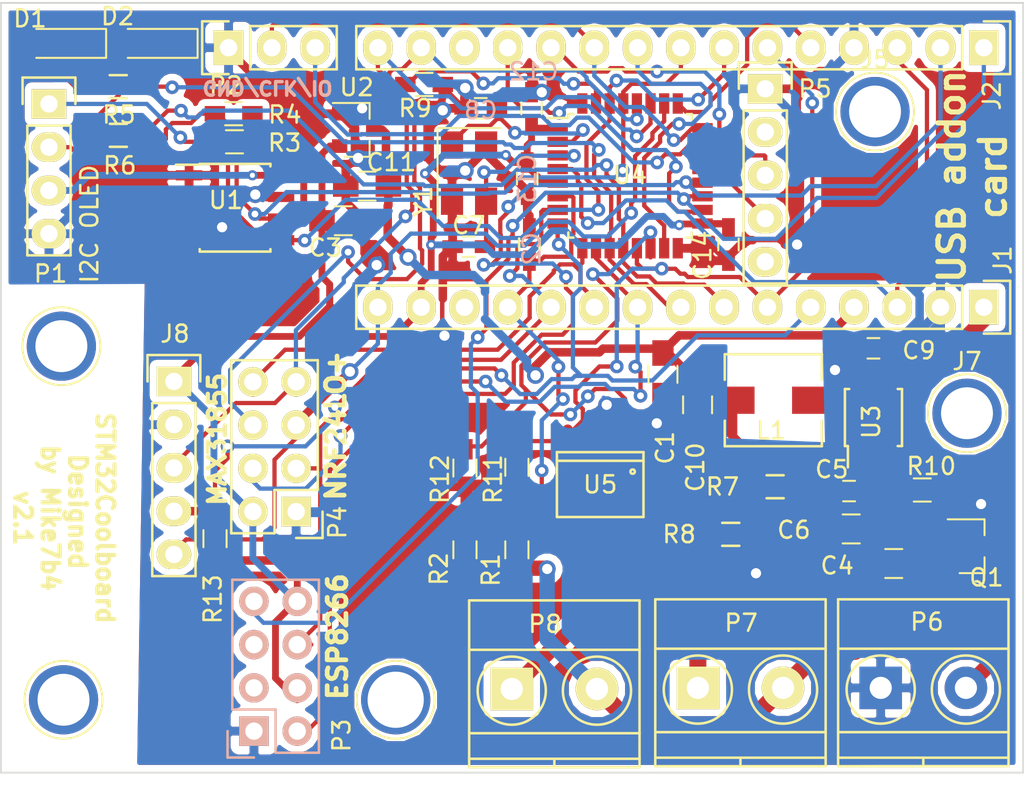
<source format=kicad_pcb>
(kicad_pcb (version 20170123) (host pcbnew no-vcs-found-4bdac4d~58~ubuntu17.04.1)

  (general
    (links 148)
    (no_connects 0)
    (area 29.949999 79.320137 90.091466 126.957162)
    (thickness 1.6)
    (drawings 11)
    (tracks 1127)
    (zones 0)
    (modules 53)
    (nets 53)
  )

  (page A4)
  (layers
    (0 F.Cu mixed)
    (31 B.Cu mixed)
    (32 B.Adhes user)
    (33 F.Adhes user)
    (34 B.Paste user)
    (35 F.Paste user)
    (36 B.SilkS user)
    (37 F.SilkS user)
    (38 B.Mask user)
    (39 F.Mask user)
    (44 Edge.Cuts user)
    (45 Margin user)
    (46 B.CrtYd user)
    (47 F.CrtYd user)
    (48 B.Fab user)
    (49 F.Fab user)
  )

  (setup
    (last_trace_width 0.5)
    (user_trace_width 0.25)
    (trace_clearance 0.2)
    (zone_clearance 0.4)
    (zone_45_only no)
    (trace_min 0.2)
    (segment_width 0.2)
    (edge_width 0.1)
    (via_size 1)
    (via_drill 0.6)
    (via_min_size 0.4)
    (via_min_drill 0.3)
    (uvia_size 0.3)
    (uvia_drill 0.1)
    (uvias_allowed no)
    (uvia_min_size 0.2)
    (uvia_min_drill 0.1)
    (pcb_text_width 0.3)
    (pcb_text_size 1.5 1.5)
    (mod_edge_width 0.15)
    (mod_text_size 1 1)
    (mod_text_width 0.15)
    (pad_size 4.064 4.064)
    (pad_drill 3.3)
    (pad_to_mask_clearance 0)
    (aux_axis_origin 51.873969 90.432637)
    (grid_origin 63.066065 98.828362)
    (visible_elements FFFCEF7F)
    (pcbplotparams
      (layerselection 0x010f0_ffffffff)
      (usegerberextensions false)
      (excludeedgelayer true)
      (linewidth 0.100000)
      (plotframeref false)
      (viasonmask false)
      (mode 1)
      (useauxorigin false)
      (hpglpennumber 1)
      (hpglpenspeed 20)
      (hpglpendiameter 15)
      (psnegative false)
      (psa4output false)
      (plotreference true)
      (plotvalue true)
      (plotinvisibletext false)
      (padsonsilk false)
      (subtractmaskfromsilk false)
      (outputformat 4)
      (mirror false)
      (drillshape 0)
      (scaleselection 1)
      (outputdirectory pdf))
  )

  (net 0 "")
  (net 1 +12V)
  (net 2 GND)
  (net 3 LOAD1)
  (net 4 LOAD2)
  (net 5 +3V3)
  (net 6 LOAD_SW2)
  (net 7 LOAD_SW1)
  (net 8 RF_CSN)
  (net 9 SPI_CLK)
  (net 10 SPI_MOSI)
  (net 11 SPI_MISO)
  (net 12 RF_IRQ)
  (net 13 USBDP)
  (net 14 USBDM)
  (net 15 NRST)
  (net 16 SWDCLK)
  (net 17 SWDIO)
  (net 18 "Net-(C9-Pad2)")
  (net 19 "Net-(C8-Pad2)")
  (net 20 I2C_CLK)
  (net 21 I2C_DATA)
  (net 22 "Net-(D2-Pad2)")
  (net 23 "Net-(D1-Pad2)")
  (net 24 +5V)
  (net 25 VFB)
  (net 26 "Net-(J2-Pad13)")
  (net 27 "Net-(J1-Pad13)")
  (net 28 PA1)
  (net 29 OC_CHARGE_FAULT)
  (net 30 ESP_UART_TX)
  (net 31 ESP_UART_RX)
  (net 32 AN_BATTERY)
  (net 33 LED2)
  (net 34 LED1)
  (net 35 RF_CE_ESP_RST)
  (net 36 OC_CHARGING)
  (net 37 AN_SOLARY)
  (net 38 "Net-(P3-Pad3)")
  (net 39 "Net-(C9-Pad1)")
  (net 40 "Net-(C5-Pad1)")
  (net 41 "Net-(C7-Pad2)")
  (net 42 "Net-(P5-Pad2)")
  (net 43 "Net-(P5-Pad5)")
  (net 44 "Net-(R9-Pad1)")
  (net 45 "Net-(P3-Pad5)")
  (net 46 "Net-(J4-Pad1)")
  (net 47 "Net-(J3-Pad1)")
  (net 48 "Net-(J6-Pad1)")
  (net 49 "Net-(R10-Pad1)")
  (net 50 "Net-(J5-Pad1)")
  (net 51 BAT_VCC)
  (net 52 "Net-(J7-Pad1)")

  (net_class Default "This is the default net class."
    (clearance 0.2)
    (trace_width 0.5)
    (via_dia 1)
    (via_drill 0.6)
    (uvia_dia 0.3)
    (uvia_drill 0.1)
    (add_net +5V)
    (add_net GND)
    (add_net "Net-(C9-Pad1)")
    (add_net "Net-(J3-Pad1)")
    (add_net "Net-(J4-Pad1)")
    (add_net "Net-(J5-Pad1)")
    (add_net "Net-(J6-Pad1)")
    (add_net "Net-(J7-Pad1)")
    (add_net "Net-(P3-Pad5)")
    (add_net "Net-(R10-Pad1)")
    (add_net VFB)
  )

  (net_class 12v ""
    (clearance 0.4)
    (trace_width 0.9)
    (via_dia 1)
    (via_drill 0.6)
    (uvia_dia 0.3)
    (uvia_drill 0.1)
    (add_net +12V)
    (add_net BAT_VCC)
    (add_net LOAD1)
    (add_net LOAD2)
  )

  (net_class 3v ""
    (clearance 0.2)
    (trace_width 0.4)
    (via_dia 0.8)
    (via_drill 0.4)
    (uvia_dia 0.3)
    (uvia_drill 0.1)
    (add_net +3V3)
  )

  (net_class data ""
    (clearance 0.2)
    (trace_width 0.25)
    (via_dia 0.8)
    (via_drill 0.4)
    (uvia_dia 0.3)
    (uvia_drill 0.1)
    (add_net AN_BATTERY)
    (add_net AN_SOLARY)
    (add_net ESP_UART_RX)
    (add_net ESP_UART_TX)
    (add_net I2C_CLK)
    (add_net I2C_DATA)
    (add_net LED1)
    (add_net LED2)
    (add_net LOAD_SW1)
    (add_net LOAD_SW2)
    (add_net NRST)
    (add_net "Net-(C5-Pad1)")
    (add_net "Net-(C7-Pad2)")
    (add_net "Net-(C8-Pad2)")
    (add_net "Net-(C9-Pad2)")
    (add_net "Net-(D1-Pad2)")
    (add_net "Net-(D2-Pad2)")
    (add_net "Net-(J1-Pad13)")
    (add_net "Net-(J2-Pad13)")
    (add_net "Net-(P3-Pad3)")
    (add_net "Net-(P5-Pad2)")
    (add_net "Net-(P5-Pad5)")
    (add_net "Net-(R9-Pad1)")
    (add_net OC_CHARGE_FAULT)
    (add_net OC_CHARGING)
    (add_net PA1)
    (add_net RF_CE_ESP_RST)
    (add_net RF_CSN)
    (add_net RF_IRQ)
    (add_net SPI_CLK)
    (add_net SPI_MISO)
    (add_net SPI_MOSI)
    (add_net SWDCLK)
    (add_net SWDIO)
    (add_net USBDM)
    (add_net USBDP)
  )

  (module Resistors_SMD:R_0603_HandSoldering (layer F.Cu) (tedit 594CE798) (tstamp 59573E0F)
    (at 42.568265 111.261662 270)
    (descr "Resistor SMD 0603, hand soldering")
    (tags "resistor 0603")
    (path /593D7107)
    (attr smd)
    (fp_text reference R13 (at 3.556 0.127 270) (layer F.SilkS)
      (effects (font (size 1 1) (thickness 0.15)))
    )
    (fp_text value 10K (at 0 1.55 270) (layer F.Fab)
      (effects (font (size 1 1) (thickness 0.15)))
    )
    (fp_line (start 1.95 0.7) (end -1.96 0.7) (layer F.CrtYd) (width 0.05))
    (fp_line (start 1.95 0.7) (end 1.95 -0.7) (layer F.CrtYd) (width 0.05))
    (fp_line (start -1.96 -0.7) (end -1.96 0.7) (layer F.CrtYd) (width 0.05))
    (fp_line (start -1.96 -0.7) (end 1.95 -0.7) (layer F.CrtYd) (width 0.05))
    (fp_line (start -0.5 -0.68) (end 0.5 -0.68) (layer F.SilkS) (width 0.12))
    (fp_line (start 0.5 0.68) (end -0.5 0.68) (layer F.SilkS) (width 0.12))
    (fp_line (start -0.8 -0.4) (end 0.8 -0.4) (layer F.Fab) (width 0.1))
    (fp_line (start 0.8 -0.4) (end 0.8 0.4) (layer F.Fab) (width 0.1))
    (fp_line (start 0.8 0.4) (end -0.8 0.4) (layer F.Fab) (width 0.1))
    (fp_line (start -0.8 0.4) (end -0.8 -0.4) (layer F.Fab) (width 0.1))
    (fp_text user %R (at -1.27 -0.0635 270) (layer F.Fab)
      (effects (font (size 0.5 0.5) (thickness 0.075)))
    )
    (pad 2 smd rect (at 1.1 0 270) (size 1.2 0.9) (layers F.Cu F.Paste F.Mask)
      (net 5 +3V3))
    (pad 1 smd rect (at -1.1 0 270) (size 1.2 0.9) (layers F.Cu F.Paste F.Mask)
      (net 28 PA1))
    (model ${KISYS3DMOD}/Resistors_SMD.3dshapes/R_0603.wrl
      (at (xyz 0 0 0))
      (scale (xyz 1 1 1))
      (rotate (xyz 0 0 0))
    )
  )

  (module Pin_Headers:Pin_Header_Straight_2x04 (layer F.Cu) (tedit 0) (tstamp 58FCA734)
    (at 47.330765 109.674162 180)
    (descr "Through hole pin header")
    (tags "pin header")
    (path /57674742)
    (fp_text reference P4 (at -2.4257 -0.635 270) (layer F.SilkS)
      (effects (font (size 1 1) (thickness 0.15)))
    )
    (fp_text value NRF24LO+ (at 0 -3.1 180) (layer F.Fab)
      (effects (font (size 1 1) (thickness 0.15)))
    )
    (fp_line (start -1.55 -1.55) (end -1.55 0) (layer F.SilkS) (width 0.15))
    (fp_line (start 1.27 1.27) (end -1.27 1.27) (layer F.SilkS) (width 0.15))
    (fp_line (start 1.27 -1.27) (end 1.27 1.27) (layer F.SilkS) (width 0.15))
    (fp_line (start 0 -1.55) (end -1.55 -1.55) (layer F.SilkS) (width 0.15))
    (fp_line (start 3.81 -1.27) (end 1.27 -1.27) (layer F.SilkS) (width 0.15))
    (fp_line (start 3.81 8.89) (end 3.81 -1.27) (layer F.SilkS) (width 0.15))
    (fp_line (start -1.27 8.89) (end 3.81 8.89) (layer F.SilkS) (width 0.15))
    (fp_line (start -1.27 1.27) (end -1.27 8.89) (layer F.SilkS) (width 0.15))
    (fp_line (start -1.75 9.4) (end 4.3 9.4) (layer F.CrtYd) (width 0.05))
    (fp_line (start -1.75 -1.75) (end 4.3 -1.75) (layer F.CrtYd) (width 0.05))
    (fp_line (start 4.3 -1.75) (end 4.3 9.4) (layer F.CrtYd) (width 0.05))
    (fp_line (start -1.75 -1.75) (end -1.75 9.4) (layer F.CrtYd) (width 0.05))
    (pad 8 thru_hole oval (at 2.54 7.62 180) (size 1.7272 1.7272) (drill 1.016) (layers *.Cu *.Mask F.SilkS)
      (net 12 RF_IRQ))
    (pad 7 thru_hole oval (at 0 7.62 180) (size 1.7272 1.7272) (drill 1.016) (layers *.Cu *.Mask F.SilkS)
      (net 11 SPI_MISO))
    (pad 6 thru_hole oval (at 2.54 5.08 180) (size 1.7272 1.7272) (drill 1.016) (layers *.Cu *.Mask F.SilkS)
      (net 10 SPI_MOSI))
    (pad 5 thru_hole oval (at 0 5.08 180) (size 1.7272 1.7272) (drill 1.016) (layers *.Cu *.Mask F.SilkS)
      (net 9 SPI_CLK))
    (pad 4 thru_hole oval (at 2.54 2.54 180) (size 1.7272 1.7272) (drill 1.016) (layers *.Cu *.Mask F.SilkS)
      (net 8 RF_CSN))
    (pad 3 thru_hole oval (at 0 2.54 180) (size 1.7272 1.7272) (drill 1.016) (layers *.Cu *.Mask F.SilkS)
      (net 35 RF_CE_ESP_RST))
    (pad 2 thru_hole oval (at 2.54 0 180) (size 1.7272 1.7272) (drill 1.016) (layers *.Cu *.Mask F.SilkS)
      (net 5 +3V3))
    (pad 1 thru_hole rect (at 0 0 180) (size 1.7272 1.7272) (drill 1.016) (layers *.Cu *.Mask F.SilkS)
      (net 2 GND))
    (model Pin_Headers.3dshapes/Pin_Header_Straight_2x04.wrl
      (at (xyz 0.05 -0.15 0))
      (scale (xyz 1 1 1))
      (rotate (xyz 0 0 90))
    )
  )

  (module TO_SOT_Packages_SMD:SOT-23 (layer F.Cu) (tedit 58CE4E7E) (tstamp 5955EEA7)
    (at 50.881969 87.257637)
    (descr "SOT-23, Standard")
    (tags SOT-23)
    (path /586FB4D3)
    (attr smd)
    (fp_text reference U2 (at 0 -2.5) (layer F.SilkS)
      (effects (font (size 1 1) (thickness 0.15)))
    )
    (fp_text value MCP1702T (at 0 2.5) (layer F.Fab)
      (effects (font (size 1 1) (thickness 0.15)))
    )
    (fp_line (start 0.76 1.58) (end -0.7 1.58) (layer F.SilkS) (width 0.12))
    (fp_line (start 0.76 -1.58) (end -1.4 -1.58) (layer F.SilkS) (width 0.12))
    (fp_line (start -1.7 1.75) (end -1.7 -1.75) (layer F.CrtYd) (width 0.05))
    (fp_line (start 1.7 1.75) (end -1.7 1.75) (layer F.CrtYd) (width 0.05))
    (fp_line (start 1.7 -1.75) (end 1.7 1.75) (layer F.CrtYd) (width 0.05))
    (fp_line (start -1.7 -1.75) (end 1.7 -1.75) (layer F.CrtYd) (width 0.05))
    (fp_line (start 0.76 -1.58) (end 0.76 -0.65) (layer F.SilkS) (width 0.12))
    (fp_line (start 0.76 1.58) (end 0.76 0.65) (layer F.SilkS) (width 0.12))
    (fp_line (start -0.7 1.52) (end 0.7 1.52) (layer F.Fab) (width 0.1))
    (fp_line (start 0.7 -1.52) (end 0.7 1.52) (layer F.Fab) (width 0.1))
    (fp_line (start -0.7 -0.95) (end -0.15 -1.52) (layer F.Fab) (width 0.1))
    (fp_line (start -0.15 -1.52) (end 0.7 -1.52) (layer F.Fab) (width 0.1))
    (fp_line (start -0.7 -0.95) (end -0.7 1.5) (layer F.Fab) (width 0.1))
    (fp_text user %R (at 0 0) (layer F.Fab)
      (effects (font (size 0.5 0.5) (thickness 0.075)))
    )
    (pad 3 smd rect (at 1 0) (size 0.9 0.8) (layers F.Cu F.Paste F.Mask)
      (net 24 +5V))
    (pad 2 smd rect (at -1 0.95) (size 0.9 0.8) (layers F.Cu F.Paste F.Mask)
      (net 5 +3V3))
    (pad 1 smd rect (at -1 -0.95) (size 0.9 0.8) (layers F.Cu F.Paste F.Mask)
      (net 2 GND))
    (model ${KISYS3DMOD}/TO_SOT_Packages_SMD.3dshapes/SOT-23.wrl
      (at (xyz 0 0 0))
      (scale (xyz 1 1 1))
      (rotate (xyz 0 0 0))
    )
  )

  (module Connectors:1pin (layer F.Cu) (tedit 5861332C) (tstamp 594CF0C3)
    (at 86.700765 103.895662)
    (descr "module 1 pin (ou trou mecanique de percage)")
    (tags DEV)
    (path /594CE548)
    (fp_text reference J7 (at 0 -3.048) (layer F.SilkS)
      (effects (font (size 1 1) (thickness 0.15)))
    )
    (fp_text value Hole (at 0 3) (layer F.Fab)
      (effects (font (size 1 1) (thickness 0.15)))
    )
    (fp_circle (center 0 0) (end 0 -2.286) (layer F.SilkS) (width 0.12))
    (fp_circle (center 0 0) (end 2.6 0) (layer F.CrtYd) (width 0.05))
    (fp_circle (center 0 0) (end 2 0.8) (layer F.Fab) (width 0.1))
    (pad 1 thru_hole circle (at 0 0) (size 4.064 4.064) (drill 3.048) (layers *.Cu *.Mask)
      (net 52 "Net-(J7-Pad1)"))
  )

  (module TO_SOT_Packages_SMD:SOT-23 (layer F.Cu) (tedit 58CE4E7E) (tstamp 595244F5)
    (at 86.970765 111.706162)
    (descr "SOT-23, Standard")
    (tags SOT-23)
    (path /594959A1)
    (attr smd)
    (fp_text reference Q1 (at 0.873 1.8415) (layer F.SilkS)
      (effects (font (size 1 1) (thickness 0.15)))
    )
    (fp_text value SI2319 (at 0 2.5) (layer F.Fab)
      (effects (font (size 1 1) (thickness 0.15)))
    )
    (fp_line (start 0.76 1.58) (end -0.7 1.58) (layer F.SilkS) (width 0.12))
    (fp_line (start 0.76 -1.58) (end -1.4 -1.58) (layer F.SilkS) (width 0.12))
    (fp_line (start -1.7 1.75) (end -1.7 -1.75) (layer F.CrtYd) (width 0.05))
    (fp_line (start 1.7 1.75) (end -1.7 1.75) (layer F.CrtYd) (width 0.05))
    (fp_line (start 1.7 -1.75) (end 1.7 1.75) (layer F.CrtYd) (width 0.05))
    (fp_line (start -1.7 -1.75) (end 1.7 -1.75) (layer F.CrtYd) (width 0.05))
    (fp_line (start 0.76 -1.58) (end 0.76 -0.65) (layer F.SilkS) (width 0.12))
    (fp_line (start 0.76 1.58) (end 0.76 0.65) (layer F.SilkS) (width 0.12))
    (fp_line (start -0.7 1.52) (end 0.7 1.52) (layer F.Fab) (width 0.1))
    (fp_line (start 0.7 -1.52) (end 0.7 1.52) (layer F.Fab) (width 0.1))
    (fp_line (start -0.7 -0.95) (end -0.15 -1.52) (layer F.Fab) (width 0.1))
    (fp_line (start -0.15 -1.52) (end 0.7 -1.52) (layer F.Fab) (width 0.1))
    (fp_line (start -0.7 -0.95) (end -0.7 1.5) (layer F.Fab) (width 0.1))
    (fp_text user %R (at 0 0) (layer F.Fab)
      (effects (font (size 0.5 0.5) (thickness 0.075)))
    )
    (pad 3 smd rect (at 1 0) (size 0.9 0.8) (layers F.Cu F.Paste F.Mask)
      (net 51 BAT_VCC))
    (pad 2 smd rect (at -1 0.95) (size 0.9 0.8) (layers F.Cu F.Paste F.Mask)
      (net 1 +12V))
    (pad 1 smd rect (at -1 -0.95) (size 0.9 0.8) (layers F.Cu F.Paste F.Mask)
      (net 2 GND))
    (model ${KISYS3DMOD}/TO_SOT_Packages_SMD.3dshapes/SOT-23.wrl
      (at (xyz 0 0 0))
      (scale (xyz 1 1 1))
      (rotate (xyz 0 0 0))
    )
  )

  (module Connectors:1pin (layer F.Cu) (tedit 5861332C) (tstamp 594F3D5C)
    (at 81.303265 86.179162)
    (descr "module 1 pin (ou trou mecanique de percage)")
    (tags DEV)
    (path /5905F8A2)
    (fp_text reference J5 (at 0 -3.048) (layer F.SilkS)
      (effects (font (size 1 1) (thickness 0.15)))
    )
    (fp_text value Hole (at 0 3) (layer F.Fab)
      (effects (font (size 1 1) (thickness 0.15)))
    )
    (fp_circle (center 0 0) (end 0 -2.286) (layer F.SilkS) (width 0.12))
    (fp_circle (center 0 0) (end 2.6 0) (layer F.CrtYd) (width 0.05))
    (fp_circle (center 0 0) (end 2 0.8) (layer F.Fab) (width 0.1))
    (pad 1 thru_hole circle (at 0 0) (size 4.064 4.064) (drill 3.048) (layers *.Cu *.Mask)
      (net 50 "Net-(J5-Pad1)"))
  )

  (module Pin_Headers:Pin_Header_Straight_1x05 (layer F.Cu) (tedit 594BC1F2) (tstamp 594EAEC7)
    (at 40.155265 102.028762)
    (descr "Through hole pin header")
    (tags "pin header")
    (path /593D4F1D)
    (fp_text reference J8 (at 0.0635 -2.794) (layer F.SilkS)
      (effects (font (size 1 1) (thickness 0.15)))
    )
    (fp_text value MAX31855 (at 0 -3.1) (layer F.Fab)
      (effects (font (size 1 1) (thickness 0.15)))
    )
    (fp_line (start -1.55 0) (end -1.55 -1.55) (layer F.SilkS) (width 0.15))
    (fp_line (start -1.55 -1.55) (end 1.55 -1.55) (layer F.SilkS) (width 0.15))
    (fp_line (start 1.55 -1.55) (end 1.55 0) (layer F.SilkS) (width 0.15))
    (fp_line (start -1.75 -1.75) (end -1.75 11.95) (layer F.CrtYd) (width 0.05))
    (fp_line (start 1.75 -1.75) (end 1.75 11.95) (layer F.CrtYd) (width 0.05))
    (fp_line (start -1.75 -1.75) (end 1.75 -1.75) (layer F.CrtYd) (width 0.05))
    (fp_line (start -1.75 11.95) (end 1.75 11.95) (layer F.CrtYd) (width 0.05))
    (fp_line (start 1.27 1.27) (end 1.27 11.43) (layer F.SilkS) (width 0.15))
    (fp_line (start 1.27 11.43) (end -1.27 11.43) (layer F.SilkS) (width 0.15))
    (fp_line (start -1.27 11.43) (end -1.27 1.27) (layer F.SilkS) (width 0.15))
    (fp_line (start 1.27 1.27) (end -1.27 1.27) (layer F.SilkS) (width 0.15))
    (pad 1 thru_hole rect (at 0 0) (size 2.032 1.7272) (drill 1.016) (layers *.Cu *.Mask F.SilkS)
      (net 5 +3V3))
    (pad 2 thru_hole oval (at 0 2.54) (size 2.032 1.7272) (drill 1.016) (layers *.Cu *.Mask F.SilkS)
      (net 2 GND))
    (pad 3 thru_hole oval (at 0 5.08) (size 2.032 1.7272) (drill 1.016) (layers *.Cu *.Mask F.SilkS)
      (net 11 SPI_MISO))
    (pad 4 thru_hole oval (at 0 7.62) (size 2.032 1.7272) (drill 1.016) (layers *.Cu *.Mask F.SilkS)
      (net 28 PA1))
    (pad 5 thru_hole oval (at 0 10.16) (size 2.032 1.7272) (drill 1.016) (layers *.Cu *.Mask F.SilkS)
      (net 9 SPI_CLK))
    (model Pin_Headers.3dshapes/Pin_Header_Straight_1x05.wrl
      (at (xyz 0 -0.2 0))
      (scale (xyz 1 1 1))
      (rotate (xyz 0 0 90))
    )
  )

  (module Resistors_SMD:R_0603_HandSoldering (layer F.Cu) (tedit 594BC670) (tstamp 594E98EF)
    (at 57.236765 107.113662 270)
    (descr "Resistor SMD 0603, hand soldering")
    (tags "resistor 0603")
    (path /593D387E)
    (attr smd)
    (fp_text reference R12 (at 0.6555 1.4605 270) (layer F.SilkS)
      (effects (font (size 1 1) (thickness 0.15)))
    )
    (fp_text value 10k (at 0 1.55 270) (layer F.Fab)
      (effects (font (size 1 1) (thickness 0.15)))
    )
    (fp_text user %R (at -0.1905 0.1905 270) (layer F.Fab)
      (effects (font (size 0.5 0.5) (thickness 0.075)))
    )
    (fp_line (start -0.8 0.4) (end -0.8 -0.4) (layer F.Fab) (width 0.1))
    (fp_line (start 0.8 0.4) (end -0.8 0.4) (layer F.Fab) (width 0.1))
    (fp_line (start 0.8 -0.4) (end 0.8 0.4) (layer F.Fab) (width 0.1))
    (fp_line (start -0.8 -0.4) (end 0.8 -0.4) (layer F.Fab) (width 0.1))
    (fp_line (start 0.5 0.68) (end -0.5 0.68) (layer F.SilkS) (width 0.12))
    (fp_line (start -0.5 -0.68) (end 0.5 -0.68) (layer F.SilkS) (width 0.12))
    (fp_line (start -1.96 -0.7) (end 1.95 -0.7) (layer F.CrtYd) (width 0.05))
    (fp_line (start -1.96 -0.7) (end -1.96 0.7) (layer F.CrtYd) (width 0.05))
    (fp_line (start 1.95 0.7) (end 1.95 -0.7) (layer F.CrtYd) (width 0.05))
    (fp_line (start 1.95 0.7) (end -1.96 0.7) (layer F.CrtYd) (width 0.05))
    (pad 1 smd rect (at -1.1 0 270) (size 1.2 0.9) (layers F.Cu F.Paste F.Mask)
      (net 6 LOAD_SW2))
    (pad 2 smd rect (at 1.1 0 270) (size 1.2 0.9) (layers F.Cu F.Paste F.Mask)
      (net 2 GND))
    (model ${KISYS3DMOD}/Resistors_SMD.3dshapes/R_0603.wrl
      (at (xyz 0 0 0))
      (scale (xyz 1 1 1))
      (rotate (xyz 0 0 0))
    )
  )

  (module Resistors_SMD:R_0603_HandSoldering (layer F.Cu) (tedit 58E0A804) (tstamp 594E98BE)
    (at 60.284765 107.070662 90)
    (descr "Resistor SMD 0603, hand soldering")
    (tags "resistor 0603")
    (path /593D2CF8)
    (attr smd)
    (fp_text reference R11 (at -0.6985 -1.397 90) (layer F.SilkS)
      (effects (font (size 1 1) (thickness 0.15)))
    )
    (fp_text value 10k (at 0 1.55 90) (layer F.Fab)
      (effects (font (size 1 1) (thickness 0.15)))
    )
    (fp_line (start 1.95 0.7) (end -1.96 0.7) (layer F.CrtYd) (width 0.05))
    (fp_line (start 1.95 0.7) (end 1.95 -0.7) (layer F.CrtYd) (width 0.05))
    (fp_line (start -1.96 -0.7) (end -1.96 0.7) (layer F.CrtYd) (width 0.05))
    (fp_line (start -1.96 -0.7) (end 1.95 -0.7) (layer F.CrtYd) (width 0.05))
    (fp_line (start -0.5 -0.68) (end 0.5 -0.68) (layer F.SilkS) (width 0.12))
    (fp_line (start 0.5 0.68) (end -0.5 0.68) (layer F.SilkS) (width 0.12))
    (fp_line (start -0.8 -0.4) (end 0.8 -0.4) (layer F.Fab) (width 0.1))
    (fp_line (start 0.8 -0.4) (end 0.8 0.4) (layer F.Fab) (width 0.1))
    (fp_line (start 0.8 0.4) (end -0.8 0.4) (layer F.Fab) (width 0.1))
    (fp_line (start -0.8 0.4) (end -0.8 -0.4) (layer F.Fab) (width 0.1))
    (fp_text user %R (at -0.353001 -2.7345 90) (layer F.Fab)
      (effects (font (size 0.5 0.5) (thickness 0.075)))
    )
    (pad 2 smd rect (at 1.1 0 90) (size 1.2 0.9) (layers F.Cu F.Paste F.Mask)
      (net 7 LOAD_SW1))
    (pad 1 smd rect (at -1.1 0 90) (size 1.2 0.9) (layers F.Cu F.Paste F.Mask)
      (net 2 GND))
    (model ${KISYS3DMOD}/Resistors_SMD.3dshapes/R_0603.wrl
      (at (xyz 0 0 0))
      (scale (xyz 1 1 1))
      (rotate (xyz 0 0 0))
    )
  )

  (module Resistors_SMD:R_0603_HandSoldering (layer F.Cu) (tedit 58E0A804) (tstamp 591DF124)
    (at 84.076765 108.404162)
    (descr "Resistor SMD 0603, hand soldering")
    (tags "resistor 0603")
    (path /591DE5EF)
    (attr smd)
    (fp_text reference R10 (at 0.5285 -1.397) (layer F.SilkS)
      (effects (font (size 1 1) (thickness 0.15)))
    )
    (fp_text value 1M (at 0 1.55) (layer F.Fab)
      (effects (font (size 1 1) (thickness 0.15)))
    )
    (fp_line (start 1.95 0.7) (end -1.96 0.7) (layer F.CrtYd) (width 0.05))
    (fp_line (start 1.95 0.7) (end 1.95 -0.7) (layer F.CrtYd) (width 0.05))
    (fp_line (start -1.96 -0.7) (end -1.96 0.7) (layer F.CrtYd) (width 0.05))
    (fp_line (start -1.96 -0.7) (end 1.95 -0.7) (layer F.CrtYd) (width 0.05))
    (fp_line (start -0.5 -0.68) (end 0.5 -0.68) (layer F.SilkS) (width 0.12))
    (fp_line (start 0.5 0.68) (end -0.5 0.68) (layer F.SilkS) (width 0.12))
    (fp_line (start -0.8 -0.4) (end 0.8 -0.4) (layer F.Fab) (width 0.1))
    (fp_line (start 0.8 -0.4) (end 0.8 0.4) (layer F.Fab) (width 0.1))
    (fp_line (start 0.8 0.4) (end -0.8 0.4) (layer F.Fab) (width 0.1))
    (fp_line (start -0.8 0.4) (end -0.8 -0.4) (layer F.Fab) (width 0.1))
    (fp_text user %R (at 0 0 90) (layer F.Fab)
      (effects (font (size 0.5 0.5) (thickness 0.075)))
    )
    (pad 2 smd rect (at 1.1 0) (size 1.2 0.9) (layers F.Cu F.Paste F.Mask)
      (net 1 +12V))
    (pad 1 smd rect (at -1.1 0) (size 1.2 0.9) (layers F.Cu F.Paste F.Mask)
      (net 49 "Net-(R10-Pad1)"))
    (model ${KISYS3DMOD}/Resistors_SMD.3dshapes/R_0603.wrl
      (at (xyz 0 0 0))
      (scale (xyz 1 1 1))
      (rotate (xyz 0 0 0))
    )
  )

  (module Connectors:1pin (layer F.Cu) (tedit 5905F349) (tstamp 591FCD18)
    (at 33.551265 99.958662)
    (descr "module 1 pin (ou trou mecanique de percage)")
    (tags DEV)
    (path /5905FA23)
    (fp_text reference J6 (at 0 -3.048) (layer F.SilkS) hide
      (effects (font (size 1 1) (thickness 0.15)))
    )
    (fp_text value Hole (at 0 3) (layer F.Fab)
      (effects (font (size 1 1) (thickness 0.15)))
    )
    (fp_circle (center 0 0) (end 2 0.8) (layer F.Fab) (width 0.1))
    (fp_circle (center 0 0) (end 2.6 0) (layer F.CrtYd) (width 0.05))
    (fp_circle (center 0 0) (end 0 -2.286) (layer F.SilkS) (width 0.12))
    (pad 1 thru_hole circle (at 0 0) (size 4.064 4.064) (drill 3.048) (layers *.Cu *.Mask)
      (net 48 "Net-(J6-Pad1)"))
  )

  (module Connectors:1pin (layer F.Cu) (tedit 5905F354) (tstamp 591FCD02)
    (at 53.172765 120.723162)
    (descr "module 1 pin (ou trou mecanique de percage)")
    (tags DEV)
    (path /5905F2F7)
    (fp_text reference J3 (at 0 -3.048) (layer F.SilkS) hide
      (effects (font (size 1 1) (thickness 0.15)))
    )
    (fp_text value Hole (at 0 3) (layer F.Fab)
      (effects (font (size 1 1) (thickness 0.15)))
    )
    (fp_circle (center 0 0) (end 0 -2.286) (layer F.SilkS) (width 0.12))
    (fp_circle (center 0 0) (end 2.6 0) (layer F.CrtYd) (width 0.05))
    (fp_circle (center 0 0) (end 2 0.8) (layer F.Fab) (width 0.1))
    (pad 1 thru_hole circle (at 0 0) (size 4.064 4.064) (drill 3.3) (layers *.Cu *.Mask)
      (net 47 "Net-(J3-Pad1)"))
  )

  (module Connectors:1pin (layer F.Cu) (tedit 5905F35E) (tstamp 591FCCEC)
    (at 33.678265 120.723162)
    (descr "module 1 pin (ou trou mecanique de percage)")
    (tags DEV)
    (path /5905FB3E)
    (fp_text reference J4 (at 0 -3.048) (layer F.SilkS) hide
      (effects (font (size 1 1) (thickness 0.15)))
    )
    (fp_text value Hole (at 0 3) (layer F.Fab)
      (effects (font (size 1 1) (thickness 0.15)))
    )
    (fp_circle (center 0 0) (end 2 0.8) (layer F.Fab) (width 0.1))
    (fp_circle (center 0 0) (end 2.6 0) (layer F.CrtYd) (width 0.05))
    (fp_circle (center 0 0) (end 0 -2.286) (layer F.SilkS) (width 0.12))
    (pad 1 thru_hole circle (at 0 0) (size 4.064 4.064) (drill 3.048) (layers *.Cu *.Mask)
      (net 46 "Net-(J4-Pad1)"))
  )

  (module Capacitors_SMD:C_0805_HandSoldering (layer F.Cu) (tedit 58AA84A8) (tstamp 59174446)
    (at 82.402765 112.722162 180)
    (descr "Capacitor SMD 0805, hand soldering")
    (tags "capacitor 0805")
    (path /58E93D17)
    (attr smd)
    (fp_text reference C4 (at 3.322 -0.127 180) (layer F.SilkS)
      (effects (font (size 1 1) (thickness 0.15)))
    )
    (fp_text value 10uF (at 0 1.75 180) (layer F.Fab)
      (effects (font (size 1 1) (thickness 0.15)))
    )
    (fp_line (start 2.25 0.87) (end -2.25 0.87) (layer F.CrtYd) (width 0.05))
    (fp_line (start 2.25 0.87) (end 2.25 -0.88) (layer F.CrtYd) (width 0.05))
    (fp_line (start -2.25 -0.88) (end -2.25 0.87) (layer F.CrtYd) (width 0.05))
    (fp_line (start -2.25 -0.88) (end 2.25 -0.88) (layer F.CrtYd) (width 0.05))
    (fp_line (start -0.5 0.85) (end 0.5 0.85) (layer F.SilkS) (width 0.12))
    (fp_line (start 0.5 -0.85) (end -0.5 -0.85) (layer F.SilkS) (width 0.12))
    (fp_line (start -1 -0.62) (end 1 -0.62) (layer F.Fab) (width 0.1))
    (fp_line (start 1 -0.62) (end 1 0.62) (layer F.Fab) (width 0.1))
    (fp_line (start 1 0.62) (end -1 0.62) (layer F.Fab) (width 0.1))
    (fp_line (start -1 0.62) (end -1 -0.62) (layer F.Fab) (width 0.1))
    (fp_text user %R (at 0 -1.75 180) (layer F.Fab)
      (effects (font (size 1 1) (thickness 0.15)))
    )
    (pad 2 smd rect (at 1.25 0 180) (size 1.5 1.25) (layers F.Cu F.Paste F.Mask)
      (net 2 GND))
    (pad 1 smd rect (at -1.25 0 180) (size 1.5 1.25) (layers F.Cu F.Paste F.Mask)
      (net 1 +12V))
    (model Capacitors_SMD.3dshapes/C_0805.wrl
      (at (xyz 0 0 0))
      (scale (xyz 1 1 1))
      (rotate (xyz 0 0 0))
    )
  )

  (module Pin_Headers:Pin_Header_Straight_1x15 (layer F.Cu) (tedit 0) (tstamp 58F49421)
    (at 87.687969 97.671637 270)
    (descr "Through hole pin header")
    (tags "pin header")
    (path /58F4BF28)
    (fp_text reference J1 (at -2.76493 -1.110997 270) (layer F.SilkS)
      (effects (font (size 1 1) (thickness 0.15)))
    )
    (fp_text value "NUCLEO CN4" (at -7.047475 0.034704 270) (layer F.Fab)
      (effects (font (size 1 1) (thickness 0.15)))
    )
    (fp_line (start -1.75 -1.75) (end -1.75 37.35) (layer F.CrtYd) (width 0.05))
    (fp_line (start 1.75 -1.75) (end 1.75 37.35) (layer F.CrtYd) (width 0.05))
    (fp_line (start -1.75 -1.75) (end 1.75 -1.75) (layer F.CrtYd) (width 0.05))
    (fp_line (start -1.75 37.35) (end 1.75 37.35) (layer F.CrtYd) (width 0.05))
    (fp_line (start -1.27 1.27) (end -1.27 36.83) (layer F.SilkS) (width 0.15))
    (fp_line (start -1.27 36.83) (end 1.27 36.83) (layer F.SilkS) (width 0.15))
    (fp_line (start 1.27 36.83) (end 1.27 1.27) (layer F.SilkS) (width 0.15))
    (fp_line (start 1.55 -1.55) (end 1.55 0) (layer F.SilkS) (width 0.15))
    (fp_line (start 1.27 1.27) (end -1.27 1.27) (layer F.SilkS) (width 0.15))
    (fp_line (start -1.55 0) (end -1.55 -1.55) (layer F.SilkS) (width 0.15))
    (fp_line (start -1.55 -1.55) (end 1.55 -1.55) (layer F.SilkS) (width 0.15))
    (pad 1 thru_hole rect (at 0 0 270) (size 2.032 1.7272) (drill 1.016) (layers *.Cu *.Mask F.SilkS)
      (net 1 +12V))
    (pad 2 thru_hole oval (at 0 2.54 270) (size 2.032 1.7272) (drill 1.016) (layers *.Cu *.Mask F.SilkS)
      (net 2 GND))
    (pad 3 thru_hole oval (at 0 5.08 270) (size 2.032 1.7272) (drill 1.016) (layers *.Cu *.Mask F.SilkS)
      (net 15 NRST))
    (pad 4 thru_hole oval (at 0 7.62 270) (size 2.032 1.7272) (drill 1.016) (layers *.Cu *.Mask F.SilkS)
      (net 24 +5V))
    (pad 5 thru_hole oval (at 0 10.16 270) (size 2.032 1.7272) (drill 1.016) (layers *.Cu *.Mask F.SilkS)
      (net 35 RF_CE_ESP_RST))
    (pad 6 thru_hole oval (at 0 12.7 270) (size 2.032 1.7272) (drill 1.016) (layers *.Cu *.Mask F.SilkS)
      (net 7 LOAD_SW1))
    (pad 7 thru_hole oval (at 0 15.24 270) (size 2.032 1.7272) (drill 1.016) (layers *.Cu *.Mask F.SilkS)
      (net 33 LED2))
    (pad 8 thru_hole oval (at 0 17.78 270) (size 2.032 1.7272) (drill 1.016) (layers *.Cu *.Mask F.SilkS)
      (net 34 LED1))
    (pad 9 thru_hole oval (at 0 20.32 270) (size 2.032 1.7272) (drill 1.016) (layers *.Cu *.Mask F.SilkS)
      (net 8 RF_CSN))
    (pad 10 thru_hole oval (at 0 22.86 270) (size 2.032 1.7272) (drill 1.016) (layers *.Cu *.Mask F.SilkS)
      (net 12 RF_IRQ))
    (pad 11 thru_hole oval (at 0 25.4 270) (size 2.032 1.7272) (drill 1.016) (layers *.Cu *.Mask F.SilkS)
      (net 28 PA1))
    (pad 12 thru_hole oval (at 0 27.94 270) (size 2.032 1.7272) (drill 1.016) (layers *.Cu *.Mask F.SilkS)
      (net 32 AN_BATTERY))
    (pad 13 thru_hole oval (at 0 30.48 270) (size 2.032 1.7272) (drill 1.016) (layers *.Cu *.Mask F.SilkS)
      (net 27 "Net-(J1-Pad13)"))
    (pad 14 thru_hole oval (at 0 33.02 270) (size 2.032 1.7272) (drill 1.016) (layers *.Cu *.Mask F.SilkS)
      (net 5 +3V3))
    (pad 15 thru_hole oval (at 0 35.56 270) (size 2.032 1.7272) (drill 1.016) (layers *.Cu *.Mask F.SilkS)
      (net 9 SPI_CLK))
    (model Pin_Headers.3dshapes/Pin_Header_Straight_1x15.wrl
      (at (xyz 0 -0.7 0))
      (scale (xyz 1 1 1))
      (rotate (xyz 0 0 90))
    )
  )

  (module Housings_QFP:LQFP-32_7x7mm_Pitch0.8mm (layer F.Cu) (tedit 54130A77) (tstamp 58FCA8DE)
    (at 66.927969 89.956637)
    (descr "LQFP32: plastic low profile quad flat package; 32 leads; body 7 x 7 x 1.4 mm (see NXP sot358-1_po.pdf and sot358-1_fr.pdf)")
    (tags "QFP 0.8")
    (path /58FA56CE)
    (attr smd)
    (fp_text reference U4 (at 0 -0.032) (layer F.SilkS)
      (effects (font (size 1 1) (thickness 0.15)))
    )
    (fp_text value STM32F042 (at 0 5.85) (layer F.Fab)
      (effects (font (size 1 1) (thickness 0.15)))
    )
    (fp_line (start -3.625 -3.4) (end -4.85 -3.4) (layer F.SilkS) (width 0.15))
    (fp_line (start 3.625 -3.625) (end 3.325 -3.625) (layer F.SilkS) (width 0.15))
    (fp_line (start 3.625 3.625) (end 3.325 3.625) (layer F.SilkS) (width 0.15))
    (fp_line (start -3.625 3.625) (end -3.325 3.625) (layer F.SilkS) (width 0.15))
    (fp_line (start -3.625 -3.625) (end -3.325 -3.625) (layer F.SilkS) (width 0.15))
    (fp_line (start -3.625 3.625) (end -3.625 3.325) (layer F.SilkS) (width 0.15))
    (fp_line (start 3.625 3.625) (end 3.625 3.325) (layer F.SilkS) (width 0.15))
    (fp_line (start 3.625 -3.625) (end 3.625 -3.325) (layer F.SilkS) (width 0.15))
    (fp_line (start -3.625 -3.625) (end -3.625 -3.4) (layer F.SilkS) (width 0.15))
    (fp_line (start -5.1 5.1) (end 5.1 5.1) (layer F.CrtYd) (width 0.05))
    (fp_line (start -5.1 -5.1) (end 5.1 -5.1) (layer F.CrtYd) (width 0.05))
    (fp_line (start 5.1 -5.1) (end 5.1 5.1) (layer F.CrtYd) (width 0.05))
    (fp_line (start -5.1 -5.1) (end -5.1 5.1) (layer F.CrtYd) (width 0.05))
    (fp_line (start -3.5 -2.5) (end -2.5 -3.5) (layer F.Fab) (width 0.15))
    (fp_line (start -3.5 3.5) (end -3.5 -2.5) (layer F.Fab) (width 0.15))
    (fp_line (start 3.5 3.5) (end -3.5 3.5) (layer F.Fab) (width 0.15))
    (fp_line (start 3.5 -3.5) (end 3.5 3.5) (layer F.Fab) (width 0.15))
    (fp_line (start -2.5 -3.5) (end 3.5 -3.5) (layer F.Fab) (width 0.15))
    (fp_text user %R (at 0 0) (layer F.Fab)
      (effects (font (size 1 1) (thickness 0.15)))
    )
    (pad 32 smd rect (at -2.8 -4.25 90) (size 1.2 0.6) (layers F.Cu F.Paste F.Mask)
      (net 2 GND))
    (pad 31 smd rect (at -2 -4.25 90) (size 1.2 0.6) (layers F.Cu F.Paste F.Mask)
      (net 44 "Net-(R9-Pad1)"))
    (pad 30 smd rect (at -1.2 -4.25 90) (size 1.2 0.6) (layers F.Cu F.Paste F.Mask)
      (net 21 I2C_DATA))
    (pad 29 smd rect (at -0.4 -4.25 90) (size 1.2 0.6) (layers F.Cu F.Paste F.Mask)
      (net 20 I2C_CLK))
    (pad 28 smd rect (at 0.4 -4.25 90) (size 1.2 0.6) (layers F.Cu F.Paste F.Mask)
      (net 10 SPI_MOSI))
    (pad 27 smd rect (at 1.2 -4.25 90) (size 1.2 0.6) (layers F.Cu F.Paste F.Mask)
      (net 11 SPI_MISO))
    (pad 26 smd rect (at 2 -4.25 90) (size 1.2 0.6) (layers F.Cu F.Paste F.Mask)
      (net 9 SPI_CLK))
    (pad 25 smd rect (at 2.8 -4.25 90) (size 1.2 0.6) (layers F.Cu F.Paste F.Mask)
      (net 37 AN_SOLARY))
    (pad 24 smd rect (at 4.25 -2.8) (size 1.2 0.6) (layers F.Cu F.Paste F.Mask)
      (net 16 SWDCLK))
    (pad 23 smd rect (at 4.25 -2) (size 1.2 0.6) (layers F.Cu F.Paste F.Mask)
      (net 17 SWDIO))
    (pad 22 smd rect (at 4.25 -1.2) (size 1.2 0.6) (layers F.Cu F.Paste F.Mask)
      (net 13 USBDP))
    (pad 21 smd rect (at 4.25 -0.4) (size 1.2 0.6) (layers F.Cu F.Paste F.Mask)
      (net 14 USBDM))
    (pad 20 smd rect (at 4.25 0.4) (size 1.2 0.6) (layers F.Cu F.Paste F.Mask)
      (net 30 ESP_UART_TX))
    (pad 19 smd rect (at 4.25 1.2) (size 1.2 0.6) (layers F.Cu F.Paste F.Mask)
      (net 31 ESP_UART_RX))
    (pad 18 smd rect (at 4.25 2) (size 1.2 0.6) (layers F.Cu F.Paste F.Mask)
      (net 29 OC_CHARGE_FAULT))
    (pad 17 smd rect (at 4.25 2.8) (size 1.2 0.6) (layers F.Cu F.Paste F.Mask)
      (net 5 +3V3))
    (pad 16 smd rect (at 2.8 4.25 90) (size 1.2 0.6) (layers F.Cu F.Paste F.Mask)
      (net 2 GND))
    (pad 15 smd rect (at 2 4.25 90) (size 1.2 0.6) (layers F.Cu F.Paste F.Mask)
      (net 36 OC_CHARGING))
    (pad 14 smd rect (at 1.2 4.25 90) (size 1.2 0.6) (layers F.Cu F.Paste F.Mask)
      (net 6 LOAD_SW2))
    (pad 13 smd rect (at 0.4 4.25 90) (size 1.2 0.6) (layers F.Cu F.Paste F.Mask)
      (net 7 LOAD_SW1))
    (pad 12 smd rect (at -0.4 4.25 90) (size 1.2 0.6) (layers F.Cu F.Paste F.Mask)
      (net 33 LED2))
    (pad 11 smd rect (at -1.2 4.25 90) (size 1.2 0.6) (layers F.Cu F.Paste F.Mask)
      (net 34 LED1))
    (pad 10 smd rect (at -2 4.25 90) (size 1.2 0.6) (layers F.Cu F.Paste F.Mask)
      (net 8 RF_CSN))
    (pad 9 smd rect (at -2.8 4.25 90) (size 1.2 0.6) (layers F.Cu F.Paste F.Mask)
      (net 12 RF_IRQ))
    (pad 8 smd rect (at -4.25 2.8) (size 1.2 0.6) (layers F.Cu F.Paste F.Mask)
      (net 35 RF_CE_ESP_RST))
    (pad 7 smd rect (at -4.25 2) (size 1.2 0.6) (layers F.Cu F.Paste F.Mask)
      (net 28 PA1))
    (pad 6 smd rect (at -4.25 1.2) (size 1.2 0.6) (layers F.Cu F.Paste F.Mask)
      (net 32 AN_BATTERY))
    (pad 5 smd rect (at -4.25 0.4) (size 1.2 0.6) (layers F.Cu F.Paste F.Mask)
      (net 5 +3V3))
    (pad 4 smd rect (at -4.25 -0.4) (size 1.2 0.6) (layers F.Cu F.Paste F.Mask)
      (net 15 NRST))
    (pad 3 smd rect (at -4.25 -1.2) (size 1.2 0.6) (layers F.Cu F.Paste F.Mask)
      (net 41 "Net-(C7-Pad2)"))
    (pad 2 smd rect (at -4.25 -2) (size 1.2 0.6) (layers F.Cu F.Paste F.Mask)
      (net 19 "Net-(C8-Pad2)"))
    (pad 1 smd rect (at -4.25 -2.8) (size 1.2 0.6) (layers F.Cu F.Paste F.Mask)
      (net 5 +3V3))
    (model Housings_QFP.3dshapes/LQFP-32_7x7mm_Pitch0.8mm.wrl
      (at (xyz 0 0 0))
      (scale (xyz 1 1 1))
      (rotate (xyz 0 0 0))
    )
  )

  (module Pin_Headers:Pin_Header_Straight_2x04 (layer B.Cu) (tedit 0) (tstamp 58FCA713)
    (at 44.854265 122.564662)
    (descr "Through hole pin header")
    (tags "pin header")
    (path /58FB13DA)
    (fp_text reference P3 (at 5.1435 0.254 90) (layer F.SilkS)
      (effects (font (size 1 1) (thickness 0.15)))
    )
    (fp_text value "ESP8266 - 1" (at 0 3.1) (layer B.Fab)
      (effects (font (size 1 1) (thickness 0.15)) (justify mirror))
    )
    (fp_line (start -1.75 1.75) (end -1.75 -9.4) (layer B.CrtYd) (width 0.05))
    (fp_line (start 4.3 1.75) (end 4.3 -9.4) (layer B.CrtYd) (width 0.05))
    (fp_line (start -1.75 1.75) (end 4.3 1.75) (layer B.CrtYd) (width 0.05))
    (fp_line (start -1.75 -9.4) (end 4.3 -9.4) (layer B.CrtYd) (width 0.05))
    (fp_line (start -1.27 -1.27) (end -1.27 -8.89) (layer B.SilkS) (width 0.15))
    (fp_line (start -1.27 -8.89) (end 3.81 -8.89) (layer B.SilkS) (width 0.15))
    (fp_line (start 3.81 -8.89) (end 3.81 1.27) (layer B.SilkS) (width 0.15))
    (fp_line (start 3.81 1.27) (end 1.27 1.27) (layer B.SilkS) (width 0.15))
    (fp_line (start 0 1.55) (end -1.55 1.55) (layer B.SilkS) (width 0.15))
    (fp_line (start 1.27 1.27) (end 1.27 -1.27) (layer B.SilkS) (width 0.15))
    (fp_line (start 1.27 -1.27) (end -1.27 -1.27) (layer B.SilkS) (width 0.15))
    (fp_line (start -1.55 1.55) (end -1.55 0) (layer B.SilkS) (width 0.15))
    (pad 1 thru_hole rect (at 0 0) (size 1.7272 1.7272) (drill 1.016) (layers *.Cu *.Mask B.SilkS)
      (net 2 GND))
    (pad 2 thru_hole oval (at 2.54 0) (size 1.7272 1.7272) (drill 1.016) (layers *.Cu *.Mask B.SilkS)
      (net 30 ESP_UART_TX))
    (pad 3 thru_hole oval (at 0 -2.54) (size 1.7272 1.7272) (drill 1.016) (layers *.Cu *.Mask B.SilkS)
      (net 38 "Net-(P3-Pad3)"))
    (pad 4 thru_hole oval (at 2.54 -2.54) (size 1.7272 1.7272) (drill 1.016) (layers *.Cu *.Mask B.SilkS)
      (net 5 +3V3))
    (pad 5 thru_hole oval (at 0 -5.08) (size 1.7272 1.7272) (drill 1.016) (layers *.Cu *.Mask B.SilkS)
      (net 45 "Net-(P3-Pad5)"))
    (pad 6 thru_hole oval (at 2.54 -5.08) (size 1.7272 1.7272) (drill 1.016) (layers *.Cu *.Mask B.SilkS)
      (net 35 RF_CE_ESP_RST))
    (pad 7 thru_hole oval (at 0 -7.62) (size 1.7272 1.7272) (drill 1.016) (layers *.Cu *.Mask B.SilkS)
      (net 31 ESP_UART_RX))
    (pad 8 thru_hole oval (at 2.54 -7.62) (size 1.7272 1.7272) (drill 1.016) (layers *.Cu *.Mask B.SilkS)
      (net 5 +3V3))
    (model Pin_Headers.3dshapes/Pin_Header_Straight_2x04.wrl
      (at (xyz 0.05 -0.15 0))
      (scale (xyz 1 1 1))
      (rotate (xyz 0 0 90))
    )
  )

  (module Resistors_SMD:R_0603_HandSoldering (layer F.Cu) (tedit 58E0A804) (tstamp 58FCF4D4)
    (at 43.711265 87.957162 180)
    (descr "Resistor SMD 0603, hand soldering")
    (tags "resistor 0603")
    (path /58F534A5)
    (attr smd)
    (fp_text reference R3 (at -2.9415 -0.0635 180) (layer F.SilkS)
      (effects (font (size 1 1) (thickness 0.15)))
    )
    (fp_text value 4.7k (at 0 1.55 180) (layer F.Fab)
      (effects (font (size 1 1) (thickness 0.15)))
    )
    (fp_text user %R (at 0 0 180) (layer F.Fab)
      (effects (font (size 0.5 0.5) (thickness 0.075)))
    )
    (fp_line (start -0.8 0.4) (end -0.8 -0.4) (layer F.Fab) (width 0.1))
    (fp_line (start 0.8 0.4) (end -0.8 0.4) (layer F.Fab) (width 0.1))
    (fp_line (start 0.8 -0.4) (end 0.8 0.4) (layer F.Fab) (width 0.1))
    (fp_line (start -0.8 -0.4) (end 0.8 -0.4) (layer F.Fab) (width 0.1))
    (fp_line (start 0.5 0.68) (end -0.5 0.68) (layer F.SilkS) (width 0.12))
    (fp_line (start -0.5 -0.68) (end 0.5 -0.68) (layer F.SilkS) (width 0.12))
    (fp_line (start -1.96 -0.7) (end 1.95 -0.7) (layer F.CrtYd) (width 0.05))
    (fp_line (start -1.96 -0.7) (end -1.96 0.7) (layer F.CrtYd) (width 0.05))
    (fp_line (start 1.95 0.7) (end 1.95 -0.7) (layer F.CrtYd) (width 0.05))
    (fp_line (start 1.95 0.7) (end -1.96 0.7) (layer F.CrtYd) (width 0.05))
    (pad 1 smd rect (at -1.1 0 180) (size 1.2 0.9) (layers F.Cu F.Paste F.Mask)
      (net 5 +3V3))
    (pad 2 smd rect (at 1.1 0 180) (size 1.2 0.9) (layers F.Cu F.Paste F.Mask)
      (net 21 I2C_DATA))
    (model ${KISYS3DMOD}/Resistors_SMD.3dshapes/R_0603.wrl
      (at (xyz 0 0 0))
      (scale (xyz 1 1 1))
      (rotate (xyz 0 0 0))
    )
  )

  (module Resistors_SMD:R_0603_HandSoldering (layer F.Cu) (tedit 58E0A804) (tstamp 58FCF4A4)
    (at 43.661969 86.305137)
    (descr "Resistor SMD 0603, hand soldering")
    (tags "resistor 0603")
    (path /58F52114)
    (attr smd)
    (fp_text reference R4 (at 3.005 0.0635) (layer F.SilkS)
      (effects (font (size 1 1) (thickness 0.15)))
    )
    (fp_text value 4.7k (at 0 1.55) (layer F.Fab)
      (effects (font (size 1 1) (thickness 0.15)))
    )
    (fp_line (start 1.95 0.7) (end -1.96 0.7) (layer F.CrtYd) (width 0.05))
    (fp_line (start 1.95 0.7) (end 1.95 -0.7) (layer F.CrtYd) (width 0.05))
    (fp_line (start -1.96 -0.7) (end -1.96 0.7) (layer F.CrtYd) (width 0.05))
    (fp_line (start -1.96 -0.7) (end 1.95 -0.7) (layer F.CrtYd) (width 0.05))
    (fp_line (start -0.5 -0.68) (end 0.5 -0.68) (layer F.SilkS) (width 0.12))
    (fp_line (start 0.5 0.68) (end -0.5 0.68) (layer F.SilkS) (width 0.12))
    (fp_line (start -0.8 -0.4) (end 0.8 -0.4) (layer F.Fab) (width 0.1))
    (fp_line (start 0.8 -0.4) (end 0.8 0.4) (layer F.Fab) (width 0.1))
    (fp_line (start 0.8 0.4) (end -0.8 0.4) (layer F.Fab) (width 0.1))
    (fp_line (start -0.8 0.4) (end -0.8 -0.4) (layer F.Fab) (width 0.1))
    (fp_text user %R (at 0 0.0635) (layer F.Fab)
      (effects (font (size 0.5 0.5) (thickness 0.075)))
    )
    (pad 2 smd rect (at 1.1 0) (size 1.2 0.9) (layers F.Cu F.Paste F.Mask)
      (net 5 +3V3))
    (pad 1 smd rect (at -1.1 0) (size 1.2 0.9) (layers F.Cu F.Paste F.Mask)
      (net 20 I2C_CLK))
    (model ${KISYS3DMOD}/Resistors_SMD.3dshapes/R_0603.wrl
      (at (xyz 0 0 0))
      (scale (xyz 1 1 1))
      (rotate (xyz 0 0 0))
    )
  )

  (module Capacitors_SMD:C_0603_HandSoldering (layer F.Cu) (tedit 58AA848B) (tstamp 58FCDFB9)
    (at 57.461969 94.115637)
    (descr "Capacitor SMD 0603, hand soldering")
    (tags "capacitor 0603")
    (path /576A34FD)
    (attr smd)
    (fp_text reference C7 (at 0 -1.25) (layer F.SilkS)
      (effects (font (size 1 1) (thickness 0.15)))
    )
    (fp_text value 10pF (at 0 1.5) (layer F.Fab)
      (effects (font (size 1 1) (thickness 0.15)))
    )
    (fp_line (start 1.8 0.65) (end -1.8 0.65) (layer F.CrtYd) (width 0.05))
    (fp_line (start 1.8 0.65) (end 1.8 -0.65) (layer F.CrtYd) (width 0.05))
    (fp_line (start -1.8 -0.65) (end -1.8 0.65) (layer F.CrtYd) (width 0.05))
    (fp_line (start -1.8 -0.65) (end 1.8 -0.65) (layer F.CrtYd) (width 0.05))
    (fp_line (start 0.35 0.6) (end -0.35 0.6) (layer F.SilkS) (width 0.12))
    (fp_line (start -0.35 -0.6) (end 0.35 -0.6) (layer F.SilkS) (width 0.12))
    (fp_line (start -0.8 -0.4) (end 0.8 -0.4) (layer F.Fab) (width 0.1))
    (fp_line (start 0.8 -0.4) (end 0.8 0.4) (layer F.Fab) (width 0.1))
    (fp_line (start 0.8 0.4) (end -0.8 0.4) (layer F.Fab) (width 0.1))
    (fp_line (start -0.8 0.4) (end -0.8 -0.4) (layer F.Fab) (width 0.1))
    (fp_text user %R (at 0 -1.25) (layer F.Fab)
      (effects (font (size 1 1) (thickness 0.15)))
    )
    (pad 2 smd rect (at 0.95 0) (size 1.2 0.75) (layers F.Cu F.Paste F.Mask)
      (net 41 "Net-(C7-Pad2)"))
    (pad 1 smd rect (at -0.95 0) (size 1.2 0.75) (layers F.Cu F.Paste F.Mask)
      (net 2 GND))
    (model Capacitors_SMD.3dshapes/C_0603.wrl
      (at (xyz 0 0 0))
      (scale (xyz 1 1 1))
      (rotate (xyz 0 0 0))
    )
  )

  (module Capacitors_SMD:C_0603_HandSoldering (layer F.Cu) (tedit 58AA848B) (tstamp 58FCDF89)
    (at 58.162969 85.987637)
    (descr "Capacitor SMD 0603, hand soldering")
    (tags "capacitor 0603")
    (path /576A33DD)
    (attr smd)
    (fp_text reference C8 (at 0 0.127) (layer B.SilkS)
      (effects (font (size 1 1) (thickness 0.15)) (justify mirror))
    )
    (fp_text value 10pF (at 0 1.5) (layer F.Fab)
      (effects (font (size 1 1) (thickness 0.15)))
    )
    (fp_text user %R (at 0.95 -0.635) (layer F.Fab)
      (effects (font (size 1 1) (thickness 0.15)))
    )
    (fp_line (start -0.8 0.4) (end -0.8 -0.4) (layer F.Fab) (width 0.1))
    (fp_line (start 0.8 0.4) (end -0.8 0.4) (layer F.Fab) (width 0.1))
    (fp_line (start 0.8 -0.4) (end 0.8 0.4) (layer F.Fab) (width 0.1))
    (fp_line (start -0.8 -0.4) (end 0.8 -0.4) (layer F.Fab) (width 0.1))
    (fp_line (start -0.35 -0.6) (end 0.35 -0.6) (layer F.SilkS) (width 0.12))
    (fp_line (start 0.35 0.6) (end -0.35 0.6) (layer F.SilkS) (width 0.12))
    (fp_line (start -1.8 -0.65) (end 1.8 -0.65) (layer F.CrtYd) (width 0.05))
    (fp_line (start -1.8 -0.65) (end -1.8 0.65) (layer F.CrtYd) (width 0.05))
    (fp_line (start 1.8 0.65) (end 1.8 -0.65) (layer F.CrtYd) (width 0.05))
    (fp_line (start 1.8 0.65) (end -1.8 0.65) (layer F.CrtYd) (width 0.05))
    (pad 1 smd rect (at -0.95 0) (size 1.2 0.75) (layers F.Cu F.Paste F.Mask)
      (net 2 GND))
    (pad 2 smd rect (at 0.95 0) (size 1.2 0.75) (layers F.Cu F.Paste F.Mask)
      (net 19 "Net-(C8-Pad2)"))
    (model Capacitors_SMD.3dshapes/C_0603.wrl
      (at (xyz 0 0 0))
      (scale (xyz 1 1 1))
      (rotate (xyz 0 0 0))
    )
  )

  (module Capacitors_SMD:C_0603_HandSoldering (layer F.Cu) (tedit 58AA848B) (tstamp 58FCDF59)
    (at 81.210969 100.084637 180)
    (descr "Capacitor SMD 0603, hand soldering")
    (tags "capacitor 0603")
    (path /58E95808)
    (attr smd)
    (fp_text reference C9 (at -2.667 -0.127 180) (layer F.SilkS)
      (effects (font (size 1 1) (thickness 0.15)))
    )
    (fp_text value 100nF (at 0 1.5 180) (layer F.Fab)
      (effects (font (size 1 1) (thickness 0.15)))
    )
    (fp_line (start 1.8 0.65) (end -1.8 0.65) (layer F.CrtYd) (width 0.05))
    (fp_line (start 1.8 0.65) (end 1.8 -0.65) (layer F.CrtYd) (width 0.05))
    (fp_line (start -1.8 -0.65) (end -1.8 0.65) (layer F.CrtYd) (width 0.05))
    (fp_line (start -1.8 -0.65) (end 1.8 -0.65) (layer F.CrtYd) (width 0.05))
    (fp_line (start 0.35 0.6) (end -0.35 0.6) (layer F.SilkS) (width 0.12))
    (fp_line (start -0.35 -0.6) (end 0.35 -0.6) (layer F.SilkS) (width 0.12))
    (fp_line (start -0.8 -0.4) (end 0.8 -0.4) (layer F.Fab) (width 0.1))
    (fp_line (start 0.8 -0.4) (end 0.8 0.4) (layer F.Fab) (width 0.1))
    (fp_line (start 0.8 0.4) (end -0.8 0.4) (layer F.Fab) (width 0.1))
    (fp_line (start -0.8 0.4) (end -0.8 -0.4) (layer F.Fab) (width 0.1))
    (fp_text user %R (at 0 -1.25 180) (layer F.Fab)
      (effects (font (size 1 1) (thickness 0.15)))
    )
    (pad 2 smd rect (at 0.95 0 180) (size 1.2 0.75) (layers F.Cu F.Paste F.Mask)
      (net 18 "Net-(C9-Pad2)"))
    (pad 1 smd rect (at -0.95 0 180) (size 1.2 0.75) (layers F.Cu F.Paste F.Mask)
      (net 39 "Net-(C9-Pad1)"))
    (model Capacitors_SMD.3dshapes/C_0603.wrl
      (at (xyz 0 0 0))
      (scale (xyz 1 1 1))
      (rotate (xyz 0 0 0))
    )
  )

  (module Capacitors_SMD:C_0805_HandSoldering (layer F.Cu) (tedit 58AA84A8) (tstamp 58FCDEC9)
    (at 51.492969 90.559637)
    (descr "Capacitor SMD 0805, hand soldering")
    (tags "capacitor 0805")
    (path /58EA2261)
    (attr smd)
    (fp_text reference C11 (at 1.425796 -1.395975) (layer F.SilkS)
      (effects (font (size 1 1) (thickness 0.15)))
    )
    (fp_text value 10uF (at 0 1.75) (layer F.Fab)
      (effects (font (size 1 1) (thickness 0.15)))
    )
    (fp_line (start 2.25 0.87) (end -2.25 0.87) (layer F.CrtYd) (width 0.05))
    (fp_line (start 2.25 0.87) (end 2.25 -0.88) (layer F.CrtYd) (width 0.05))
    (fp_line (start -2.25 -0.88) (end -2.25 0.87) (layer F.CrtYd) (width 0.05))
    (fp_line (start -2.25 -0.88) (end 2.25 -0.88) (layer F.CrtYd) (width 0.05))
    (fp_line (start -0.5 0.85) (end 0.5 0.85) (layer F.SilkS) (width 0.12))
    (fp_line (start 0.5 -0.85) (end -0.5 -0.85) (layer F.SilkS) (width 0.12))
    (fp_line (start -1 -0.62) (end 1 -0.62) (layer F.Fab) (width 0.1))
    (fp_line (start 1 -0.62) (end 1 0.62) (layer F.Fab) (width 0.1))
    (fp_line (start 1 0.62) (end -1 0.62) (layer F.Fab) (width 0.1))
    (fp_line (start -1 0.62) (end -1 -0.62) (layer F.Fab) (width 0.1))
    (fp_text user %R (at 0 -1.75) (layer F.Fab)
      (effects (font (size 1 1) (thickness 0.15)))
    )
    (pad 2 smd rect (at 1.25 0) (size 1.5 1.25) (layers F.Cu F.Paste F.Mask)
      (net 24 +5V))
    (pad 1 smd rect (at -1.25 0) (size 1.5 1.25) (layers F.Cu F.Paste F.Mask)
      (net 2 GND))
    (model Capacitors_SMD.3dshapes/C_0805.wrl
      (at (xyz 0 0 0))
      (scale (xyz 1 1 1))
      (rotate (xyz 0 0 0))
    )
  )

  (module Capacitors_SMD:C_0805_HandSoldering (layer F.Cu) (tedit 58AA84A8) (tstamp 58FCDE99)
    (at 70.889265 103.402637 90)
    (descr "Capacitor SMD 0805, hand soldering")
    (tags "capacitor 0805")
    (path /58E9817B)
    (attr smd)
    (fp_text reference C10 (at -3.667 -0.127 90) (layer F.SilkS)
      (effects (font (size 1 1) (thickness 0.15)))
    )
    (fp_text value 10uF (at 0 1.75 90) (layer F.Fab)
      (effects (font (size 1 1) (thickness 0.15)))
    )
    (fp_text user %R (at -3.731525 -0.127 90) (layer F.Fab)
      (effects (font (size 1 1) (thickness 0.15)))
    )
    (fp_line (start -1 0.62) (end -1 -0.62) (layer F.Fab) (width 0.1))
    (fp_line (start 1 0.62) (end -1 0.62) (layer F.Fab) (width 0.1))
    (fp_line (start 1 -0.62) (end 1 0.62) (layer F.Fab) (width 0.1))
    (fp_line (start -1 -0.62) (end 1 -0.62) (layer F.Fab) (width 0.1))
    (fp_line (start 0.5 -0.85) (end -0.5 -0.85) (layer F.SilkS) (width 0.12))
    (fp_line (start -0.5 0.85) (end 0.5 0.85) (layer F.SilkS) (width 0.12))
    (fp_line (start -2.25 -0.88) (end 2.25 -0.88) (layer F.CrtYd) (width 0.05))
    (fp_line (start -2.25 -0.88) (end -2.25 0.87) (layer F.CrtYd) (width 0.05))
    (fp_line (start 2.25 0.87) (end 2.25 -0.88) (layer F.CrtYd) (width 0.05))
    (fp_line (start 2.25 0.87) (end -2.25 0.87) (layer F.CrtYd) (width 0.05))
    (pad 1 smd rect (at -1.25 0 90) (size 1.5 1.25) (layers F.Cu F.Paste F.Mask)
      (net 2 GND))
    (pad 2 smd rect (at 1.25 0 90) (size 1.5 1.25) (layers F.Cu F.Paste F.Mask)
      (net 24 +5V))
    (model Capacitors_SMD.3dshapes/C_0805.wrl
      (at (xyz 0 0 0))
      (scale (xyz 1 1 1))
      (rotate (xyz 0 0 0))
    )
  )

  (module Capacitors_SMD:C_0805_HandSoldering (layer F.Cu) (tedit 58AA84A8) (tstamp 58FCDE69)
    (at 79.906265 110.690162 180)
    (descr "Capacitor SMD 0805, hand soldering")
    (tags "capacitor 0805")
    (path /58F8BBC0)
    (attr smd)
    (fp_text reference C6 (at 3.3655 -0.0635 180) (layer F.SilkS)
      (effects (font (size 1 1) (thickness 0.15)))
    )
    (fp_text value 10uF (at -0.02 1.8415 180) (layer F.Fab)
      (effects (font (size 1 1) (thickness 0.15)))
    )
    (fp_line (start 2.25 0.87) (end -2.25 0.87) (layer F.CrtYd) (width 0.05))
    (fp_line (start 2.25 0.87) (end 2.25 -0.88) (layer F.CrtYd) (width 0.05))
    (fp_line (start -2.25 -0.88) (end -2.25 0.87) (layer F.CrtYd) (width 0.05))
    (fp_line (start -2.25 -0.88) (end 2.25 -0.88) (layer F.CrtYd) (width 0.05))
    (fp_line (start -0.5 0.85) (end 0.5 0.85) (layer F.SilkS) (width 0.12))
    (fp_line (start 0.5 -0.85) (end -0.5 -0.85) (layer F.SilkS) (width 0.12))
    (fp_line (start -1 -0.62) (end 1 -0.62) (layer F.Fab) (width 0.1))
    (fp_line (start 1 -0.62) (end 1 0.62) (layer F.Fab) (width 0.1))
    (fp_line (start 1 0.62) (end -1 0.62) (layer F.Fab) (width 0.1))
    (fp_line (start -1 0.62) (end -1 -0.62) (layer F.Fab) (width 0.1))
    (fp_text user %R (at 0.889 0.127 180) (layer F.Fab)
      (effects (font (size 1 1) (thickness 0.15)))
    )
    (pad 2 smd rect (at 1.25 0 180) (size 1.5 1.25) (layers F.Cu F.Paste F.Mask)
      (net 2 GND))
    (pad 1 smd rect (at -1.25 0 180) (size 1.5 1.25) (layers F.Cu F.Paste F.Mask)
      (net 1 +12V))
    (model Capacitors_SMD.3dshapes/C_0805.wrl
      (at (xyz 0 0 0))
      (scale (xyz 1 1 1))
      (rotate (xyz 0 0 0))
    )
  )

  (module Capacitors_SMD:C_0805_HandSoldering (layer F.Cu) (tedit 58AA84A8) (tstamp 58FCDE39)
    (at 68.857265 101.609662 90)
    (descr "Capacitor SMD 0805, hand soldering")
    (tags "capacitor 0805")
    (path /57670D9A)
    (attr smd)
    (fp_text reference C1 (at -4.318 0.127 90) (layer F.SilkS)
      (effects (font (size 1 1) (thickness 0.15)))
    )
    (fp_text value 1uF (at 0 1.75 90) (layer F.Fab)
      (effects (font (size 1 1) (thickness 0.15)))
    )
    (fp_text user %R (at -4.3815 0.0635 90) (layer F.Fab)
      (effects (font (size 1 1) (thickness 0.15)))
    )
    (fp_line (start -1 0.62) (end -1 -0.62) (layer F.Fab) (width 0.1))
    (fp_line (start 1 0.62) (end -1 0.62) (layer F.Fab) (width 0.1))
    (fp_line (start 1 -0.62) (end 1 0.62) (layer F.Fab) (width 0.1))
    (fp_line (start -1 -0.62) (end 1 -0.62) (layer F.Fab) (width 0.1))
    (fp_line (start 0.5 -0.85) (end -0.5 -0.85) (layer F.SilkS) (width 0.12))
    (fp_line (start -0.5 0.85) (end 0.5 0.85) (layer F.SilkS) (width 0.12))
    (fp_line (start -2.25 -0.88) (end 2.25 -0.88) (layer F.CrtYd) (width 0.05))
    (fp_line (start -2.25 -0.88) (end -2.25 0.87) (layer F.CrtYd) (width 0.05))
    (fp_line (start 2.25 0.87) (end 2.25 -0.88) (layer F.CrtYd) (width 0.05))
    (fp_line (start 2.25 0.87) (end -2.25 0.87) (layer F.CrtYd) (width 0.05))
    (pad 1 smd rect (at -1.25 0 90) (size 1.5 1.25) (layers F.Cu F.Paste F.Mask)
      (net 2 GND))
    (pad 2 smd rect (at 1.25 0 90) (size 1.5 1.25) (layers F.Cu F.Paste F.Mask)
      (net 24 +5V))
    (model Capacitors_SMD.3dshapes/C_0805.wrl
      (at (xyz 0 0 0))
      (scale (xyz 1 1 1))
      (rotate (xyz 0 0 0))
    )
  )

  (module Capacitors_SMD:C_0805_HandSoldering (layer F.Cu) (tedit 58AA84A8) (tstamp 58FCDE09)
    (at 50.095969 92.591637)
    (descr "Capacitor SMD 0805, hand soldering")
    (tags "capacitor 0805")
    (path /57670FB7)
    (attr smd)
    (fp_text reference C3 (at -1.050704 1.588525) (layer F.SilkS)
      (effects (font (size 1 1) (thickness 0.15)))
    )
    (fp_text value 1uF (at 0 1.75) (layer F.Fab)
      (effects (font (size 1 1) (thickness 0.15)))
    )
    (fp_line (start 2.25 0.87) (end -2.25 0.87) (layer F.CrtYd) (width 0.05))
    (fp_line (start 2.25 0.87) (end 2.25 -0.88) (layer F.CrtYd) (width 0.05))
    (fp_line (start -2.25 -0.88) (end -2.25 0.87) (layer F.CrtYd) (width 0.05))
    (fp_line (start -2.25 -0.88) (end 2.25 -0.88) (layer F.CrtYd) (width 0.05))
    (fp_line (start -0.5 0.85) (end 0.5 0.85) (layer F.SilkS) (width 0.12))
    (fp_line (start 0.5 -0.85) (end -0.5 -0.85) (layer F.SilkS) (width 0.12))
    (fp_line (start -1 -0.62) (end 1 -0.62) (layer F.Fab) (width 0.1))
    (fp_line (start 1 -0.62) (end 1 0.62) (layer F.Fab) (width 0.1))
    (fp_line (start 1 0.62) (end -1 0.62) (layer F.Fab) (width 0.1))
    (fp_line (start -1 0.62) (end -1 -0.62) (layer F.Fab) (width 0.1))
    (fp_text user %R (at 0 -1.75) (layer F.Fab)
      (effects (font (size 1 1) (thickness 0.15)))
    )
    (pad 2 smd rect (at 1.25 0) (size 1.5 1.25) (layers F.Cu F.Paste F.Mask)
      (net 2 GND))
    (pad 1 smd rect (at -1.25 0) (size 1.5 1.25) (layers F.Cu F.Paste F.Mask)
      (net 5 +3V3))
    (model Capacitors_SMD.3dshapes/C_0805.wrl
      (at (xyz 0 0 0))
      (scale (xyz 1 1 1))
      (rotate (xyz 0 0 0))
    )
  )

  (module Resistors_SMD:R_0603_HandSoldering (layer F.Cu) (tedit 58E0A804) (tstamp 58FCDA5F)
    (at 54.837969 84.590637)
    (descr "Resistor SMD 0603, hand soldering")
    (tags "resistor 0603")
    (path /58713F15)
    (attr smd)
    (fp_text reference R9 (at -0.522204 1.398025) (layer F.SilkS)
      (effects (font (size 1 1) (thickness 0.15)))
    )
    (fp_text value 10K (at 0 1.55) (layer F.Fab)
      (effects (font (size 1 1) (thickness 0.15)))
    )
    (fp_line (start 1.95 0.7) (end -1.96 0.7) (layer F.CrtYd) (width 0.05))
    (fp_line (start 1.95 0.7) (end 1.95 -0.7) (layer F.CrtYd) (width 0.05))
    (fp_line (start -1.96 -0.7) (end -1.96 0.7) (layer F.CrtYd) (width 0.05))
    (fp_line (start -1.96 -0.7) (end 1.95 -0.7) (layer F.CrtYd) (width 0.05))
    (fp_line (start -0.5 -0.68) (end 0.5 -0.68) (layer F.SilkS) (width 0.12))
    (fp_line (start 0.5 0.68) (end -0.5 0.68) (layer F.SilkS) (width 0.12))
    (fp_line (start -0.8 -0.4) (end 0.8 -0.4) (layer F.Fab) (width 0.1))
    (fp_line (start 0.8 -0.4) (end 0.8 0.4) (layer F.Fab) (width 0.1))
    (fp_line (start 0.8 0.4) (end -0.8 0.4) (layer F.Fab) (width 0.1))
    (fp_line (start -0.8 0.4) (end -0.8 -0.4) (layer F.Fab) (width 0.1))
    (fp_text user %R (at -0.508 0) (layer F.Fab)
      (effects (font (size 0.5 0.5) (thickness 0.075)))
    )
    (pad 2 smd rect (at 1.1 0) (size 1.2 0.9) (layers F.Cu F.Paste F.Mask)
      (net 2 GND))
    (pad 1 smd rect (at -1.1 0) (size 1.2 0.9) (layers F.Cu F.Paste F.Mask)
      (net 44 "Net-(R9-Pad1)"))
    (model ${KISYS3DMOD}/Resistors_SMD.3dshapes/R_0603.wrl
      (at (xyz 0 0 0))
      (scale (xyz 1 1 1))
      (rotate (xyz 0 0 0))
    )
  )

  (module Housings_SSOP:MSOP-8_3x3mm_Pitch0.65mm (layer F.Cu) (tedit 54130A77) (tstamp 58FD40C1)
    (at 81.210969 104.148637 90)
    (descr "8-Lead Plastic Micro Small Outline Package (MS) [MSOP] (see Microchip Packaging Specification 00000049BS.pdf)")
    (tags "SSOP 0.65")
    (path /58F87474)
    (attr smd)
    (fp_text reference U3 (at -0.254 -0.127 90) (layer F.SilkS)
      (effects (font (size 1 1) (thickness 0.15)))
    )
    (fp_text value MCP16311/2 (at -2.096525 3.330796 90) (layer F.Fab)
      (effects (font (size 1 1) (thickness 0.15)))
    )
    (fp_text user %R (at 0.168 -0.041 90) (layer F.Fab)
      (effects (font (size 0.6 0.6) (thickness 0.15)))
    )
    (fp_line (start -1.675 -1.5) (end -2.925 -1.5) (layer F.SilkS) (width 0.15))
    (fp_line (start -1.675 1.675) (end 1.675 1.675) (layer F.SilkS) (width 0.15))
    (fp_line (start -1.675 -1.675) (end 1.675 -1.675) (layer F.SilkS) (width 0.15))
    (fp_line (start -1.675 1.675) (end -1.675 1.425) (layer F.SilkS) (width 0.15))
    (fp_line (start 1.675 1.675) (end 1.675 1.425) (layer F.SilkS) (width 0.15))
    (fp_line (start 1.675 -1.675) (end 1.675 -1.425) (layer F.SilkS) (width 0.15))
    (fp_line (start -1.675 -1.675) (end -1.675 -1.5) (layer F.SilkS) (width 0.15))
    (fp_line (start -3.2 1.85) (end 3.2 1.85) (layer F.CrtYd) (width 0.05))
    (fp_line (start -3.2 -1.85) (end 3.2 -1.85) (layer F.CrtYd) (width 0.05))
    (fp_line (start 3.2 -1.85) (end 3.2 1.85) (layer F.CrtYd) (width 0.05))
    (fp_line (start -3.2 -1.85) (end -3.2 1.85) (layer F.CrtYd) (width 0.05))
    (fp_line (start -1.5 -0.5) (end -0.5 -1.5) (layer F.Fab) (width 0.15))
    (fp_line (start -1.5 1.5) (end -1.5 -0.5) (layer F.Fab) (width 0.15))
    (fp_line (start 1.5 1.5) (end -1.5 1.5) (layer F.Fab) (width 0.15))
    (fp_line (start 1.5 -1.5) (end 1.5 1.5) (layer F.Fab) (width 0.15))
    (fp_line (start -0.5 -1.5) (end 1.5 -1.5) (layer F.Fab) (width 0.15))
    (pad 8 smd rect (at 2.2 -0.975 90) (size 1.45 0.45) (layers F.Cu F.Paste F.Mask)
      (net 2 GND))
    (pad 7 smd rect (at 2.2 -0.325 90) (size 1.45 0.45) (layers F.Cu F.Paste F.Mask)
      (net 18 "Net-(C9-Pad2)"))
    (pad 6 smd rect (at 2.2 0.325 90) (size 1.45 0.45) (layers F.Cu F.Paste F.Mask)
      (net 39 "Net-(C9-Pad1)"))
    (pad 5 smd rect (at 2.2 0.975 90) (size 1.45 0.45) (layers F.Cu F.Paste F.Mask)
      (net 2 GND))
    (pad 4 smd rect (at -2.2 0.975 90) (size 1.45 0.45) (layers F.Cu F.Paste F.Mask)
      (net 1 +12V))
    (pad 3 smd rect (at -2.2 0.325 90) (size 1.45 0.45) (layers F.Cu F.Paste F.Mask)
      (net 49 "Net-(R10-Pad1)"))
    (pad 2 smd rect (at -2.2 -0.325 90) (size 1.45 0.45) (layers F.Cu F.Paste F.Mask)
      (net 40 "Net-(C5-Pad1)"))
    (pad 1 smd rect (at -2.2 -0.975 90) (size 1.45 0.45) (layers F.Cu F.Paste F.Mask)
      (net 25 VFB))
    (model ${KISYS3DMOD}/Housings_SSOP.3dshapes/MSOP-8_3x3mm_Pitch0.65mm.wrl
      (at (xyz 0 0 0))
      (scale (xyz 1 1 1))
      (rotate (xyz 0 0 0))
    )
  )

  (module Resistors_SMD:R_0603_HandSoldering (layer F.Cu) (tedit 58E0A804) (tstamp 58FD2787)
    (at 60.284765 111.917162 90)
    (descr "Resistor SMD 0603, hand soldering")
    (tags "resistor 0603")
    (path /5769DFC4)
    (attr smd)
    (fp_text reference R1 (at -1.186 -1.524 90) (layer F.SilkS)
      (effects (font (size 1 1) (thickness 0.15)))
    )
    (fp_text value R (at -0.3175 2.3495 90) (layer F.Fab)
      (effects (font (size 1 1) (thickness 0.15)))
    )
    (fp_text user %R (at 0.127 -0.0635 90) (layer F.Fab)
      (effects (font (size 0.5 0.5) (thickness 0.075)))
    )
    (fp_line (start -0.8 0.4) (end -0.8 -0.4) (layer F.Fab) (width 0.1))
    (fp_line (start 0.8 0.4) (end -0.8 0.4) (layer F.Fab) (width 0.1))
    (fp_line (start 0.8 -0.4) (end 0.8 0.4) (layer F.Fab) (width 0.1))
    (fp_line (start -0.8 -0.4) (end 0.8 -0.4) (layer F.Fab) (width 0.1))
    (fp_line (start 0.5 0.68) (end -0.5 0.68) (layer F.SilkS) (width 0.12))
    (fp_line (start -0.5 -0.68) (end 0.5 -0.68) (layer F.SilkS) (width 0.12))
    (fp_line (start -1.96 -0.7) (end 1.95 -0.7) (layer F.CrtYd) (width 0.05))
    (fp_line (start -1.96 -0.7) (end -1.96 0.7) (layer F.CrtYd) (width 0.05))
    (fp_line (start 1.95 0.7) (end 1.95 -0.7) (layer F.CrtYd) (width 0.05))
    (fp_line (start 1.95 0.7) (end -1.96 0.7) (layer F.CrtYd) (width 0.05))
    (pad 1 smd rect (at -1.1 0 90) (size 1.2 0.9) (layers F.Cu F.Paste F.Mask)
      (net 1 +12V))
    (pad 2 smd rect (at 1.1 0 90) (size 1.2 0.9) (layers F.Cu F.Paste F.Mask)
      (net 32 AN_BATTERY))
    (model ${KISYS3DMOD}/Resistors_SMD.3dshapes/R_0603.wrl
      (at (xyz 0 0 0))
      (scale (xyz 1 1 1))
      (rotate (xyz 0 0 0))
    )
  )

  (module Resistors_SMD:R_0603_HandSoldering (layer F.Cu) (tedit 58E0A804) (tstamp 58FD2778)
    (at 57.236765 111.917162 90)
    (descr "Resistor SMD 0603, hand soldering")
    (tags "resistor 0603")
    (path /5769E0ED)
    (attr smd)
    (fp_text reference R2 (at -1.1225 -1.524 90) (layer F.SilkS)
      (effects (font (size 1 1) (thickness 0.15)))
    )
    (fp_text value R (at -0.014204 1.842525 90) (layer F.Fab)
      (effects (font (size 1 1) (thickness 0.15)))
    )
    (fp_line (start 1.95 0.7) (end -1.96 0.7) (layer F.CrtYd) (width 0.05))
    (fp_line (start 1.95 0.7) (end 1.95 -0.7) (layer F.CrtYd) (width 0.05))
    (fp_line (start -1.96 -0.7) (end -1.96 0.7) (layer F.CrtYd) (width 0.05))
    (fp_line (start -1.96 -0.7) (end 1.95 -0.7) (layer F.CrtYd) (width 0.05))
    (fp_line (start -0.5 -0.68) (end 0.5 -0.68) (layer F.SilkS) (width 0.12))
    (fp_line (start 0.5 0.68) (end -0.5 0.68) (layer F.SilkS) (width 0.12))
    (fp_line (start -0.8 -0.4) (end 0.8 -0.4) (layer F.Fab) (width 0.1))
    (fp_line (start 0.8 -0.4) (end 0.8 0.4) (layer F.Fab) (width 0.1))
    (fp_line (start 0.8 0.4) (end -0.8 0.4) (layer F.Fab) (width 0.1))
    (fp_line (start -0.8 0.4) (end -0.8 -0.4) (layer F.Fab) (width 0.1))
    (fp_text user %R (at 0.0205 -0.1905 90) (layer F.Fab)
      (effects (font (size 0.5 0.5) (thickness 0.075)))
    )
    (pad 2 smd rect (at 1.1 0 90) (size 1.2 0.9) (layers F.Cu F.Paste F.Mask)
      (net 2 GND))
    (pad 1 smd rect (at -1.1 0 90) (size 1.2 0.9) (layers F.Cu F.Paste F.Mask)
      (net 32 AN_BATTERY))
    (model ${KISYS3DMOD}/Resistors_SMD.3dshapes/R_0603.wrl
      (at (xyz 0 0 0))
      (scale (xyz 1 1 1))
      (rotate (xyz 0 0 0))
    )
  )

  (module Capacitors_SMD:C_0603_HandSoldering (layer F.Cu) (tedit 58AA848B) (tstamp 58FCAA82)
    (at 79.781765 108.467662 180)
    (descr "Capacitor SMD 0603, hand soldering")
    (tags "capacitor 0603")
    (path /58F87C4C)
    (attr smd)
    (fp_text reference C5 (at 1.0185 1.27 180) (layer F.SilkS)
      (effects (font (size 1 1) (thickness 0.15)))
    )
    (fp_text value 1uF (at 0 1.5 180) (layer F.Fab)
      (effects (font (size 1 1) (thickness 0.15)))
    )
    (fp_line (start 1.8 0.65) (end -1.8 0.65) (layer F.CrtYd) (width 0.05))
    (fp_line (start 1.8 0.65) (end 1.8 -0.65) (layer F.CrtYd) (width 0.05))
    (fp_line (start -1.8 -0.65) (end -1.8 0.65) (layer F.CrtYd) (width 0.05))
    (fp_line (start -1.8 -0.65) (end 1.8 -0.65) (layer F.CrtYd) (width 0.05))
    (fp_line (start 0.35 0.6) (end -0.35 0.6) (layer F.SilkS) (width 0.12))
    (fp_line (start -0.35 -0.6) (end 0.35 -0.6) (layer F.SilkS) (width 0.12))
    (fp_line (start -0.8 -0.4) (end 0.8 -0.4) (layer F.Fab) (width 0.1))
    (fp_line (start 0.8 -0.4) (end 0.8 0.4) (layer F.Fab) (width 0.1))
    (fp_line (start 0.8 0.4) (end -0.8 0.4) (layer F.Fab) (width 0.1))
    (fp_line (start -0.8 0.4) (end -0.8 -0.4) (layer F.Fab) (width 0.1))
    (fp_text user %R (at 0 -1.25 180) (layer F.Fab)
      (effects (font (size 1 1) (thickness 0.15)))
    )
    (pad 2 smd rect (at 0.95 0 180) (size 1.2 0.75) (layers F.Cu F.Paste F.Mask)
      (net 2 GND))
    (pad 1 smd rect (at -0.95 0 180) (size 1.2 0.75) (layers F.Cu F.Paste F.Mask)
      (net 40 "Net-(C5-Pad1)"))
    (model Capacitors_SMD.3dshapes/C_0603.wrl
      (at (xyz 0 0 0))
      (scale (xyz 1 1 1))
      (rotate (xyz 0 0 0))
    )
  )

  (module Capacitors_SMD:C_0603_HandSoldering (layer F.Cu) (tedit 59024CD7) (tstamp 58FCA9F1)
    (at 72.701969 93.988637 270)
    (descr "Capacitor SMD 0603, hand soldering")
    (tags "capacitor 0603")
    (path /5766E144)
    (attr smd)
    (fp_text reference C14 (at 0.635 1.524 270) (layer F.SilkS)
      (effects (font (size 1 1) (thickness 0.15)))
    )
    (fp_text value 100nF (at 0 1.5 270) (layer F.Fab)
      (effects (font (size 1 1) (thickness 0.15)))
    )
    (fp_line (start 1.8 0.65) (end -1.8 0.65) (layer F.CrtYd) (width 0.05))
    (fp_line (start 1.8 0.65) (end 1.8 -0.65) (layer F.CrtYd) (width 0.05))
    (fp_line (start -1.8 -0.65) (end -1.8 0.65) (layer F.CrtYd) (width 0.05))
    (fp_line (start -1.8 -0.65) (end 1.8 -0.65) (layer F.CrtYd) (width 0.05))
    (fp_line (start 0.35 0.6) (end -0.35 0.6) (layer F.SilkS) (width 0.12))
    (fp_line (start -0.35 -0.6) (end 0.35 -0.6) (layer F.SilkS) (width 0.12))
    (fp_line (start -0.8 -0.4) (end 0.8 -0.4) (layer F.Fab) (width 0.1))
    (fp_line (start 0.8 -0.4) (end 0.8 0.4) (layer F.Fab) (width 0.1))
    (fp_line (start 0.8 0.4) (end -0.8 0.4) (layer F.Fab) (width 0.1))
    (fp_line (start -0.8 0.4) (end -0.8 -0.4) (layer F.Fab) (width 0.1))
    (fp_text user %R (at 0.127 1.524 270) (layer F.Fab)
      (effects (font (size 1 1) (thickness 0.15)))
    )
    (pad 2 smd rect (at 0.95 0 270) (size 1.2 0.75) (layers F.Cu F.Paste F.Mask)
      (net 2 GND))
    (pad 1 smd rect (at -0.95 0 270) (size 1.2 0.75) (layers F.Cu F.Paste F.Mask)
      (net 5 +3V3))
    (model Capacitors_SMD.3dshapes/C_0603.wrl
      (at (xyz 0 0 0))
      (scale (xyz 1 1 1))
      (rotate (xyz 0 0 0))
    )
  )

  (module Connectors_Terminal_Blocks:TerminalBlock_Pheonix_MKDS1.5-2pol (layer F.Cu) (tedit 563007E4) (tstamp 58FCA975)
    (at 81.637265 120.024662)
    (descr "2-way 5mm pitch terminal block, Phoenix MKDS series")
    (path /57688B29)
    (fp_text reference P6 (at 2.714 -3.8735) (layer F.SilkS)
      (effects (font (size 1 1) (thickness 0.15)))
    )
    (fp_text value BAT (at 2.5 -6.6) (layer F.Fab)
      (effects (font (size 1 1) (thickness 0.15)))
    )
    (fp_line (start -2.5 -5.2) (end -2.5 4.6) (layer F.SilkS) (width 0.15))
    (fp_line (start 7.5 -5.2) (end -2.5 -5.2) (layer F.SilkS) (width 0.15))
    (fp_line (start 7.5 4.6) (end 7.5 -5.2) (layer F.SilkS) (width 0.15))
    (fp_line (start -2.5 4.6) (end 7.5 4.6) (layer F.SilkS) (width 0.15))
    (fp_line (start -2.5 4.1) (end 7.5 4.1) (layer F.SilkS) (width 0.15))
    (fp_line (start -2.5 -2.3) (end 7.5 -2.3) (layer F.SilkS) (width 0.15))
    (fp_line (start -2.5 2.6) (end 7.5 2.6) (layer F.SilkS) (width 0.15))
    (fp_circle (center 0 0.1) (end 2 0.1) (layer F.SilkS) (width 0.15))
    (fp_circle (center 5 0.1) (end 3 0.1) (layer F.SilkS) (width 0.15))
    (fp_line (start 2.5 4.1) (end 2.5 4.6) (layer F.SilkS) (width 0.15))
    (fp_line (start 7.7 -5.4) (end 7.7 4.8) (layer F.CrtYd) (width 0.05))
    (fp_line (start 7.7 4.8) (end -2.7 4.8) (layer F.CrtYd) (width 0.05))
    (fp_line (start -2.7 4.8) (end -2.7 -5.4) (layer F.CrtYd) (width 0.05))
    (fp_line (start -2.7 -5.4) (end 7.7 -5.4) (layer F.CrtYd) (width 0.05))
    (pad 2 thru_hole circle (at 5 0) (size 2.5 2.5) (drill 1.3) (layers *.Cu *.Mask)
      (net 51 BAT_VCC))
    (pad 1 thru_hole rect (at 0 0) (size 2.5 2.5) (drill 1.3) (layers *.Cu *.Mask)
      (net 2 GND))
    (model Terminal_Blocks.3dshapes/TerminalBlock_Pheonix_MKDS1.5-2pol.wrl
      (at (xyz 0.0984 0 0))
      (scale (xyz 1 1 1))
      (rotate (xyz 0 0 0))
    )
  )

  (module Housings_SOIC:SOIC-8_3.9x4.9mm_Pitch1.27mm (layer F.Cu) (tedit 58CD0CDA) (tstamp 58FCA8BD)
    (at 43.745969 91.829637)
    (descr "8-Lead Plastic Small Outline (SN) - Narrow, 3.90 mm Body [SOIC] (see Microchip Packaging Specification 00000049BS.pdf)")
    (tags "SOIC 1.27")
    (path /58F480B8)
    (attr smd)
    (fp_text reference U1 (at -0.542704 -0.443475) (layer F.SilkS)
      (effects (font (size 1 1) (thickness 0.15)))
    )
    (fp_text value 24LC01B (at 0 3.5) (layer F.Fab)
      (effects (font (size 1 1) (thickness 0.15)))
    )
    (fp_line (start -2.075 -2.525) (end -3.475 -2.525) (layer F.SilkS) (width 0.15))
    (fp_line (start -2.075 2.575) (end 2.075 2.575) (layer F.SilkS) (width 0.15))
    (fp_line (start -2.075 -2.575) (end 2.075 -2.575) (layer F.SilkS) (width 0.15))
    (fp_line (start -2.075 2.575) (end -2.075 2.43) (layer F.SilkS) (width 0.15))
    (fp_line (start 2.075 2.575) (end 2.075 2.43) (layer F.SilkS) (width 0.15))
    (fp_line (start 2.075 -2.575) (end 2.075 -2.43) (layer F.SilkS) (width 0.15))
    (fp_line (start -2.075 -2.575) (end -2.075 -2.525) (layer F.SilkS) (width 0.15))
    (fp_line (start -3.73 2.7) (end 3.73 2.7) (layer F.CrtYd) (width 0.05))
    (fp_line (start -3.73 -2.7) (end 3.73 -2.7) (layer F.CrtYd) (width 0.05))
    (fp_line (start 3.73 -2.7) (end 3.73 2.7) (layer F.CrtYd) (width 0.05))
    (fp_line (start -3.73 -2.7) (end -3.73 2.7) (layer F.CrtYd) (width 0.05))
    (fp_line (start -1.95 -1.45) (end -0.95 -2.45) (layer F.Fab) (width 0.1))
    (fp_line (start -1.95 2.45) (end -1.95 -1.45) (layer F.Fab) (width 0.1))
    (fp_line (start 1.95 2.45) (end -1.95 2.45) (layer F.Fab) (width 0.1))
    (fp_line (start 1.95 -2.45) (end 1.95 2.45) (layer F.Fab) (width 0.1))
    (fp_line (start -0.95 -2.45) (end 1.95 -2.45) (layer F.Fab) (width 0.1))
    (fp_text user %R (at 0 0) (layer F.Fab)
      (effects (font (size 1 1) (thickness 0.15)))
    )
    (pad 8 smd rect (at 2.7 -1.905) (size 1.55 0.6) (layers F.Cu F.Paste F.Mask)
      (net 5 +3V3))
    (pad 7 smd rect (at 2.7 -0.635) (size 1.55 0.6) (layers F.Cu F.Paste F.Mask)
      (net 2 GND))
    (pad 6 smd rect (at 2.7 0.635) (size 1.55 0.6) (layers F.Cu F.Paste F.Mask)
      (net 20 I2C_CLK))
    (pad 5 smd rect (at 2.7 1.905) (size 1.55 0.6) (layers F.Cu F.Paste F.Mask)
      (net 21 I2C_DATA))
    (pad 4 smd rect (at -2.7 1.905) (size 1.55 0.6) (layers F.Cu F.Paste F.Mask)
      (net 2 GND))
    (pad 3 smd rect (at -2.7 0.635) (size 1.55 0.6) (layers F.Cu F.Paste F.Mask)
      (net 2 GND))
    (pad 2 smd rect (at -2.7 -0.635) (size 1.55 0.6) (layers F.Cu F.Paste F.Mask)
      (net 2 GND))
    (pad 1 smd rect (at -2.7 -1.905) (size 1.55 0.6) (layers F.Cu F.Paste F.Mask)
      (net 2 GND))
    (model Housings_SOIC.3dshapes/SOIC-8_3.9x4.9mm_Pitch1.27mm.wrl
      (at (xyz 0 0 0))
      (scale (xyz 1 1 1))
      (rotate (xyz 0 0 0))
    )
  )

  (module Pin_Headers:Pin_Header_Straight_1x03 (layer F.Cu) (tedit 0) (tstamp 58FCA7FD)
    (at 43.364969 82.431637 90)
    (descr "Through hole pin header")
    (tags "pin header")
    (path /586DFFAC)
    (fp_text reference P2 (at -2.223525 -0.161704 180) (layer F.SilkS)
      (effects (font (size 1 1) (thickness 0.15)))
    )
    (fp_text value SWD (at 0 -3.1 90) (layer F.Fab)
      (effects (font (size 1 1) (thickness 0.15)))
    )
    (fp_line (start -1.75 -1.75) (end -1.75 6.85) (layer F.CrtYd) (width 0.05))
    (fp_line (start 1.75 -1.75) (end 1.75 6.85) (layer F.CrtYd) (width 0.05))
    (fp_line (start -1.75 -1.75) (end 1.75 -1.75) (layer F.CrtYd) (width 0.05))
    (fp_line (start -1.75 6.85) (end 1.75 6.85) (layer F.CrtYd) (width 0.05))
    (fp_line (start -1.27 1.27) (end -1.27 6.35) (layer F.SilkS) (width 0.15))
    (fp_line (start -1.27 6.35) (end 1.27 6.35) (layer F.SilkS) (width 0.15))
    (fp_line (start 1.27 6.35) (end 1.27 1.27) (layer F.SilkS) (width 0.15))
    (fp_line (start 1.55 -1.55) (end 1.55 0) (layer F.SilkS) (width 0.15))
    (fp_line (start 1.27 1.27) (end -1.27 1.27) (layer F.SilkS) (width 0.15))
    (fp_line (start -1.55 0) (end -1.55 -1.55) (layer F.SilkS) (width 0.15))
    (fp_line (start -1.55 -1.55) (end 1.55 -1.55) (layer F.SilkS) (width 0.15))
    (pad 1 thru_hole rect (at 0 0 90) (size 2.032 1.7272) (drill 1.016) (layers *.Cu *.Mask F.SilkS)
      (net 2 GND))
    (pad 2 thru_hole oval (at 0 2.54 90) (size 2.032 1.7272) (drill 1.016) (layers *.Cu *.Mask F.SilkS)
      (net 16 SWDCLK))
    (pad 3 thru_hole oval (at 0 5.08 90) (size 2.032 1.7272) (drill 1.016) (layers *.Cu *.Mask F.SilkS)
      (net 17 SWDIO))
    (model Pin_Headers.3dshapes/Pin_Header_Straight_1x03.wrl
      (at (xyz 0 -0.1 0))
      (scale (xyz 1 1 1))
      (rotate (xyz 0 0 90))
    )
  )

  (module Power_Integrations:SO-8 (layer F.Cu) (tedit 0) (tstamp 58FCA6F2)
    (at 65.174265 108.086662 180)
    (descr "SO-8 Surface Mount Small Outline 150mil 8pin Package")
    (tags "Power Integrations D Package")
    (path /57684C63)
    (fp_text reference U5 (at 0 0 180) (layer F.SilkS)
      (effects (font (size 1 1) (thickness 0.15)))
    )
    (fp_text value FDS6930 (at 0 0 180) (layer F.Fab)
      (effects (font (size 1 1) (thickness 0.15)))
    )
    (fp_line (start 2.54 1.905) (end 2.54 -1.905) (layer F.SilkS) (width 0.15))
    (fp_line (start -2.54 1.905) (end -2.54 -1.905) (layer F.SilkS) (width 0.15))
    (fp_line (start -2.54 1.905) (end 2.54 1.905) (layer F.SilkS) (width 0.15))
    (fp_line (start -2.54 -1.905) (end 2.54 -1.905) (layer F.SilkS) (width 0.15))
    (fp_line (start -2.54 1.397) (end 2.54 1.397) (layer F.SilkS) (width 0.15))
    (fp_circle (center -1.905 0.762) (end -1.778 0.762) (layer F.SilkS) (width 0.15))
    (pad 8 smd oval (at -1.905 -2.794 180) (size 0.6096 1.4732) (layers F.Cu F.Paste F.Mask)
      (net 4 LOAD2))
    (pad 7 smd oval (at -0.635 -2.794 180) (size 0.6096 1.4732) (layers F.Cu F.Paste F.Mask)
      (net 4 LOAD2))
    (pad 6 smd oval (at 0.635 -2.794 180) (size 0.6096 1.4732) (layers F.Cu F.Paste F.Mask)
      (net 3 LOAD1))
    (pad 5 smd oval (at 1.905 -2.794 180) (size 0.6096 1.4732) (layers F.Cu F.Paste F.Mask)
      (net 3 LOAD1))
    (pad 4 smd oval (at 1.905 2.794 180) (size 0.6096 1.4732) (layers F.Cu F.Paste F.Mask)
      (net 7 LOAD_SW1))
    (pad 3 smd oval (at 0.635 2.794 180) (size 0.6096 1.4732) (layers F.Cu F.Paste F.Mask)
      (net 2 GND))
    (pad 2 smd oval (at -0.635 2.794 180) (size 0.6096 1.4732) (layers F.Cu F.Paste F.Mask)
      (net 6 LOAD_SW2))
    (pad 1 smd oval (at -1.905 2.794 180) (size 0.6096 1.4732) (layers F.Cu F.Paste F.Mask)
      (net 2 GND))
  )

  (module LEDs:LED_1206 (layer F.Cu) (tedit 57FE943C) (tstamp 58FBD11C)
    (at 39.046969 82.177637 180)
    (descr "LED 1206 smd package")
    (tags "LED led 1206 SMD smd SMT smt smdled SMDLED smtled SMTLED")
    (path /5871353E)
    (attr smd)
    (fp_text reference D2 (at 2.193704 1.586475 180) (layer F.SilkS)
      (effects (font (size 1 1) (thickness 0.15)))
    )
    (fp_text value LED (at 0 1.7 180) (layer F.Fab)
      (effects (font (size 1 1) (thickness 0.15)))
    )
    (fp_line (start -2.5 -0.85) (end -2.5 0.85) (layer F.SilkS) (width 0.12))
    (fp_line (start -0.45 -0.4) (end -0.45 0.4) (layer F.Fab) (width 0.1))
    (fp_line (start -0.4 0) (end 0.2 -0.4) (layer F.Fab) (width 0.1))
    (fp_line (start 0.2 0.4) (end -0.4 0) (layer F.Fab) (width 0.1))
    (fp_line (start 0.2 -0.4) (end 0.2 0.4) (layer F.Fab) (width 0.1))
    (fp_line (start 1.6 0.8) (end -1.6 0.8) (layer F.Fab) (width 0.1))
    (fp_line (start 1.6 -0.8) (end 1.6 0.8) (layer F.Fab) (width 0.1))
    (fp_line (start -1.6 -0.8) (end 1.6 -0.8) (layer F.Fab) (width 0.1))
    (fp_line (start -1.6 0.8) (end -1.6 -0.8) (layer F.Fab) (width 0.1))
    (fp_line (start -2.45 0.85) (end 1.6 0.85) (layer F.SilkS) (width 0.12))
    (fp_line (start -2.45 -0.85) (end 1.6 -0.85) (layer F.SilkS) (width 0.12))
    (fp_line (start 2.65 -1) (end 2.65 1) (layer F.CrtYd) (width 0.05))
    (fp_line (start 2.65 1) (end -2.65 1) (layer F.CrtYd) (width 0.05))
    (fp_line (start -2.65 1) (end -2.65 -1) (layer F.CrtYd) (width 0.05))
    (fp_line (start -2.65 -1) (end 2.65 -1) (layer F.CrtYd) (width 0.05))
    (pad 2 smd rect (at 1.65 0) (size 1.5 1.5) (layers F.Cu F.Paste F.Mask)
      (net 22 "Net-(D2-Pad2)"))
    (pad 1 smd rect (at -1.65 0) (size 1.5 1.5) (layers F.Cu F.Paste F.Mask)
      (net 2 GND))
    (model LEDs.3dshapes/LED_1206.wrl
      (at (xyz 0 0 0))
      (scale (xyz 1 1 1))
      (rotate (xyz 0 0 180))
    )
  )

  (module LEDs:LED_1206 (layer F.Cu) (tedit 57FE943C) (tstamp 58FBD10D)
    (at 33.679265 82.177637 180)
    (descr "LED 1206 smd package")
    (tags "LED led 1206 SMD smd SMT smt smdled SMDLED smtled SMTLED")
    (path /58712C55)
    (attr smd)
    (fp_text reference D1 (at 1.9695 1.459475) (layer F.SilkS)
      (effects (font (size 1 1) (thickness 0.15)))
    )
    (fp_text value LED (at 0 1.7 180) (layer F.Fab)
      (effects (font (size 1 1) (thickness 0.15)))
    )
    (fp_line (start -2.65 -1) (end 2.65 -1) (layer F.CrtYd) (width 0.05))
    (fp_line (start -2.65 1) (end -2.65 -1) (layer F.CrtYd) (width 0.05))
    (fp_line (start 2.65 1) (end -2.65 1) (layer F.CrtYd) (width 0.05))
    (fp_line (start 2.65 -1) (end 2.65 1) (layer F.CrtYd) (width 0.05))
    (fp_line (start -2.45 -0.85) (end 1.6 -0.85) (layer F.SilkS) (width 0.12))
    (fp_line (start -2.45 0.85) (end 1.6 0.85) (layer F.SilkS) (width 0.12))
    (fp_line (start -1.6 0.8) (end -1.6 -0.8) (layer F.Fab) (width 0.1))
    (fp_line (start -1.6 -0.8) (end 1.6 -0.8) (layer F.Fab) (width 0.1))
    (fp_line (start 1.6 -0.8) (end 1.6 0.8) (layer F.Fab) (width 0.1))
    (fp_line (start 1.6 0.8) (end -1.6 0.8) (layer F.Fab) (width 0.1))
    (fp_line (start 0.2 -0.4) (end 0.2 0.4) (layer F.Fab) (width 0.1))
    (fp_line (start 0.2 0.4) (end -0.4 0) (layer F.Fab) (width 0.1))
    (fp_line (start -0.4 0) (end 0.2 -0.4) (layer F.Fab) (width 0.1))
    (fp_line (start -0.45 -0.4) (end -0.45 0.4) (layer F.Fab) (width 0.1))
    (fp_line (start -2.5 -0.85) (end -2.5 0.85) (layer F.SilkS) (width 0.12))
    (pad 1 smd rect (at -1.65 0) (size 1.5 1.5) (layers F.Cu F.Paste F.Mask)
      (net 2 GND))
    (pad 2 smd rect (at 1.65 0) (size 1.5 1.5) (layers F.Cu F.Paste F.Mask)
      (net 23 "Net-(D1-Pad2)"))
    (model LEDs.3dshapes/LED_1206.wrl
      (at (xyz 0 0 0))
      (scale (xyz 1 1 1))
      (rotate (xyz 0 0 180))
    )
  )

  (module Crystals:Crystal_SMD_5032-4pin_5.0x3.2mm (layer F.Cu) (tedit 58CD2E9C) (tstamp 58F90289)
    (at 57.477969 89.796637 270)
    (descr "SMD Crystal SERIES SMD2520/4 http://www.icbase.com/File/PDF/HKC/HKC00061008.pdf, 5.0x3.2mm^2 package")
    (tags "SMD SMT crystal")
    (path /58F8B115)
    (attr smd)
    (fp_text reference Y1 (at 1.652 2.683 270) (layer F.SilkS)
      (effects (font (size 1 1) (thickness 0.15)))
    )
    (fp_text value Crystal_GND24_Small (at 0 2.8 270) (layer F.Fab)
      (effects (font (size 1 1) (thickness 0.15)))
    )
    (fp_line (start 2.8 -1.9) (end -2.8 -1.9) (layer F.CrtYd) (width 0.05))
    (fp_line (start 2.8 1.9) (end 2.8 -1.9) (layer F.CrtYd) (width 0.05))
    (fp_line (start -2.8 1.9) (end 2.8 1.9) (layer F.CrtYd) (width 0.05))
    (fp_line (start -2.8 -1.9) (end -2.8 1.9) (layer F.CrtYd) (width 0.05))
    (fp_line (start -2.65 1.85) (end 2.65 1.85) (layer F.SilkS) (width 0.12))
    (fp_line (start -2.65 -1.85) (end -2.65 1.85) (layer F.SilkS) (width 0.12))
    (fp_line (start -2.5 0.6) (end -1.5 1.6) (layer F.Fab) (width 0.1))
    (fp_line (start -2.5 -1.4) (end -2.3 -1.6) (layer F.Fab) (width 0.1))
    (fp_line (start -2.5 1.4) (end -2.5 -1.4) (layer F.Fab) (width 0.1))
    (fp_line (start -2.3 1.6) (end -2.5 1.4) (layer F.Fab) (width 0.1))
    (fp_line (start 2.3 1.6) (end -2.3 1.6) (layer F.Fab) (width 0.1))
    (fp_line (start 2.5 1.4) (end 2.3 1.6) (layer F.Fab) (width 0.1))
    (fp_line (start 2.5 -1.4) (end 2.5 1.4) (layer F.Fab) (width 0.1))
    (fp_line (start 2.3 -1.6) (end 2.5 -1.4) (layer F.Fab) (width 0.1))
    (fp_line (start -2.3 -1.6) (end 2.3 -1.6) (layer F.Fab) (width 0.1))
    (fp_text user %R (at 0 0 270) (layer F.Fab)
      (effects (font (size 1 1) (thickness 0.15)))
    )
    (pad 4 smd rect (at -1.65 -1 270) (size 1.6 1.3) (layers F.Cu F.Paste F.Mask)
      (net 2 GND))
    (pad 3 smd rect (at 1.65 -1 270) (size 1.6 1.3) (layers F.Cu F.Paste F.Mask)
      (net 41 "Net-(C7-Pad2)"))
    (pad 2 smd rect (at 1.65 1 270) (size 1.6 1.3) (layers F.Cu F.Paste F.Mask)
      (net 2 GND))
    (pad 1 smd rect (at -1.65 1 270) (size 1.6 1.3) (layers F.Cu F.Paste F.Mask)
      (net 19 "Net-(C8-Pad2)"))
    (model ${KISYS3DMOD}/Crystals.3dshapes/Crystal_SMD_5032-4pin_5.0x3.2mm.wrl
      (at (xyz 0 0 0))
      (scale (xyz 1 1 1))
      (rotate (xyz 0 0 0))
    )
  )

  (module Capacitors_SMD:C_0603_HandSoldering (layer F.Cu) (tedit 58FCB213) (tstamp 58F8890B)
    (at 60.890969 90.117637 270)
    (descr "Capacitor SMD 0603, hand soldering")
    (tags "capacitor 0603")
    (path /5766E0FD)
    (attr smd)
    (fp_text reference C13 (at 0 0 270) (layer B.SilkS)
      (effects (font (size 1 1) (thickness 0.15)) (justify mirror))
    )
    (fp_text value 100nF (at 0 1.5 270) (layer F.Fab)
      (effects (font (size 1 1) (thickness 0.15)))
    )
    (fp_line (start 1.8 0.65) (end -1.8 0.65) (layer F.CrtYd) (width 0.05))
    (fp_line (start 1.8 0.65) (end 1.8 -0.65) (layer F.CrtYd) (width 0.05))
    (fp_line (start -1.8 -0.65) (end -1.8 0.65) (layer F.CrtYd) (width 0.05))
    (fp_line (start -1.8 -0.65) (end 1.8 -0.65) (layer F.CrtYd) (width 0.05))
    (fp_line (start 0.35 0.6) (end -0.35 0.6) (layer F.SilkS) (width 0.12))
    (fp_line (start -0.35 -0.6) (end 0.35 -0.6) (layer F.SilkS) (width 0.12))
    (fp_line (start -0.8 -0.4) (end 0.8 -0.4) (layer F.Fab) (width 0.1))
    (fp_line (start 0.8 -0.4) (end 0.8 0.4) (layer F.Fab) (width 0.1))
    (fp_line (start 0.8 0.4) (end -0.8 0.4) (layer F.Fab) (width 0.1))
    (fp_line (start -0.8 0.4) (end -0.8 -0.4) (layer F.Fab) (width 0.1))
    (fp_text user %R (at 0.254 0 270) (layer F.Fab) hide
      (effects (font (size 1 1) (thickness 0.15)))
    )
    (pad 2 smd rect (at 0.95 0 270) (size 1.2 0.75) (layers F.Cu F.Paste F.Mask)
      (net 2 GND))
    (pad 1 smd rect (at -0.95 0 270) (size 1.2 0.75) (layers F.Cu F.Paste F.Mask)
      (net 5 +3V3))
    (model Capacitors_SMD.3dshapes/C_0603.wrl
      (at (xyz 0 0 0))
      (scale (xyz 1 1 1))
      (rotate (xyz 0 0 0))
    )
  )

  (module Pin_Headers:Pin_Header_Straight_1x15 (layer F.Cu) (tedit 0) (tstamp 58F49457)
    (at 87.687969 82.431637 270)
    (descr "Through hole pin header")
    (tags "pin header")
    (path /58F4CC7B)
    (fp_text reference J2 (at 2.82307 -0.475997 270) (layer F.SilkS)
      (effects (font (size 1 1) (thickness 0.15)))
    )
    (fp_text value "NUCLEO CN3" (at 6.287525 0.987204 270) (layer F.Fab)
      (effects (font (size 1 1) (thickness 0.15)))
    )
    (fp_line (start -1.55 -1.55) (end 1.55 -1.55) (layer F.SilkS) (width 0.15))
    (fp_line (start -1.55 0) (end -1.55 -1.55) (layer F.SilkS) (width 0.15))
    (fp_line (start 1.27 1.27) (end -1.27 1.27) (layer F.SilkS) (width 0.15))
    (fp_line (start 1.55 -1.55) (end 1.55 0) (layer F.SilkS) (width 0.15))
    (fp_line (start 1.27 36.83) (end 1.27 1.27) (layer F.SilkS) (width 0.15))
    (fp_line (start -1.27 36.83) (end 1.27 36.83) (layer F.SilkS) (width 0.15))
    (fp_line (start -1.27 1.27) (end -1.27 36.83) (layer F.SilkS) (width 0.15))
    (fp_line (start -1.75 37.35) (end 1.75 37.35) (layer F.CrtYd) (width 0.05))
    (fp_line (start -1.75 -1.75) (end 1.75 -1.75) (layer F.CrtYd) (width 0.05))
    (fp_line (start 1.75 -1.75) (end 1.75 37.35) (layer F.CrtYd) (width 0.05))
    (fp_line (start -1.75 -1.75) (end -1.75 37.35) (layer F.CrtYd) (width 0.05))
    (pad 15 thru_hole oval (at 0 35.56 270) (size 2.032 1.7272) (drill 1.016) (layers *.Cu *.Mask F.SilkS)
      (net 11 SPI_MISO))
    (pad 14 thru_hole oval (at 0 33.02 270) (size 2.032 1.7272) (drill 1.016) (layers *.Cu *.Mask F.SilkS)
      (net 10 SPI_MOSI))
    (pad 13 thru_hole oval (at 0 30.48 270) (size 2.032 1.7272) (drill 1.016) (layers *.Cu *.Mask F.SilkS)
      (net 26 "Net-(J2-Pad13)"))
    (pad 12 thru_hole oval (at 0 27.94 270) (size 2.032 1.7272) (drill 1.016) (layers *.Cu *.Mask F.SilkS)
      (net 29 OC_CHARGE_FAULT))
    (pad 11 thru_hole oval (at 0 25.4 270) (size 2.032 1.7272) (drill 1.016) (layers *.Cu *.Mask F.SilkS)
      (net 17 SWDIO))
    (pad 10 thru_hole oval (at 0 22.86 270) (size 2.032 1.7272) (drill 1.016) (layers *.Cu *.Mask F.SilkS)
      (net 16 SWDCLK))
    (pad 9 thru_hole oval (at 0 20.32 270) (size 2.032 1.7272) (drill 1.016) (layers *.Cu *.Mask F.SilkS)
      (net 36 OC_CHARGING))
    (pad 8 thru_hole oval (at 0 17.78 270) (size 2.032 1.7272) (drill 1.016) (layers *.Cu *.Mask F.SilkS)
      (net 20 I2C_CLK))
    (pad 7 thru_hole oval (at 0 15.24 270) (size 2.032 1.7272) (drill 1.016) (layers *.Cu *.Mask F.SilkS)
      (net 21 I2C_DATA))
    (pad 6 thru_hole oval (at 0 12.7 270) (size 2.032 1.7272) (drill 1.016) (layers *.Cu *.Mask F.SilkS)
      (net 7 LOAD_SW1))
    (pad 5 thru_hole oval (at 0 10.16 270) (size 2.032 1.7272) (drill 1.016) (layers *.Cu *.Mask F.SilkS)
      (net 37 AN_SOLARY))
    (pad 4 thru_hole oval (at 0 7.62 270) (size 2.032 1.7272) (drill 1.016) (layers *.Cu *.Mask F.SilkS)
      (net 2 GND))
    (pad 3 thru_hole oval (at 0 5.08 270) (size 2.032 1.7272) (drill 1.016) (layers *.Cu *.Mask F.SilkS)
      (net 15 NRST))
    (pad 2 thru_hole oval (at 0 2.54 270) (size 2.032 1.7272) (drill 1.016) (layers *.Cu *.Mask F.SilkS)
      (net 30 ESP_UART_TX))
    (pad 1 thru_hole rect (at 0 0 270) (size 2.032 1.7272) (drill 1.016) (layers *.Cu *.Mask F.SilkS)
      (net 31 ESP_UART_RX))
    (model Pin_Headers.3dshapes/Pin_Header_Straight_1x15.wrl
      (at (xyz 0 -0.7 0))
      (scale (xyz 1 1 1))
      (rotate (xyz 0 0 90))
    )
  )

  (module Capacitors_SMD:C_0603_HandSoldering (layer F.Cu) (tedit 58FC826E) (tstamp 58F0DF45)
    (at 61.144969 85.987637 90)
    (descr "Capacitor SMD 0603, hand soldering")
    (tags "capacitor 0603")
    (path /5766DF9B)
    (attr smd)
    (fp_text reference C12 (at 2.159 0.127) (layer B.SilkS)
      (effects (font (size 1 1) (thickness 0.15)) (justify mirror))
    )
    (fp_text value 100nF (at 0 1.5 90) (layer F.Fab)
      (effects (font (size 1 1) (thickness 0.15)))
    )
    (fp_text user %R (at -5.334 -10.541 90) (layer F.Fab)
      (effects (font (size 1 1) (thickness 0.15)))
    )
    (fp_line (start -0.8 0.4) (end -0.8 -0.4) (layer F.Fab) (width 0.1))
    (fp_line (start 0.8 0.4) (end -0.8 0.4) (layer F.Fab) (width 0.1))
    (fp_line (start 0.8 -0.4) (end 0.8 0.4) (layer F.Fab) (width 0.1))
    (fp_line (start -0.8 -0.4) (end 0.8 -0.4) (layer F.Fab) (width 0.1))
    (fp_line (start -0.35 -0.6) (end 0.35 -0.6) (layer F.SilkS) (width 0.12))
    (fp_line (start 0.35 0.6) (end -0.35 0.6) (layer F.SilkS) (width 0.12))
    (fp_line (start -1.8 -0.65) (end 1.8 -0.65) (layer F.CrtYd) (width 0.05))
    (fp_line (start -1.8 -0.65) (end -1.8 0.65) (layer F.CrtYd) (width 0.05))
    (fp_line (start 1.8 0.65) (end 1.8 -0.65) (layer F.CrtYd) (width 0.05))
    (fp_line (start 1.8 0.65) (end -1.8 0.65) (layer F.CrtYd) (width 0.05))
    (pad 1 smd rect (at -0.95 0 90) (size 1.2 0.75) (layers F.Cu F.Paste F.Mask)
      (net 5 +3V3))
    (pad 2 smd rect (at 0.95 0 90) (size 1.2 0.75) (layers F.Cu F.Paste F.Mask)
      (net 2 GND))
    (model Capacitors_SMD.3dshapes/C_0603.wrl
      (at (xyz 0 0 0))
      (scale (xyz 1 1 1))
      (rotate (xyz 0 0 0))
    )
  )

  (module Inductors:Inductor_Wurth_HCI-5040 (layer F.Cu) (tedit 5745AE01) (tstamp 58F0C869)
    (at 75.334265 103.133662 180)
    (descr "Inductor, Wurth Elektronik, Wurth_HCI-5040, 5.5mmx5.2mm")
    (tags "inductor wurth hci smd")
    (path /58E9695A)
    (attr smd)
    (fp_text reference L1 (at 0.127 -1.778 180) (layer F.SilkS)
      (effects (font (size 1 1) (thickness 0.15)))
    )
    (fp_text value 22uH (at 0 4.1 180) (layer F.Fab)
      (effects (font (size 1 1) (thickness 0.15)))
    )
    (fp_line (start 2.85 -2.7) (end 2.85 -1.2) (layer F.SilkS) (width 0.15))
    (fp_line (start -2.85 -2.7) (end 2.85 -2.7) (layer F.SilkS) (width 0.15))
    (fp_line (start -2.85 -1.2) (end -2.85 -2.7) (layer F.SilkS) (width 0.15))
    (fp_line (start 2.85 2.7) (end 2.85 1.2) (layer F.SilkS) (width 0.15))
    (fp_line (start -2.85 2.7) (end 2.85 2.7) (layer F.SilkS) (width 0.15))
    (fp_line (start -2.85 1.2) (end -2.85 2.7) (layer F.SilkS) (width 0.15))
    (fp_line (start 3.25 -2.85) (end -3.25 -2.85) (layer F.CrtYd) (width 0.05))
    (fp_line (start 3.25 2.85) (end 3.25 -2.85) (layer F.CrtYd) (width 0.05))
    (fp_line (start -3.25 2.85) (end 3.25 2.85) (layer F.CrtYd) (width 0.05))
    (fp_line (start -3.25 -2.85) (end -3.25 2.85) (layer F.CrtYd) (width 0.05))
    (fp_line (start 2.75 -2.6) (end -2.75 -2.6) (layer F.Fab) (width 0.15))
    (fp_line (start 2.75 2.6) (end 2.75 -2.6) (layer F.Fab) (width 0.15))
    (fp_line (start -2.75 2.6) (end 2.75 2.6) (layer F.Fab) (width 0.15))
    (fp_line (start -2.75 -2.6) (end -2.75 2.6) (layer F.Fab) (width 0.15))
    (pad 2 smd rect (at 2.05 0 180) (size 1.9 1.6) (layers F.Cu F.Paste F.Mask)
      (net 24 +5V))
    (pad 1 smd rect (at -2.05 0 180) (size 1.9 1.6) (layers F.Cu F.Paste F.Mask)
      (net 39 "Net-(C9-Pad1)"))
    (model Inductors.3dshapes/Inductor_Wurth_HCI-5040.wrl
      (at (xyz 0 0 0))
      (scale (xyz 1 1 1))
      (rotate (xyz 0 0 0))
    )
  )

  (module Resistors_SMD:R_0603_HandSoldering (layer F.Cu) (tedit 5418A00F) (tstamp 58E92E1A)
    (at 72.837265 111.007662 180)
    (descr "Resistor SMD 0603, hand soldering")
    (tags "resistor 0603")
    (path /58E9C21D)
    (attr smd)
    (fp_text reference R8 (at 3.0275 0 180) (layer F.SilkS)
      (effects (font (size 1 1) (thickness 0.15)))
    )
    (fp_text value 10k (at 0 1.9 180) (layer F.Fab)
      (effects (font (size 1 1) (thickness 0.15)))
    )
    (fp_line (start -0.5 -0.675) (end 0.5 -0.675) (layer F.SilkS) (width 0.15))
    (fp_line (start 0.5 0.675) (end -0.5 0.675) (layer F.SilkS) (width 0.15))
    (fp_line (start 2 -0.8) (end 2 0.8) (layer F.CrtYd) (width 0.05))
    (fp_line (start -2 -0.8) (end -2 0.8) (layer F.CrtYd) (width 0.05))
    (fp_line (start -2 0.8) (end 2 0.8) (layer F.CrtYd) (width 0.05))
    (fp_line (start -2 -0.8) (end 2 -0.8) (layer F.CrtYd) (width 0.05))
    (pad 2 smd rect (at 1.1 0 180) (size 1.2 0.9) (layers F.Cu F.Paste F.Mask)
      (net 2 GND))
    (pad 1 smd rect (at -1.1 0 180) (size 1.2 0.9) (layers F.Cu F.Paste F.Mask)
      (net 25 VFB))
    (model Resistors_SMD.3dshapes/R_0603_HandSoldering.wrl
      (at (xyz 0 0 0))
      (scale (xyz 1 1 1))
      (rotate (xyz 0 0 0))
    )
  )

  (module Resistors_SMD:R_0603_HandSoldering (layer F.Cu) (tedit 5418A00F) (tstamp 5870FCF6)
    (at 75.440765 108.213662)
    (descr "Resistor SMD 0603, hand soldering")
    (tags "resistor 0603")
    (path /58E9BF6B)
    (attr smd)
    (fp_text reference R7 (at -3.091 0) (layer F.SilkS)
      (effects (font (size 1 1) (thickness 0.15)))
    )
    (fp_text value 52.3k (at 0 1.9) (layer F.Fab)
      (effects (font (size 1 1) (thickness 0.15)))
    )
    (fp_line (start -0.5 -0.675) (end 0.5 -0.675) (layer F.SilkS) (width 0.15))
    (fp_line (start 0.5 0.675) (end -0.5 0.675) (layer F.SilkS) (width 0.15))
    (fp_line (start 2 -0.8) (end 2 0.8) (layer F.CrtYd) (width 0.05))
    (fp_line (start -2 -0.8) (end -2 0.8) (layer F.CrtYd) (width 0.05))
    (fp_line (start -2 0.8) (end 2 0.8) (layer F.CrtYd) (width 0.05))
    (fp_line (start -2 -0.8) (end 2 -0.8) (layer F.CrtYd) (width 0.05))
    (pad 2 smd rect (at 1.1 0) (size 1.2 0.9) (layers F.Cu F.Paste F.Mask)
      (net 25 VFB))
    (pad 1 smd rect (at -1.1 0) (size 1.2 0.9) (layers F.Cu F.Paste F.Mask)
      (net 24 +5V))
    (model Resistors_SMD.3dshapes/R_0603_HandSoldering.wrl
      (at (xyz 0 0 0))
      (scale (xyz 1 1 1))
      (rotate (xyz 0 0 0))
    )
  )

  (module Pin_Headers:Pin_Header_Straight_1x04 (layer F.Cu) (tedit 58724819) (tstamp 5870EB7C)
    (at 32.823969 85.733637)
    (descr "Through hole pin header")
    (tags "pin header")
    (path /5871274A)
    (fp_text reference P1 (at 0.092296 9.970525 180) (layer F.SilkS)
      (effects (font (size 1 1) (thickness 0.15)))
    )
    (fp_text value OLED (at 2.961035 3.911771 90) (layer F.Fab)
      (effects (font (size 1 1) (thickness 0.15)))
    )
    (fp_line (start -1.75 -1.75) (end -1.75 9.4) (layer F.CrtYd) (width 0.05))
    (fp_line (start 1.75 -1.75) (end 1.75 9.4) (layer F.CrtYd) (width 0.05))
    (fp_line (start -1.75 -1.75) (end 1.75 -1.75) (layer F.CrtYd) (width 0.05))
    (fp_line (start -1.75 9.4) (end 1.75 9.4) (layer F.CrtYd) (width 0.05))
    (fp_line (start -1.27 1.27) (end -1.27 8.89) (layer F.SilkS) (width 0.15))
    (fp_line (start 1.27 1.27) (end 1.27 8.89) (layer F.SilkS) (width 0.15))
    (fp_line (start 1.55 -1.55) (end 1.55 0) (layer F.SilkS) (width 0.15))
    (fp_line (start -1.27 8.89) (end 1.27 8.89) (layer F.SilkS) (width 0.15))
    (fp_line (start 1.27 1.27) (end -1.27 1.27) (layer F.SilkS) (width 0.15))
    (fp_line (start -1.55 0) (end -1.55 -1.55) (layer F.SilkS) (width 0.15))
    (fp_line (start -1.55 -1.55) (end 1.55 -1.55) (layer F.SilkS) (width 0.15))
    (pad 1 thru_hole rect (at 0 0) (size 2.032 1.7272) (drill 1.016) (layers *.Cu *.Mask F.SilkS)
      (net 21 I2C_DATA))
    (pad 2 thru_hole oval (at 0 2.54) (size 2.032 1.7272) (drill 1.016) (layers *.Cu *.Mask F.SilkS)
      (net 20 I2C_CLK))
    (pad 3 thru_hole oval (at 0 5.08) (size 2.032 1.7272) (drill 1.016) (layers *.Cu *.Mask F.SilkS)
      (net 5 +3V3))
    (pad 4 thru_hole oval (at 0 7.62) (size 2.032 1.7272) (drill 1.016) (layers *.Cu *.Mask F.SilkS)
      (net 2 GND))
    (model Pin_Headers.3dshapes/Pin_Header_Straight_1x04.wrl
      (at (xyz 0 -0.15 0))
      (scale (xyz 1 1 1))
      (rotate (xyz 0 0 90))
    )
  )

  (module Resistors_SMD:R_0603_HandSoldering (layer F.Cu) (tedit 5870E92E) (tstamp 5870EA9C)
    (at 36.887969 84.717637 180)
    (descr "Resistor SMD 0603, hand soldering")
    (tags "resistor 0603")
    (path /58712DDB)
    (attr smd)
    (fp_text reference R5 (at -0.043 -1.651 180) (layer F.SilkS)
      (effects (font (size 1 1) (thickness 0.15)))
    )
    (fp_text value R (at 0 1.9 180) (layer F.Fab) hide
      (effects (font (size 1 1) (thickness 0.15)))
    )
    (fp_line (start -0.5 -0.675) (end 0.5 -0.675) (layer F.SilkS) (width 0.15))
    (fp_line (start 0.5 0.675) (end -0.5 0.675) (layer F.SilkS) (width 0.15))
    (fp_line (start 2 -0.8) (end 2 0.8) (layer F.CrtYd) (width 0.05))
    (fp_line (start -2 -0.8) (end -2 0.8) (layer F.CrtYd) (width 0.05))
    (fp_line (start -2 0.8) (end 2 0.8) (layer F.CrtYd) (width 0.05))
    (fp_line (start -2 -0.8) (end 2 -0.8) (layer F.CrtYd) (width 0.05))
    (pad 2 smd rect (at 1.1 0 180) (size 1.2 0.9) (layers F.Cu F.Paste F.Mask)
      (net 23 "Net-(D1-Pad2)"))
    (pad 1 smd rect (at -1.1 0 180) (size 1.2 0.9) (layers F.Cu F.Paste F.Mask)
      (net 34 LED1))
    (model Resistors_SMD.3dshapes/R_0603_HandSoldering.wrl
      (at (xyz 0 0 0))
      (scale (xyz 1 1 1))
      (rotate (xyz 0 0 0))
    )
  )

  (module Resistors_SMD:R_0603_HandSoldering (layer F.Cu) (tedit 58FC7949) (tstamp 5870EA8C)
    (at 36.896265 87.576162 180)
    (descr "Resistor SMD 0603, hand soldering")
    (tags "resistor 0603")
    (path /58713544)
    (attr smd)
    (fp_text reference R6 (at -0.084 -1.778 180) (layer F.SilkS)
      (effects (font (size 1 1) (thickness 0.15)))
    )
    (fp_text value R (at 0 1.9 180) (layer F.Fab) hide
      (effects (font (size 1 1) (thickness 0.15)))
    )
    (fp_line (start -2 -0.8) (end 2 -0.8) (layer F.CrtYd) (width 0.05))
    (fp_line (start -2 0.8) (end 2 0.8) (layer F.CrtYd) (width 0.05))
    (fp_line (start -2 -0.8) (end -2 0.8) (layer F.CrtYd) (width 0.05))
    (fp_line (start 2 -0.8) (end 2 0.8) (layer F.CrtYd) (width 0.05))
    (fp_line (start 0.5 0.675) (end -0.5 0.675) (layer F.SilkS) (width 0.15))
    (fp_line (start -0.5 -0.675) (end 0.5 -0.675) (layer F.SilkS) (width 0.15))
    (pad 1 smd rect (at -1.1 0 180) (size 1.2 0.9) (layers F.Cu F.Paste F.Mask)
      (net 33 LED2))
    (pad 2 smd rect (at 1.1 0 180) (size 1.2 0.9) (layers F.Cu F.Paste F.Mask)
      (net 22 "Net-(D2-Pad2)"))
    (model Resistors_SMD.3dshapes/R_0603_HandSoldering.wrl
      (at (xyz 0 0 0))
      (scale (xyz 1 1 1))
      (rotate (xyz 0 0 0))
    )
  )

  (module Capacitors_SMD:C_0603_HandSoldering (layer F.Cu) (tedit 5870C605) (tstamp 586D31B1)
    (at 61.017969 93.988637 270)
    (descr "Capacitor SMD 0603, hand soldering")
    (tags "capacitor 0603")
    (path /58F0AA3A)
    (attr smd)
    (fp_text reference C2 (at 0.254 -0.127 90) (layer B.SilkS)
      (effects (font (size 1 1) (thickness 0.15)) (justify mirror))
    )
    (fp_text value 100nF (at 0 -1.27 270) (layer F.Fab) hide
      (effects (font (size 1 1) (thickness 0.15)))
    )
    (fp_line (start 0.35 0.6) (end -0.35 0.6) (layer F.SilkS) (width 0.15))
    (fp_line (start -0.35 -0.6) (end 0.35 -0.6) (layer F.SilkS) (width 0.15))
    (fp_line (start 1.85 -0.75) (end 1.85 0.75) (layer F.CrtYd) (width 0.05))
    (fp_line (start -1.85 -0.75) (end -1.85 0.75) (layer F.CrtYd) (width 0.05))
    (fp_line (start -1.85 0.75) (end 1.85 0.75) (layer F.CrtYd) (width 0.05))
    (fp_line (start -1.85 -0.75) (end 1.85 -0.75) (layer F.CrtYd) (width 0.05))
    (pad 2 smd rect (at 0.95 0 270) (size 1.2 0.75) (layers F.Cu F.Paste F.Mask)
      (net 32 AN_BATTERY))
    (pad 1 smd rect (at -0.95 0 270) (size 1.2 0.75) (layers F.Cu F.Paste F.Mask)
      (net 2 GND))
    (model Capacitors_SMD.3dshapes/C_0603_HandSoldering.wrl
      (at (xyz 0 0 0))
      (scale (xyz 1 1 1))
      (rotate (xyz 0 0 0))
    )
  )

  (module Terminal_Blocks:TerminalBlock_Pheonix_MKDS1.5-2pol (layer F.Cu) (tedit 563007E4) (tstamp 586D2F34)
    (at 59.983765 120.088162)
    (descr "2-way 5mm pitch terminal block, Phoenix MKDS series")
    (path /5768A330)
    (fp_text reference P8 (at 1.952 -3.81) (layer F.SilkS)
      (effects (font (size 1 1) (thickness 0.15)))
    )
    (fp_text value OUT2 (at 2.5 -6.6) (layer F.Fab)
      (effects (font (size 1 1) (thickness 0.15)))
    )
    (fp_line (start -2.5 -5.2) (end -2.5 4.6) (layer F.SilkS) (width 0.15))
    (fp_line (start 7.5 -5.2) (end -2.5 -5.2) (layer F.SilkS) (width 0.15))
    (fp_line (start 7.5 4.6) (end 7.5 -5.2) (layer F.SilkS) (width 0.15))
    (fp_line (start -2.5 4.6) (end 7.5 4.6) (layer F.SilkS) (width 0.15))
    (fp_line (start -2.5 4.1) (end 7.5 4.1) (layer F.SilkS) (width 0.15))
    (fp_line (start -2.5 -2.3) (end 7.5 -2.3) (layer F.SilkS) (width 0.15))
    (fp_line (start -2.5 2.6) (end 7.5 2.6) (layer F.SilkS) (width 0.15))
    (fp_circle (center 0 0.1) (end 2 0.1) (layer F.SilkS) (width 0.15))
    (fp_circle (center 5 0.1) (end 3 0.1) (layer F.SilkS) (width 0.15))
    (fp_line (start 2.5 4.1) (end 2.5 4.6) (layer F.SilkS) (width 0.15))
    (fp_line (start 7.7 -5.4) (end 7.7 4.8) (layer F.CrtYd) (width 0.05))
    (fp_line (start 7.7 4.8) (end -2.7 4.8) (layer F.CrtYd) (width 0.05))
    (fp_line (start -2.7 4.8) (end -2.7 -5.4) (layer F.CrtYd) (width 0.05))
    (fp_line (start -2.7 -5.4) (end 7.7 -5.4) (layer F.CrtYd) (width 0.05))
    (pad 2 thru_hole circle (at 5 0) (size 2.5 2.5) (drill 1.3) (layers *.Cu *.Mask F.SilkS)
      (net 1 +12V))
    (pad 1 thru_hole rect (at 0 0) (size 2.5 2.5) (drill 1.3) (layers *.Cu *.Mask F.SilkS)
      (net 4 LOAD2))
    (model Terminal_Blocks.3dshapes/TerminalBlock_Pheonix_MKDS1.5-2pol.wrl
      (at (xyz 0.0984 0 0))
      (scale (xyz 1 1 1))
      (rotate (xyz 0 0 0))
    )
  )

  (module Terminal_Blocks:TerminalBlock_Pheonix_MKDS1.5-2pol (layer F.Cu) (tedit 5870C4E7) (tstamp 586D2F24)
    (at 70.905765 120.024662)
    (descr "2-way 5mm pitch terminal block, Phoenix MKDS series")
    (path /57688C17)
    (fp_text reference P7 (at 2.54 -3.81) (layer F.SilkS)
      (effects (font (size 1 1) (thickness 0.15)))
    )
    (fp_text value OUT1 (at 2.5 -6.6) (layer F.Fab) hide
      (effects (font (size 1 1) (thickness 0.15)))
    )
    (fp_line (start -2.7 -5.4) (end 7.7 -5.4) (layer F.CrtYd) (width 0.05))
    (fp_line (start -2.7 4.8) (end -2.7 -5.4) (layer F.CrtYd) (width 0.05))
    (fp_line (start 7.7 4.8) (end -2.7 4.8) (layer F.CrtYd) (width 0.05))
    (fp_line (start 7.7 -5.4) (end 7.7 4.8) (layer F.CrtYd) (width 0.05))
    (fp_line (start 2.5 4.1) (end 2.5 4.6) (layer F.SilkS) (width 0.15))
    (fp_circle (center 5 0.1) (end 3 0.1) (layer F.SilkS) (width 0.15))
    (fp_circle (center 0 0.1) (end 2 0.1) (layer F.SilkS) (width 0.15))
    (fp_line (start -2.5 2.6) (end 7.5 2.6) (layer F.SilkS) (width 0.15))
    (fp_line (start -2.5 -2.3) (end 7.5 -2.3) (layer F.SilkS) (width 0.15))
    (fp_line (start -2.5 4.1) (end 7.5 4.1) (layer F.SilkS) (width 0.15))
    (fp_line (start -2.5 4.6) (end 7.5 4.6) (layer F.SilkS) (width 0.15))
    (fp_line (start 7.5 4.6) (end 7.5 -5.2) (layer F.SilkS) (width 0.15))
    (fp_line (start 7.5 -5.2) (end -2.5 -5.2) (layer F.SilkS) (width 0.15))
    (fp_line (start -2.5 -5.2) (end -2.5 4.6) (layer F.SilkS) (width 0.15))
    (pad 1 thru_hole rect (at 0 0) (size 2.5 2.5) (drill 1.3) (layers *.Cu *.Mask F.SilkS)
      (net 3 LOAD1))
    (pad 2 thru_hole circle (at 5 0) (size 2.5 2.5) (drill 1.3) (layers *.Cu *.Mask F.SilkS)
      (net 1 +12V))
    (model Terminal_Blocks.3dshapes/TerminalBlock_Pheonix_MKDS1.5-2pol.wrl
      (at (xyz 0.0984 0 0))
      (scale (xyz 1 1 1))
      (rotate (xyz 0 0 0))
    )
  )

  (module Pin_Headers:Pin_Header_Straight_1x05 (layer F.Cu) (tedit 54EA0684) (tstamp 58FC927E)
    (at 74.860969 84.844637)
    (descr "Through hole pin header")
    (tags "pin header")
    (path /586D2376)
    (fp_text reference P5 (at 2.921 0) (layer F.SilkS)
      (effects (font (size 1 1) (thickness 0.15)))
    )
    (fp_text value USB (at 0 -3.1) (layer F.Fab)
      (effects (font (size 1 1) (thickness 0.15)))
    )
    (fp_line (start -1.55 0) (end -1.55 -1.55) (layer F.SilkS) (width 0.15))
    (fp_line (start -1.55 -1.55) (end 1.55 -1.55) (layer F.SilkS) (width 0.15))
    (fp_line (start 1.55 -1.55) (end 1.55 0) (layer F.SilkS) (width 0.15))
    (fp_line (start -1.75 -1.75) (end -1.75 11.95) (layer F.CrtYd) (width 0.05))
    (fp_line (start 1.75 -1.75) (end 1.75 11.95) (layer F.CrtYd) (width 0.05))
    (fp_line (start -1.75 -1.75) (end 1.75 -1.75) (layer F.CrtYd) (width 0.05))
    (fp_line (start -1.75 11.95) (end 1.75 11.95) (layer F.CrtYd) (width 0.05))
    (fp_line (start 1.27 1.27) (end 1.27 11.43) (layer F.SilkS) (width 0.15))
    (fp_line (start 1.27 11.43) (end -1.27 11.43) (layer F.SilkS) (width 0.15))
    (fp_line (start -1.27 11.43) (end -1.27 1.27) (layer F.SilkS) (width 0.15))
    (fp_line (start 1.27 1.27) (end -1.27 1.27) (layer F.SilkS) (width 0.15))
    (pad 1 thru_hole rect (at 0 0) (size 2.032 1.7272) (drill 1.016) (layers *.Cu *.Mask F.SilkS)
      (net 2 GND))
    (pad 2 thru_hole oval (at 0 2.54) (size 2.032 1.7272) (drill 1.016) (layers *.Cu *.Mask F.SilkS)
      (net 42 "Net-(P5-Pad2)"))
    (pad 3 thru_hole oval (at 0 5.08) (size 2.032 1.7272) (drill 1.016) (layers *.Cu *.Mask F.SilkS)
      (net 13 USBDP))
    (pad 4 thru_hole oval (at 0 7.62) (size 2.032 1.7272) (drill 1.016) (layers *.Cu *.Mask F.SilkS)
      (net 14 USBDM))
    (pad 5 thru_hole oval (at 0 10.16) (size 2.032 1.7272) (drill 1.016) (layers *.Cu *.Mask F.SilkS)
      (net 43 "Net-(P5-Pad5)"))
    (model Pin_Headers.3dshapes/Pin_Header_Straight_1x05.wrl
      (at (xyz 0 -0.2 0))
      (scale (xyz 1 1 1))
      (rotate (xyz 0 0 90))
    )
  )

  (gr_text MAX31855 (at 42.695265 105.419662 90) (layer F.SilkS)
    (effects (font (size 1 1) (thickness 0.25)))
  )
  (gr_text ESP8266 (at 49.756465 117.014762 90) (layer F.SilkS)
    (effects (font (size 1.1 1.1) (thickness 0.275)))
  )
  (gr_text NRF24LO+ (at 49.654865 104.619562 90) (layer F.SilkS)
    (effects (font (size 1.1 1.1) (thickness 0.275)))
  )
  (gr_text GND/CLK/IO (at 45.650969 84.782162 180) (layer B.SilkS)
    (effects (font (size 0.8 0.8) (thickness 0.2)) (justify mirror))
  )
  (gr_text "I2C OLED" (at 35.202265 92.783162 90) (layer F.SilkS)
    (effects (font (size 1 1) (thickness 0.15)))
  )
  (gr_text "USB addon\ncard" (at 87.018265 89.989162 90) (layer F.SilkS)
    (effects (font (size 1.5 1.5) (thickness 0.3)))
  )
  (gr_text "STM32Coolboard\nDesigned \nby Mike7b4\nv2.1" (at 33.703665 110.055162 270) (layer F.SilkS)
    (effects (font (size 1 1) (thickness 0.25)))
  )
  (gr_line (start 30 79.8) (end 30 125) (layer Edge.Cuts) (width 0.1))
  (gr_line (start 30 125) (end 90 125) (layer Edge.Cuts) (width 0.1))
  (gr_line (start 90 79.8) (end 90 125) (layer Edge.Cuts) (width 0.1))
  (gr_line (start 30 79.8) (end 90 79.8) (layer Edge.Cuts) (width 0.1))

  (segment (start 83.030465 105.991162) (end 82.67299 106.348637) (width 0.25) (layer F.Cu) (net 1))
  (segment (start 82.67299 106.348637) (end 82.28597 106.348637) (width 0.25) (layer F.Cu) (net 1))
  (segment (start 83.487665 105.991162) (end 83.030465 105.991162) (width 0.25) (layer F.Cu) (net 1))
  (segment (start 83.335265 106.143562) (end 83.487665 105.991162) (width 0.9) (layer F.Cu) (net 1))
  (segment (start 84.033765 105.991162) (end 83.487665 105.991162) (width 0.9) (layer F.Cu) (net 1))
  (segment (start 83.652765 112.722162) (end 85.904765 112.722162) (width 0.9) (layer F.Cu) (net 1))
  (segment (start 85.904765 112.722162) (end 85.970765 112.656162) (width 0.9) (layer F.Cu) (net 1))
  (segment (start 83.652765 112.722162) (end 83.652765 111.536662) (width 0.9) (layer F.Cu) (net 1))
  (segment (start 83.652765 111.536662) (end 82.806265 110.690162) (width 0.9) (layer F.Cu) (net 1))
  (segment (start 82.806265 110.690162) (end 81.156265 110.690162) (width 0.9) (layer F.Cu) (net 1))
  (segment (start 85.070265 109.500162) (end 85.070265 108.510662) (width 0.9) (layer F.Cu) (net 1))
  (segment (start 85.070265 108.510662) (end 85.176765 108.404162) (width 0.9) (layer F.Cu) (net 1))
  (segment (start 84.033765 105.991162) (end 83.652765 105.610162) (width 0.9) (layer F.Cu) (net 1))
  (segment (start 83.652765 105.610162) (end 83.652765 102.435162) (width 0.9) (layer F.Cu) (net 1))
  (segment (start 83.652765 102.435162) (end 87.687969 98.399958) (width 0.9) (layer F.Cu) (net 1))
  (segment (start 87.687969 98.399958) (end 87.687969 97.671637) (width 0.9) (layer F.Cu) (net 1))
  (segment (start 83.099767 110.690162) (end 83.880265 110.690162) (width 0.9) (layer F.Cu) (net 1))
  (segment (start 83.880265 110.690162) (end 85.070265 109.500162) (width 0.9) (layer F.Cu) (net 1))
  (segment (start 85.070265 107.154662) (end 84.033765 106.118162) (width 0.9) (layer F.Cu) (net 1))
  (segment (start 85.070265 109.500162) (end 85.070265 107.154662) (width 0.9) (layer F.Cu) (net 1))
  (segment (start 84.033765 106.118162) (end 84.033765 105.991162) (width 0.9) (layer F.Cu) (net 1))
  (segment (start 82.185969 106.348637) (end 82.563944 105.970662) (width 0.25) (layer F.Cu) (net 1))
  (segment (start 82.563944 105.970662) (end 84.013265 105.970662) (width 0.25) (layer F.Cu) (net 1))
  (segment (start 84.013265 105.970662) (end 84.033765 105.991162) (width 0.25) (layer F.Cu) (net 1))
  (segment (start 83.569265 113.103162) (end 83.569265 112.575162) (width 0.5) (layer F.Cu) (net 1) (status 30))
  (segment (start 62.062765 113.039662) (end 62.062765 117.167162) (width 0.9) (layer B.Cu) (net 1))
  (segment (start 62.062765 117.167162) (end 64.983765 120.088162) (width 0.9) (layer B.Cu) (net 1) (status 20))
  (segment (start 60.157765 112.996662) (end 62.019765 112.996662) (width 0.9) (layer F.Cu) (net 1) (status 10))
  (segment (start 62.019765 112.996662) (end 62.062765 113.039662) (width 0.9) (layer F.Cu) (net 1))
  (via (at 62.062765 113.039662) (size 1) (drill 0.6) (layers F.Cu B.Cu) (net 1))
  (segment (start 75.905765 120.024662) (end 78.055766 117.874661) (width 1) (layer F.Cu) (net 1) (status 10))
  (segment (start 78.055766 117.874661) (end 80.125266 117.874661) (width 1) (layer F.Cu) (net 1))
  (segment (start 80.125266 117.874661) (end 83.652765 114.347162) (width 1) (layer F.Cu) (net 1))
  (segment (start 83.652765 114.347162) (end 83.652765 112.722162) (width 1) (layer F.Cu) (net 1) (status 20))
  (segment (start 67.841265 122.945662) (end 72.984765 122.945662) (width 1) (layer F.Cu) (net 1))
  (segment (start 72.984765 122.945662) (end 75.905765 120.024662) (width 1) (layer F.Cu) (net 1) (status 20))
  (segment (start 64.983765 120.088162) (end 67.841265 122.945662) (width 1) (layer F.Cu) (net 1) (status 10))
  (segment (start 83.099767 110.690162) (end 81.783977 110.690162) (width 0.5) (layer F.Cu) (net 1) (status 20))
  (segment (start 87.687969 97.671637) (end 87.687969 97.824037) (width 0.5) (layer F.Cu) (net 1) (status 30))
  (segment (start 56.034987 99.341407) (end 56.034987 103.09554) (width 0.5) (layer B.Cu) (net 2))
  (segment (start 56.034987 103.09554) (end 49.380165 109.750362) (width 0.5) (layer B.Cu) (net 2))
  (segment (start 49.380165 109.750362) (end 48.016565 109.750362) (width 0.5) (layer B.Cu) (net 2))
  (segment (start 66.055264 103.900361) (end 65.555265 103.400362) (width 0.5) (layer B.Cu) (net 2))
  (segment (start 66.641945 104.487042) (end 66.055264 103.900361) (width 0.5) (layer B.Cu) (net 2))
  (segment (start 64.539265 104.860862) (end 65.555265 103.844862) (width 0.5) (layer F.Cu) (net 2))
  (segment (start 68.496144 104.487042) (end 66.641945 104.487042) (width 0.5) (layer B.Cu) (net 2))
  (segment (start 64.539265 105.292662) (end 64.539265 104.860862) (width 0.5) (layer F.Cu) (net 2))
  (segment (start 65.555265 103.844862) (end 65.555265 103.400362) (width 0.5) (layer F.Cu) (net 2))
  (via (at 65.555265 103.400362) (size 1) (drill 0.6) (layers F.Cu B.Cu) (net 2))
  (segment (start 35.108969 82.177637) (end 35.227665 82.177637) (width 0.5) (layer F.Cu) (net 2))
  (segment (start 35.227665 82.177637) (end 35.227665 82.036939) (width 0.5) (layer F.Cu) (net 2))
  (segment (start 35.227665 82.036939) (end 36.286968 80.977636) (width 0.5) (layer F.Cu) (net 2))
  (segment (start 36.286968 80.977636) (end 38.50697 80.977636) (width 0.5) (layer F.Cu) (net 2))
  (segment (start 38.50697 80.977636) (end 39.706971 82.177637) (width 0.5) (layer F.Cu) (net 2))
  (segment (start 39.706971 82.177637) (end 40.696969 82.177637) (width 0.5) (layer F.Cu) (net 2))
  (segment (start 51.345969 92.591637) (end 51.345969 94.48865) (width 0.5) (layer F.Cu) (net 2))
  (segment (start 51.345969 94.48865) (end 51.553498 94.696179) (width 0.5) (layer F.Cu) (net 2))
  (via (at 52.053497 95.196178) (size 1) (drill 0.6) (layers F.Cu B.Cu) (net 2))
  (segment (start 51.553498 94.696179) (end 52.053497 95.196178) (width 0.5) (layer F.Cu) (net 2))
  (segment (start 76.731265 93.989662) (end 76.024159 93.989662) (width 0.5) (layer F.Cu) (net 2))
  (segment (start 76.003969 93.969472) (end 76.003969 93.734637) (width 0.5) (layer F.Cu) (net 2))
  (segment (start 78.953765 101.355662) (end 80.934069 101.355662) (width 0.5) (layer B.Cu) (net 2))
  (segment (start 80.934069 101.355662) (end 83.921579 98.368152) (width 0.5) (layer B.Cu) (net 2))
  (segment (start 83.921579 98.368152) (end 83.921579 96.975122) (width 0.5) (layer B.Cu) (net 2))
  (segment (start 83.921579 96.975122) (end 80.936119 93.989662) (width 0.5) (layer B.Cu) (net 2))
  (segment (start 80.936119 93.989662) (end 76.731265 93.989662) (width 0.5) (layer B.Cu) (net 2))
  (via (at 76.731265 93.989662) (size 1) (drill 0.6) (layers F.Cu B.Cu) (net 2))
  (segment (start 69.727969 94.206637) (end 71.331496 94.206637) (width 0.5) (layer F.Cu) (net 2))
  (segment (start 70.889265 104.652637) (end 70.65024 104.652637) (width 0.5) (layer F.Cu) (net 2))
  (segment (start 70.65024 104.652637) (end 68.857265 102.859662) (width 0.5) (layer F.Cu) (net 2))
  (segment (start 78.953765 101.355662) (end 81.616344 101.355662) (width 0.5) (layer B.Cu) (net 2))
  (segment (start 81.616344 101.355662) (end 85.147969 97.824037) (width 0.5) (layer B.Cu) (net 2))
  (segment (start 85.147969 97.824037) (end 85.147969 97.671637) (width 0.5) (layer B.Cu) (net 2))
  (segment (start 69.727969 94.206637) (end 71.969969 94.206637) (width 0.5) (layer F.Cu) (net 2))
  (segment (start 71.969969 94.206637) (end 72.701969 94.938637) (width 0.5) (layer F.Cu) (net 2))
  (segment (start 79.453764 101.855661) (end 78.953765 101.355662) (width 0.5) (layer F.Cu) (net 2))
  (segment (start 79.54674 101.948637) (end 79.453764 101.855661) (width 0.5) (layer F.Cu) (net 2))
  (segment (start 80.210968 101.948637) (end 79.54674 101.948637) (width 0.5) (layer F.Cu) (net 2))
  (via (at 78.953765 101.355662) (size 1) (drill 0.6) (layers F.Cu B.Cu) (net 2))
  (segment (start 68.496144 104.487042) (end 68.793765 104.189421) (width 0.5) (layer F.Cu) (net 2))
  (segment (start 68.793765 104.189421) (end 68.793765 102.923162) (width 0.5) (layer F.Cu) (net 2))
  (segment (start 68.793765 102.923162) (end 68.857265 102.859662) (width 0.5) (layer F.Cu) (net 2))
  (segment (start 57.236765 110.883162) (end 57.236765 108.107162) (width 0.5) (layer F.Cu) (net 2))
  (segment (start 57.236765 108.107162) (end 57.300265 108.043662) (width 0.5) (layer F.Cu) (net 2))
  (segment (start 57.300265 108.043662) (end 60.157765 108.043662) (width 0.5) (layer F.Cu) (net 2))
  (segment (start 60.157765 108.043662) (end 60.284765 108.170662) (width 0.5) (layer F.Cu) (net 2))
  (segment (start 85.970765 110.756162) (end 85.999765 110.756162) (width 0.5) (layer F.Cu) (net 2))
  (segment (start 85.999765 110.756162) (end 87.526265 109.229662) (width 0.5) (layer F.Cu) (net 2))
  (segment (start 70.889265 109.86466) (end 70.889265 106.626162) (width 0.5) (layer F.Cu) (net 2))
  (segment (start 70.635265 106.372162) (end 70.889265 106.626162) (width 0.5) (layer F.Cu) (net 2))
  (segment (start 70.889265 106.626162) (end 70.889265 104.652637) (width 0.5) (layer F.Cu) (net 2))
  (segment (start 70.381264 106.372162) (end 70.635265 106.372162) (width 0.5) (layer F.Cu) (net 2))
  (segment (start 70.381264 106.372162) (end 68.496144 104.487042) (width 0.5) (layer F.Cu) (net 2))
  (segment (start 71.050969 110.026364) (end 70.889265 109.86466) (width 0.5) (layer F.Cu) (net 2))
  (segment (start 67.079265 105.292662) (end 67.884065 105.292662) (width 0.5) (layer F.Cu) (net 2) (status 10))
  (segment (start 68.496144 104.680583) (end 68.496144 104.487042) (width 0.5) (layer F.Cu) (net 2))
  (segment (start 67.884065 105.292662) (end 68.496144 104.680583) (width 0.5) (layer F.Cu) (net 2))
  (via (at 68.496144 104.487042) (size 1) (drill 0.6) (layers F.Cu B.Cu) (net 2))
  (segment (start 55.903265 98.502579) (end 56.034987 98.634301) (width 0.25) (layer F.Cu) (net 2))
  (segment (start 56.034987 98.634301) (end 56.034987 99.341407) (width 0.25) (layer F.Cu) (net 2))
  (segment (start 55.903265 97.198341) (end 55.903265 98.502579) (width 0.25) (layer F.Cu) (net 2))
  (via (at 56.034987 99.341407) (size 1) (drill 0.6) (layers F.Cu B.Cu) (net 2))
  (segment (start 56.511969 94.115637) (end 56.736969 94.115637) (width 0.5) (layer F.Cu) (net 2) (status 30))
  (segment (start 60.890969 92.167637) (end 61.017969 92.294637) (width 0.5) (layer F.Cu) (net 2))
  (segment (start 61.017969 92.294637) (end 61.017969 93.038637) (width 0.5) (layer F.Cu) (net 2) (status 20))
  (segment (start 60.890969 91.067637) (end 60.890969 92.167637) (width 0.5) (layer F.Cu) (net 2) (status 10))
  (segment (start 60.015969 89.967637) (end 59.790969 89.967637) (width 0.5) (layer F.Cu) (net 2))
  (segment (start 58.477969 88.654637) (end 58.477969 88.146637) (width 0.5) (layer F.Cu) (net 2) (status 30))
  (segment (start 60.890969 91.067637) (end 60.890969 90.842637) (width 0.5) (layer F.Cu) (net 2) (status 30))
  (segment (start 59.790969 89.967637) (end 58.477969 88.654637) (width 0.5) (layer F.Cu) (net 2) (status 20))
  (segment (start 60.890969 90.842637) (end 60.015969 89.967637) (width 0.5) (layer F.Cu) (net 2) (status 10))
  (segment (start 51.325219 86.109616) (end 51.204265 85.988662) (width 0.5) (layer B.Cu) (net 2))
  (segment (start 55.933269 86.109616) (end 51.325219 86.109616) (width 0.5) (layer B.Cu) (net 2))
  (segment (start 50.88529 86.307637) (end 51.204265 85.988662) (width 0.5) (layer F.Cu) (net 2))
  (segment (start 49.381969 86.307637) (end 50.88529 86.307637) (width 0.5) (layer F.Cu) (net 2) (status 10))
  (via (at 51.204265 85.988662) (size 1) (drill 0.6) (layers F.Cu B.Cu) (net 2))
  (segment (start 78.831765 108.467662) (end 78.831765 110.514662) (width 0.25) (layer F.Cu) (net 2) (status 30))
  (segment (start 78.831765 110.514662) (end 78.656265 110.690162) (width 0.25) (layer F.Cu) (net 2) (status 30))
  (segment (start 81.637265 115.118662) (end 87.526265 109.229662) (width 0.5) (layer B.Cu) (net 2))
  (segment (start 81.637265 120.024662) (end 81.637265 115.118662) (width 0.5) (layer B.Cu) (net 2) (status 10))
  (via (at 87.526265 109.229662) (size 1) (drill 0.6) (layers F.Cu B.Cu) (net 2))
  (segment (start 78.656265 110.690162) (end 80.688265 112.722162) (width 0.5) (layer F.Cu) (net 2) (status 30))
  (segment (start 80.688265 112.722162) (end 81.152765 112.722162) (width 0.5) (layer F.Cu) (net 2) (status 30))
  (segment (start 41.045969 93.734637) (end 41.045969 94.534637) (width 0.5) (layer F.Cu) (net 2) (status 10))
  (segment (start 55.903265 97.198341) (end 55.903265 99.061054) (width 0.25) (layer F.Cu) (net 2))
  (segment (start 71.050969 110.026364) (end 73.818266 112.793661) (width 0.5) (layer F.Cu) (net 2))
  (segment (start 80.222742 113.29366) (end 75.025371 113.29366) (width 0.5) (layer B.Cu) (net 2))
  (segment (start 56.511969 94.115637) (end 55.937969 94.689637) (width 0.5) (layer F.Cu) (net 2) (status 10))
  (segment (start 55.937969 97.163637) (end 55.903265 97.198341) (width 0.25) (layer F.Cu) (net 2))
  (segment (start 55.937969 94.689637) (end 55.937969 97.163637) (width 0.5) (layer F.Cu) (net 2))
  (segment (start 71.050969 110.026364) (end 74.318265 113.29366) (width 0.5) (layer F.Cu) (net 2))
  (segment (start 80.222742 113.29366) (end 74.318265 113.29366) (width 0.5) (layer B.Cu) (net 2))
  (segment (start 83.144765 110.371637) (end 80.222742 113.29366) (width 0.5) (layer B.Cu) (net 2))
  (via (at 74.318265 113.29366) (size 1) (drill 0.6) (layers F.Cu B.Cu) (net 2))
  (segment (start 78.895265 110.451162) (end 78.656265 110.690162) (width 0.5) (layer F.Cu) (net 2) (status 30))
  (segment (start 83.496969 110.371637) (end 83.144765 110.371637) (width 0.5) (layer B.Cu) (net 2))
  (segment (start 81.637265 120.024662) (end 81.637265 118.274662) (width 0.5) (layer B.Cu) (net 2) (status 10))
  (segment (start 81.637265 118.274662) (end 83.144765 116.767162) (width 0.5) (layer B.Cu) (net 2))
  (segment (start 83.144765 116.767162) (end 83.144765 110.371637) (width 0.5) (layer B.Cu) (net 2))
  (segment (start 32.976369 93.668766) (end 32.976369 93.353637) (width 0.5) (layer B.Cu) (net 2) (status 30))
  (segment (start 32.976369 93.353637) (end 32.823969 93.353637) (width 0.5) (layer B.Cu) (net 2) (status 30))
  (segment (start 32.823969 93.353637) (end 32.823969 93.516366) (width 0.5) (layer F.Cu) (net 2) (status 30))
  (segment (start 74.860969 84.844637) (end 75.013369 84.844637) (width 0.5) (layer B.Cu) (net 2) (status 30))
  (segment (start 75.013369 84.844637) (end 76.689893 86.521161) (width 0.5) (layer B.Cu) (net 2) (status 10))
  (segment (start 78.470266 86.079161) (end 78.470266 84.02934) (width 0.5) (layer B.Cu) (net 2))
  (segment (start 76.689893 86.521161) (end 78.028266 86.521161) (width 0.5) (layer B.Cu) (net 2))
  (segment (start 78.028266 86.521161) (end 78.470266 86.079161) (width 0.5) (layer B.Cu) (net 2))
  (segment (start 78.470266 84.02934) (end 80.067969 82.431637) (width 0.5) (layer B.Cu) (net 2) (status 20))
  (segment (start 76.003969 93.734637) (end 76.892969 92.845637) (width 0.5) (layer F.Cu) (net 2))
  (segment (start 76.892969 92.845637) (end 76.892969 86.773368) (width 0.5) (layer F.Cu) (net 2))
  (segment (start 76.892969 86.773368) (end 76.706764 86.587163) (width 0.5) (layer F.Cu) (net 2))
  (segment (start 76.706764 86.587163) (end 76.706764 85.448639) (width 0.5) (layer F.Cu) (net 2))
  (segment (start 76.706764 85.448639) (end 76.801741 85.353662) (width 0.5) (layer F.Cu) (net 2))
  (segment (start 76.801741 85.353662) (end 76.801741 85.041182) (width 0.5) (layer F.Cu) (net 2))
  (segment (start 78.694446 83.80516) (end 80.067969 82.431637) (width 0.5) (layer F.Cu) (net 2) (status 20))
  (segment (start 78.037763 83.80516) (end 78.694446 83.80516) (width 0.5) (layer F.Cu) (net 2))
  (segment (start 76.801741 85.041182) (end 78.037763 83.80516) (width 0.5) (layer F.Cu) (net 2))
  (segment (start 61.144969 85.037637) (end 61.735268 85.037637) (width 0.5) (layer F.Cu) (net 2) (status 10))
  (segment (start 61.038193 85.047668) (end 61.745299 85.047668) (width 0.5) (layer B.Cu) (net 2))
  (via (at 61.745299 85.047668) (size 1) (drill 0.6) (layers F.Cu B.Cu) (net 2))
  (segment (start 57.831031 85.378164) (end 60.707697 85.378164) (width 0.5) (layer B.Cu) (net 2))
  (segment (start 57.249523 84.796656) (end 57.831031 85.378164) (width 0.5) (layer B.Cu) (net 2))
  (segment (start 60.707697 85.378164) (end 61.038193 85.047668) (width 0.5) (layer B.Cu) (net 2))
  (segment (start 61.735268 85.037637) (end 61.745299 85.047668) (width 0.5) (layer F.Cu) (net 2))
  (segment (start 61.144969 85.037637) (end 61.769969 85.037637) (width 0.25) (layer F.Cu) (net 2) (status 10))
  (segment (start 61.985495 85.253163) (end 63.055442 85.253163) (width 0.25) (layer F.Cu) (net 2))
  (segment (start 63.457969 85.65569) (end 63.055442 85.253163) (width 0.25) (layer F.Cu) (net 2))
  (segment (start 62.038304 85.253163) (end 61.312003 84.526862) (width 0.25) (layer F.Cu) (net 2) (status 20))
  (segment (start 61.769969 85.037637) (end 61.985495 85.253163) (width 0.25) (layer F.Cu) (net 2))
  (segment (start 63.055442 85.253163) (end 62.038304 85.253163) (width 0.25) (layer F.Cu) (net 2))
  (segment (start 57.212969 85.987637) (end 57.212969 84.83321) (width 0.5) (layer F.Cu) (net 2) (status 10))
  (segment (start 57.212969 84.83321) (end 57.249523 84.796656) (width 0.5) (layer F.Cu) (net 2))
  (via (at 57.249523 84.796656) (size 1) (drill 0.6) (layers F.Cu B.Cu) (net 2))
  (segment (start 81.583968 108.855638) (end 82.226981 108.212625) (width 0.5) (layer B.Cu) (net 2))
  (segment (start 82.226981 108.212625) (end 82.226981 104.275637) (width 0.5) (layer B.Cu) (net 2))
  (segment (start 81.083969 110.752637) (end 81.583968 110.252638) (width 0.5) (layer B.Cu) (net 2))
  (segment (start 81.583968 110.252638) (end 81.583968 108.855638) (width 0.5) (layer B.Cu) (net 2))
  (segment (start 85.147969 97.671637) (end 85.147969 98.560637) (width 0.5) (layer B.Cu) (net 2) (status 30))
  (segment (start 85.147969 98.560637) (end 82.226981 101.481625) (width 0.5) (layer B.Cu) (net 2) (status 10))
  (segment (start 82.226981 101.481625) (end 82.226981 104.275637) (width 0.5) (layer B.Cu) (net 2))
  (segment (start 83.304959 100.854648) (end 82.21097 101.948637) (width 0.5) (layer F.Cu) (net 2) (status 20))
  (segment (start 83.304959 99.667047) (end 83.304959 100.854648) (width 0.5) (layer F.Cu) (net 2))
  (segment (start 85.147969 97.671637) (end 85.147969 97.824037) (width 0.5) (layer F.Cu) (net 2) (status 30))
  (segment (start 85.147969 97.824037) (end 83.304959 99.667047) (width 0.5) (layer F.Cu) (net 2) (status 10))
  (segment (start 41.045969 93.734637) (end 42.221969 93.734637) (width 0.5) (layer F.Cu) (net 2) (status 10))
  (segment (start 42.221969 93.734637) (end 42.983969 92.972637) (width 0.5) (layer F.Cu) (net 2))
  (via (at 42.983969 92.972637) (size 1) (drill 0.6) (layers F.Cu B.Cu) (net 2))
  (segment (start 82.226981 109.101649) (end 82.226981 104.275637) (width 0.5) (layer B.Cu) (net 2))
  (segment (start 83.496969 110.371637) (end 82.226981 109.101649) (width 0.5) (layer B.Cu) (net 2))
  (segment (start 50.78197 88.726443) (end 50.96402 88.908493) (width 0.5) (layer F.Cu) (net 2))
  (segment (start 50.242969 89.434637) (end 50.96402 88.908493) (width 0.5) (layer F.Cu) (net 2))
  (via (at 50.96402 88.908493) (size 1) (drill 0.6) (layers F.Cu B.Cu) (net 2))
  (segment (start 49.381969 86.307637) (end 49.931969 86.307637) (width 0.5) (layer F.Cu) (net 2) (status 30))
  (segment (start 49.931969 86.307637) (end 50.78197 87.157638) (width 0.5) (layer F.Cu) (net 2) (status 10))
  (segment (start 50.78197 87.157638) (end 50.78197 88.726443) (width 0.5) (layer F.Cu) (net 2))
  (segment (start 57.248834 89.647334) (end 55.787666 89.647334) (width 0.5) (layer F.Cu) (net 2))
  (segment (start 57.212969 85.987637) (end 56.055248 85.987637) (width 0.5) (layer F.Cu) (net 2) (status 10))
  (via (at 55.933269 86.109616) (size 1) (drill 0.6) (layers F.Cu B.Cu) (net 2))
  (segment (start 56.055248 85.987637) (end 55.933269 86.109616) (width 0.5) (layer F.Cu) (net 2))
  (segment (start 55.787666 89.647334) (end 55.175969 89.035637) (width 0.5) (layer F.Cu) (net 2))
  (segment (start 63.457969 85.65569) (end 63.457969 85.706637) (width 0.25) (layer F.Cu) (net 2))
  (segment (start 55.937969 84.590637) (end 55.937969 84.712637) (width 0.25) (layer F.Cu) (net 2) (status 30))
  (segment (start 55.937969 84.712637) (end 57.212969 85.987637) (width 0.25) (layer F.Cu) (net 2) (status 30))
  (segment (start 61.312003 84.626448) (end 61.312003 84.526862) (width 0.5) (layer F.Cu) (net 2) (status 30))
  (segment (start 61.144969 84.793482) (end 61.312003 84.626448) (width 0.5) (layer F.Cu) (net 2) (status 30))
  (segment (start 61.144969 85.037637) (end 61.144969 84.793482) (width 0.5) (layer F.Cu) (net 2) (status 30))
  (segment (start 64.127969 85.706637) (end 63.457969 85.706637) (width 0.5) (layer F.Cu) (net 2) (status 10))
  (segment (start 71.331496 94.206637) (end 71.494711 94.369852) (width 0.5) (layer F.Cu) (net 2))
  (segment (start 71.826969 94.938637) (end 72.701969 94.938637) (width 0.5) (layer F.Cu) (net 2) (status 20))
  (segment (start 71.094969 94.206637) (end 71.826969 94.938637) (width 0.5) (layer F.Cu) (net 2))
  (segment (start 74.120844 93.734637) (end 76.003969 93.734637) (width 0.25) (layer F.Cu) (net 2))
  (segment (start 73.680969 93.734637) (end 74.120844 93.734637) (width 0.5) (layer F.Cu) (net 2))
  (segment (start 72.701969 94.938637) (end 72.701969 94.713637) (width 0.5) (layer F.Cu) (net 2) (status 30))
  (segment (start 72.701969 94.713637) (end 73.680969 93.734637) (width 0.5) (layer F.Cu) (net 2) (status 10))
  (segment (start 80.067969 82.431637) (end 80.067969 82.279237) (width 0.5) (layer F.Cu) (net 2) (status 30))
  (segment (start 85.147969 97.519237) (end 85.147969 97.671637) (width 0.5) (layer F.Cu) (net 2) (status 30))
  (segment (start 35.12334 91.054266) (end 34.339969 91.837637) (width 0.5) (layer B.Cu) (net 2))
  (segment (start 44.932658 91.054266) (end 35.12334 91.054266) (width 0.5) (layer B.Cu) (net 2))
  (segment (start 34.339969 91.837637) (end 34.339969 91.990037) (width 0.5) (layer B.Cu) (net 2))
  (segment (start 34.339969 91.990037) (end 32.976369 93.353637) (width 0.5) (layer B.Cu) (net 2) (status 20))
  (segment (start 57.248834 89.647334) (end 58.477969 88.418199) (width 0.5) (layer F.Cu) (net 2) (status 20))
  (segment (start 58.477969 88.418199) (end 58.477969 88.146637) (width 0.5) (layer F.Cu) (net 2) (status 30))
  (segment (start 56.477969 91.446637) (end 56.477969 90.146637) (width 0.5) (layer F.Cu) (net 2) (status 10))
  (segment (start 56.977272 89.647334) (end 57.248834 89.647334) (width 0.5) (layer F.Cu) (net 2))
  (segment (start 56.477969 90.146637) (end 56.977272 89.647334) (width 0.5) (layer F.Cu) (net 2))
  (via (at 57.248834 89.647334) (size 1) (drill 0.6) (layers F.Cu B.Cu) (net 2))
  (segment (start 50.242969 90.559637) (end 50.242969 89.434637) (width 0.5) (layer F.Cu) (net 2) (status 10))
  (segment (start 43.364969 82.431637) (end 43.364969 82.584037) (width 0.5) (layer F.Cu) (net 2) (status 30))
  (segment (start 43.364969 82.584037) (end 47.088569 86.307637) (width 0.5) (layer F.Cu) (net 2) (status 10))
  (segment (start 47.088569 86.307637) (end 49.381969 86.307637) (width 0.5) (layer F.Cu) (net 2) (status 20))
  (segment (start 43.364969 82.431637) (end 40.950969 82.431637) (width 0.5) (layer F.Cu) (net 2) (status 30))
  (segment (start 40.950969 82.431637) (end 40.696969 82.177637) (width 0.5) (layer F.Cu) (net 2) (status 30))
  (segment (start 41.045969 91.194637) (end 41.045969 89.924637) (width 0.5) (layer F.Cu) (net 2) (status 30))
  (segment (start 41.045969 92.464637) (end 41.045969 91.194637) (width 0.5) (layer F.Cu) (net 2) (status 30))
  (segment (start 41.045969 93.734637) (end 41.045969 92.464637) (width 0.5) (layer F.Cu) (net 2) (status 30))
  (segment (start 41.045969 89.924637) (end 41.045969 93.734637) (width 0.5) (layer F.Cu) (net 2) (status 30))
  (segment (start 45.073029 91.194637) (end 44.932658 91.054266) (width 0.5) (layer F.Cu) (net 2))
  (segment (start 46.445969 91.194637) (end 45.073029 91.194637) (width 0.5) (layer F.Cu) (net 2) (status 10))
  (via (at 44.932658 91.054266) (size 1) (drill 0.6) (layers F.Cu B.Cu) (net 2))
  (segment (start 50.242969 90.559637) (end 50.242969 91.488637) (width 0.5) (layer F.Cu) (net 2) (status 10))
  (segment (start 50.242969 91.488637) (end 51.345969 92.591637) (width 0.5) (layer F.Cu) (net 2) (status 20))
  (segment (start 56.511969 94.115637) (end 56.511969 91.480637) (width 0.5) (layer F.Cu) (net 2) (status 30))
  (segment (start 56.511969 91.480637) (end 56.477969 91.446637) (width 0.5) (layer F.Cu) (net 2) (status 30))
  (segment (start 63.777265 110.563162) (end 63.586765 110.563162) (width 0.9) (layer F.Cu) (net 3))
  (segment (start 63.586765 110.563162) (end 63.269265 110.880662) (width 0.9) (layer F.Cu) (net 3) (status 20))
  (segment (start 63.269265 110.880662) (end 64.539265 110.880662) (width 0.9) (layer F.Cu) (net 3) (status 30))
  (segment (start 63.777265 109.940862) (end 63.777265 110.563162) (width 0.9) (layer F.Cu) (net 3))
  (segment (start 67.080194 108.721662) (end 64.996465 108.721662) (width 0.9) (layer F.Cu) (net 3))
  (segment (start 64.996465 108.721662) (end 63.777265 109.940862) (width 0.9) (layer F.Cu) (net 3))
  (segment (start 69.619265 111.260733) (end 67.080194 108.721662) (width 0.9) (layer F.Cu) (net 3))
  (segment (start 70.905765 120.024662) (end 70.905765 117.774662) (width 1) (layer F.Cu) (net 3) (status 10))
  (segment (start 70.905765 117.774662) (end 69.619265 116.488162) (width 1) (layer F.Cu) (net 3))
  (segment (start 69.619265 116.488162) (end 69.619265 111.260733) (width 1) (layer F.Cu) (net 3))
  (segment (start 67.079265 110.880662) (end 67.079265 112.992662) (width 0.9) (layer F.Cu) (net 4) (status 10))
  (segment (start 67.079265 112.992662) (end 59.983765 120.088162) (width 0.9) (layer F.Cu) (net 4) (status 20))
  (segment (start 67.079265 110.880662) (end 65.839275 110.880662) (width 0.9) (layer F.Cu) (net 4) (status 30))
  (segment (start 46.586165 112.544362) (end 47.394265 113.352462) (width 0.4) (layer F.Cu) (net 5))
  (segment (start 47.394265 113.352462) (end 47.394265 114.944662) (width 0.4) (layer F.Cu) (net 5))
  (segment (start 42.914065 112.544362) (end 46.586165 112.544362) (width 0.5) (layer F.Cu) (net 5))
  (segment (start 40.599765 101.425562) (end 42.638165 99.387162) (width 0.4) (layer F.Cu) (net 5))
  (segment (start 42.638165 99.387162) (end 47.521265 99.387162) (width 0.4) (layer F.Cu) (net 5))
  (segment (start 47.521265 99.387162) (end 49.299265 97.609162) (width 0.4) (layer F.Cu) (net 5))
  (segment (start 49.299265 97.609162) (end 49.299265 96.329051) (width 0.4) (layer F.Cu) (net 5))
  (segment (start 40.155265 101.863662) (end 42.504863 104.21326) (width 0.4) (layer B.Cu) (net 5))
  (segment (start 44.562165 109.445562) (end 44.790765 109.674162) (width 0.4) (layer B.Cu) (net 5))
  (segment (start 42.504863 104.21326) (end 42.504863 107.52796) (width 0.4) (layer B.Cu) (net 5))
  (segment (start 42.504863 107.52796) (end 44.422465 109.445562) (width 0.4) (layer B.Cu) (net 5))
  (segment (start 44.422465 109.445562) (end 44.562165 109.445562) (width 0.4) (layer B.Cu) (net 5))
  (segment (start 63.124262 93.181939) (end 63.981138 94.038815) (width 0.4) (layer B.Cu) (net 5))
  (segment (start 62.35626 93.181939) (end 63.124262 93.181939) (width 0.4) (layer B.Cu) (net 5))
  (segment (start 68.875783 92.33696) (end 69.385483 92.84666) (width 0.4) (layer B.Cu) (net 5))
  (segment (start 67.923997 92.33696) (end 68.875783 92.33696) (width 0.4) (layer B.Cu) (net 5))
  (segment (start 63.981138 94.038815) (end 66.222142 94.038815) (width 0.4) (layer B.Cu) (net 5))
  (segment (start 58.349006 94.011205) (end 58.918951 94.58115) (width 0.4) (layer B.Cu) (net 5))
  (segment (start 55.258059 94.011205) (end 58.349006 94.011205) (width 0.4) (layer B.Cu) (net 5))
  (segment (start 69.385501 92.84666) (end 69.809765 92.84666) (width 0.4) (layer B.Cu) (net 5))
  (segment (start 66.222142 94.038815) (end 67.923997 92.33696) (width 0.4) (layer B.Cu) (net 5))
  (segment (start 60.957049 94.58115) (end 62.35626 93.181939) (width 0.4) (layer B.Cu) (net 5))
  (segment (start 58.918951 94.58115) (end 60.957049 94.58115) (width 0.4) (layer B.Cu) (net 5))
  (segment (start 69.385483 92.84666) (end 69.385501 92.84666) (width 0.4) (layer B.Cu) (net 5))
  (segment (start 40.155265 101.863662) (end 40.161665 101.863662) (width 0.4) (layer F.Cu) (net 5))
  (segment (start 40.161665 101.863662) (end 40.980765 101.044562) (width 0.4) (layer F.Cu) (net 5))
  (segment (start 54.667969 97.671637) (end 54.667969 97.824037) (width 0.4) (layer F.Cu) (net 5))
  (segment (start 54.667969 97.824037) (end 53.104844 99.387162) (width 0.4) (layer F.Cu) (net 5))
  (segment (start 53.104844 99.387162) (end 51.140765 99.387162) (width 0.4) (layer F.Cu) (net 5))
  (segment (start 51.140765 99.387162) (end 49.299265 97.545662) (width 0.4) (layer F.Cu) (net 5))
  (segment (start 49.299265 97.545662) (end 49.299265 96.329051) (width 0.4) (layer F.Cu) (net 5))
  (segment (start 72.701969 93.038637) (end 72.446494 92.783162) (width 0.4) (layer F.Cu) (net 5))
  (segment (start 72.446494 92.783162) (end 69.873263 92.783162) (width 0.4) (layer F.Cu) (net 5))
  (segment (start 69.873263 92.783162) (end 69.809765 92.84666) (width 0.4) (layer F.Cu) (net 5))
  (via (at 69.809765 92.84666) (size 0.6) (drill 0.3) (layers F.Cu B.Cu) (net 5))
  (segment (start 46.067164 116.208263) (end 46.117866 116.258965) (width 0.4) (layer F.Cu) (net 5))
  (segment (start 46.117866 116.258965) (end 46.117866 119.446763) (width 0.4) (layer F.Cu) (net 5))
  (segment (start 46.117866 119.446763) (end 46.530666 119.859563) (width 0.4) (layer F.Cu) (net 5))
  (segment (start 46.530666 119.859563) (end 47.394265 120.723162) (width 0.4) (layer F.Cu) (net 5))
  (segment (start 48.845969 92.591637) (end 48.845969 88.664458) (width 0.4) (layer F.Cu) (net 5))
  (segment (start 48.845969 88.664458) (end 49.30279 88.207637) (width 0.4) (layer F.Cu) (net 5))
  (segment (start 49.30279 88.207637) (end 49.381969 88.207637) (width 0.4) (layer F.Cu) (net 5))
  (segment (start 49.381969 88.207637) (end 49.881969 88.207637) (width 0.4) (layer F.Cu) (net 5))
  (segment (start 48.845969 93.616637) (end 48.845969 92.591637) (width 0.4) (layer F.Cu) (net 5))
  (segment (start 49.299265 96.329051) (end 48.845969 95.875755) (width 0.4) (layer F.Cu) (net 5))
  (segment (start 48.845969 95.875755) (end 48.845969 93.616637) (width 0.4) (layer F.Cu) (net 5))
  (segment (start 60.890969 89.167637) (end 60.059732 89.167637) (width 0.4) (layer F.Cu) (net 5) (status 10))
  (segment (start 60.059732 89.167637) (end 59.630945 88.73885) (width 0.4) (layer F.Cu) (net 5))
  (segment (start 55.980756 88.73885) (end 59.630945 88.73885) (width 0.4) (layer B.Cu) (net 5))
  (via (at 59.630945 88.73885) (size 0.6) (drill 0.3) (layers F.Cu B.Cu) (net 5))
  (segment (start 54.899631 89.819975) (end 55.980756 88.73885) (width 0.4) (layer B.Cu) (net 5))
  (segment (start 55.376785 93.468215) (end 55.258059 93.586941) (width 0.4) (layer F.Cu) (net 5))
  (segment (start 54.899631 89.819975) (end 55.376785 90.297129) (width 0.4) (layer F.Cu) (net 5))
  (segment (start 55.258059 93.586941) (end 55.258059 94.011205) (width 0.4) (layer F.Cu) (net 5))
  (segment (start 55.376785 90.297129) (end 55.376785 93.468215) (width 0.4) (layer F.Cu) (net 5))
  (segment (start 54.667969 96.255637) (end 55.258059 95.665547) (width 0.4) (layer F.Cu) (net 5))
  (segment (start 55.258059 95.665547) (end 55.258059 94.011205) (width 0.4) (layer F.Cu) (net 5))
  (via (at 55.258059 94.011205) (size 0.6) (drill 0.3) (layers F.Cu B.Cu) (net 5))
  (segment (start 54.667969 97.671637) (end 54.667969 96.255637) (width 0.4) (layer F.Cu) (net 5) (status 10))
  (segment (start 44.790765 110.436162) (end 44.790765 112.404662) (width 0.4) (layer B.Cu) (net 5) (status 10))
  (segment (start 54.667969 97.671637) (end 54.667969 97.824037) (width 0.4) (layer B.Cu) (net 5) (status 30))
  (segment (start 71.177969 92.756637) (end 72.419969 92.756637) (width 0.4) (layer F.Cu) (net 5) (status 30))
  (segment (start 72.419969 92.756637) (end 72.701969 93.038637) (width 0.4) (layer F.Cu) (net 5) (status 30))
  (segment (start 44.761969 86.305137) (end 44.761969 87.907866) (width 0.4) (layer F.Cu) (net 5) (status 30))
  (segment (start 44.761969 87.907866) (end 44.811265 87.957162) (width 0.4) (layer F.Cu) (net 5) (status 30))
  (segment (start 46.445969 89.924637) (end 46.445969 89.591866) (width 0.4) (layer F.Cu) (net 5) (status 10))
  (segment (start 46.445969 89.591866) (end 44.811265 87.957162) (width 0.4) (layer F.Cu) (net 5) (status 20))
  (segment (start 47.620969 89.924637) (end 47.775265 90.078933) (width 0.4) (layer F.Cu) (net 5))
  (segment (start 47.775265 90.078933) (end 47.775265 91.645933) (width 0.4) (layer F.Cu) (net 5))
  (segment (start 47.775265 91.645933) (end 48.720969 92.591637) (width 0.4) (layer F.Cu) (net 5) (status 20))
  (segment (start 48.720969 92.591637) (end 48.845969 92.591637) (width 0.4) (layer F.Cu) (net 5) (status 30))
  (segment (start 46.445969 89.924637) (end 47.620969 89.924637) (width 0.4) (layer F.Cu) (net 5) (status 10))
  (segment (start 61.144969 87.913637) (end 61.144969 86.937637) (width 0.4) (layer F.Cu) (net 5) (status 20))
  (segment (start 60.890969 89.167637) (end 60.890969 88.167637) (width 0.4) (layer F.Cu) (net 5) (status 10))
  (segment (start 60.890969 88.167637) (end 61.144969 87.913637) (width 0.4) (layer F.Cu) (net 5))
  (via (at 54.899631 89.819975) (size 0.6) (drill 0.3) (layers F.Cu B.Cu) (net 5))
  (segment (start 35.128969 89.924637) (end 44.761969 89.924637) (width 0.4) (layer B.Cu) (net 5))
  (segment (start 32.823969 90.813637) (end 34.239969 90.813637) (width 0.4) (layer B.Cu) (net 5) (status 10))
  (segment (start 34.239969 90.813637) (end 35.128969 89.924637) (width 0.4) (layer B.Cu) (net 5))
  (segment (start 61.363969 87.156637) (end 62.677969 87.156637) (width 0.4) (layer F.Cu) (net 5) (status 30))
  (segment (start 61.144969 86.937637) (end 61.363969 87.156637) (width 0.4) (layer F.Cu) (net 5) (status 30))
  (segment (start 44.761969 89.924637) (end 46.445969 89.924637) (width 0.4) (layer F.Cu) (net 5) (status 20))
  (via (at 44.761969 89.924637) (size 0.6) (drill 0.3) (layers F.Cu B.Cu) (net 5))
  (segment (start 44.761969 88.146637) (end 44.825469 88.210137) (width 0.4) (layer F.Cu) (net 5) (status 30))
  (segment (start 60.890969 89.392637) (end 61.854969 90.356637) (width 0.4) (layer F.Cu) (net 5) (status 10))
  (segment (start 61.854969 90.356637) (end 62.677969 90.356637) (width 0.4) (layer F.Cu) (net 5) (status 20))
  (segment (start 60.890969 89.167637) (end 60.890969 89.392637) (width 0.4) (layer F.Cu) (net 5) (status 30))
  (segment (start 46.067164 116.208263) (end 47.330765 114.944662) (width 0.4) (layer F.Cu) (net 5) (status 20))
  (segment (start 44.790765 112.404662) (end 47.330765 114.944662) (width 0.4) (layer B.Cu) (net 5) (status 20))
  (segment (start 60.551747 101.110581) (end 61.919566 99.742762) (width 0.25) (layer F.Cu) (net 6))
  (segment (start 61.919566 99.742762) (end 64.88606 99.742762) (width 0.25) (layer F.Cu) (net 6))
  (segment (start 60.809579 102.502827) (end 60.551747 102.244995) (width 0.25) (layer F.Cu) (net 6))
  (segment (start 66.179359 97.166456) (end 65.142464 96.129561) (width 0.25) (layer F.Cu) (net 6))
  (segment (start 60.551747 102.244995) (end 60.551747 101.110581) (width 0.25) (layer F.Cu) (net 6))
  (segment (start 64.88606 99.742762) (end 66.179359 98.449463) (width 0.25) (layer F.Cu) (net 6))
  (segment (start 66.179359 98.449463) (end 66.179359 97.166456) (width 0.25) (layer F.Cu) (net 6))
  (segment (start 65.142464 96.129561) (end 64.742465 95.729562) (width 0.25) (layer F.Cu) (net 6))
  (via (at 63.42419 103.969414) (size 0.8) (drill 0.4) (layers F.Cu B.Cu) (net 6))
  (segment (start 65.809265 104.860862) (end 66.634267 104.03586) (width 0.25) (layer F.Cu) (net 6))
  (segment (start 64.876621 102.47376) (end 64.849169 102.501212) (width 0.25) (layer F.Cu) (net 6))
  (segment (start 63.42419 103.969414) (end 64.44917 102.944434) (width 0.25) (layer B.Cu) (net 6))
  (segment (start 60.809579 102.502827) (end 62.276166 103.969414) (width 0.25) (layer F.Cu) (net 6))
  (segment (start 62.276166 103.969414) (end 62.858505 103.969414) (width 0.25) (layer F.Cu) (net 6))
  (segment (start 64.44917 102.944434) (end 64.44917 102.901211) (width 0.25) (layer B.Cu) (net 6))
  (via (at 64.44917 102.901211) (size 0.8) (drill 0.4) (layers F.Cu B.Cu) (net 6))
  (segment (start 65.809265 105.292662) (end 65.809265 104.860862) (width 0.25) (layer F.Cu) (net 6))
  (segment (start 62.858505 103.969414) (end 63.42419 103.969414) (width 0.25) (layer F.Cu) (net 6))
  (segment (start 66.634267 103.05516) (end 66.052867 102.47376) (width 0.25) (layer F.Cu) (net 6))
  (segment (start 66.634267 104.03586) (end 66.634267 103.05516) (width 0.25) (layer F.Cu) (net 6))
  (segment (start 66.052867 102.47376) (end 64.876621 102.47376) (width 0.25) (layer F.Cu) (net 6))
  (segment (start 64.849169 102.501212) (end 64.44917 102.901211) (width 0.25) (layer F.Cu) (net 6))
  (segment (start 68.126206 93.270143) (end 65.666787 95.729562) (width 0.25) (layer B.Cu) (net 6))
  (segment (start 65.30815 95.729562) (end 64.742465 95.729562) (width 0.25) (layer B.Cu) (net 6))
  (segment (start 65.666787 95.729562) (end 65.30815 95.729562) (width 0.25) (layer B.Cu) (net 6))
  (via (at 64.742465 95.729562) (size 0.8) (drill 0.4) (layers F.Cu B.Cu) (net 6))
  (segment (start 60.809579 102.502827) (end 60.809579 103.243848) (width 0.25) (layer F.Cu) (net 6))
  (segment (start 60.809579 103.243848) (end 58.209765 105.843662) (width 0.25) (layer F.Cu) (net 6))
  (segment (start 58.209765 105.843662) (end 57.300265 105.843662) (width 0.25) (layer F.Cu) (net 6))
  (segment (start 57.300265 105.993662) (end 57.300265 105.843662) (width 0.25) (layer F.Cu) (net 6) (status 30))
  (segment (start 68.127969 93.271906) (end 68.126206 93.270143) (width 0.25) (layer F.Cu) (net 6))
  (segment (start 68.127969 94.206637) (end 68.127969 93.271906) (width 0.25) (layer F.Cu) (net 6) (status 10))
  (via (at 68.126206 93.270143) (size 0.8) (drill 0.4) (layers F.Cu B.Cu) (net 6))
  (segment (start 68.127969 94.206637) (end 68.127969 94.748637) (width 0.25) (layer F.Cu) (net 6) (status 30))
  (segment (start 67.059621 95.406649) (end 66.14688 96.31939) (width 0.25) (layer B.Cu) (net 7))
  (segment (start 63.722482 102.557012) (end 65.127922 101.151572) (width 0.25) (layer F.Cu) (net 7))
  (segment (start 66.14688 96.31939) (end 66.14688 100.585887) (width 0.25) (layer B.Cu) (net 7))
  (segment (start 68.786613 95.406649) (end 67.059621 95.406649) (width 0.25) (layer B.Cu) (net 7))
  (segment (start 63.722482 103.221947) (end 63.722482 102.557012) (width 0.25) (layer F.Cu) (net 7))
  (segment (start 63.269265 105.204833) (end 64.155554 104.318544) (width 0.25) (layer F.Cu) (net 7))
  (segment (start 65.127922 101.151572) (end 65.581195 101.151572) (width 0.25) (layer F.Cu) (net 7))
  (segment (start 66.14688 100.585887) (end 66.14688 101.151572) (width 0.25) (layer B.Cu) (net 7))
  (segment (start 63.269265 105.292662) (end 63.269265 105.204833) (width 0.25) (layer F.Cu) (net 7))
  (segment (start 64.155554 104.318544) (end 64.155554 103.655019) (width 0.25) (layer F.Cu) (net 7))
  (segment (start 65.581195 101.151572) (end 66.14688 101.151572) (width 0.25) (layer F.Cu) (net 7))
  (segment (start 64.155554 103.655019) (end 63.722482 103.221947) (width 0.25) (layer F.Cu) (net 7))
  (via (at 66.14688 101.151572) (size 0.8) (drill 0.4) (layers F.Cu B.Cu) (net 7))
  (segment (start 60.734569 105.672637) (end 60.873244 105.533962) (width 0.25) (layer F.Cu) (net 7))
  (segment (start 60.873244 105.533962) (end 62.461171 105.533962) (width 0.25) (layer F.Cu) (net 7))
  (segment (start 62.461171 105.545956) (end 62.714465 105.292662) (width 0.25) (layer F.Cu) (net 7))
  (segment (start 62.461171 105.533962) (end 62.461171 105.545956) (width 0.25) (layer F.Cu) (net 7))
  (segment (start 62.714465 105.292662) (end 63.269265 105.292662) (width 0.25) (layer F.Cu) (net 7))
  (segment (start 60.284765 105.970662) (end 60.284765 106.120662) (width 0.25) (layer F.Cu) (net 7))
  (segment (start 60.284765 106.120662) (end 60.515865 105.889562) (width 0.25) (layer F.Cu) (net 7))
  (segment (start 63.269265 105.724462) (end 63.269265 105.292662) (width 0.25) (layer F.Cu) (net 7))
  (segment (start 63.104165 105.889562) (end 63.269265 105.724462) (width 0.25) (layer F.Cu) (net 7))
  (segment (start 77.620265 94.886941) (end 77.620265 85.67116) (width 0.25) (layer F.Cu) (net 7))
  (segment (start 74.987969 97.519237) (end 77.620265 94.886941) (width 0.25) (layer F.Cu) (net 7) (status 10))
  (segment (start 74.987969 82.584037) (end 77.620265 85.216333) (width 0.25) (layer B.Cu) (net 7) (status 10))
  (segment (start 74.987969 82.431637) (end 74.987969 82.584037) (width 0.25) (layer B.Cu) (net 7) (status 30))
  (segment (start 77.620265 85.216333) (end 77.620265 85.67116) (width 0.25) (layer B.Cu) (net 7))
  (via (at 77.620265 85.67116) (size 0.8) (drill 0.4) (layers F.Cu B.Cu) (net 7))
  (segment (start 70.320251 95.897148) (end 70.127265 95.704162) (width 0.25) (layer F.Cu) (net 7))
  (segment (start 73.36588 95.897148) (end 70.320251 95.897148) (width 0.25) (layer F.Cu) (net 7))
  (segment (start 74.987969 97.519237) (end 73.36588 95.897148) (width 0.25) (layer F.Cu) (net 7) (status 10))
  (segment (start 70.127265 95.704162) (end 69.873265 95.704162) (width 0.25) (layer F.Cu) (net 7))
  (segment (start 69.873265 95.704162) (end 69.582732 95.413629) (width 0.25) (layer F.Cu) (net 7))
  (segment (start 69.582732 95.413629) (end 67.649961 95.413629) (width 0.25) (layer F.Cu) (net 7))
  (segment (start 67.656941 95.406649) (end 68.786613 95.406649) (width 0.25) (layer F.Cu) (net 7))
  (segment (start 67.649961 95.413629) (end 67.656941 95.406649) (width 0.25) (layer F.Cu) (net 7))
  (via (at 68.786613 95.406649) (size 0.8) (drill 0.4) (layers F.Cu B.Cu) (net 7))
  (segment (start 74.987969 97.519237) (end 74.987969 97.671637) (width 0.25) (layer B.Cu) (net 7) (status 30))
  (segment (start 67.327968 95.138302) (end 67.374634 95.138302) (width 0.25) (layer F.Cu) (net 7))
  (segment (start 67.374634 95.138302) (end 67.649961 95.413629) (width 0.25) (layer F.Cu) (net 7))
  (segment (start 74.987969 97.519237) (end 74.987969 97.671637) (width 0.25) (layer F.Cu) (net 7) (status 30))
  (segment (start 67.327969 94.206637) (end 67.327968 95.138302) (width 0.25) (layer F.Cu) (net 7) (status 10))
  (segment (start 63.934582 102.342795) (end 62.510213 102.342795) (width 0.25) (layer B.Cu) (net 8))
  (segment (start 65.462102 102.176209) (end 64.101168 102.176209) (width 0.25) (layer B.Cu) (net 8))
  (segment (start 59.632553 103.21932) (end 58.846285 102.433052) (width 0.25) (layer B.Cu) (net 8))
  (segment (start 61.633688 103.21932) (end 59.632553 103.21932) (width 0.25) (layer B.Cu) (net 8))
  (segment (start 62.510213 102.342795) (end 61.633688 103.21932) (width 0.25) (layer B.Cu) (net 8))
  (segment (start 58.846285 102.433052) (end 58.446286 102.033053) (width 0.25) (layer B.Cu) (net 8))
  (segment (start 65.758443 102.47255) (end 65.462102 102.176209) (width 0.25) (layer B.Cu) (net 8))
  (segment (start 67.540657 102.872549) (end 67.140658 102.47255) (width 0.25) (layer B.Cu) (net 8))
  (segment (start 64.101168 102.176209) (end 63.934582 102.342795) (width 0.25) (layer B.Cu) (net 8))
  (segment (start 67.140658 102.47255) (end 65.758443 102.47255) (width 0.25) (layer B.Cu) (net 8))
  (segment (start 57.880601 102.033053) (end 58.446286 102.033053) (width 0.25) (layer F.Cu) (net 8))
  (via (at 58.446286 102.033053) (size 0.8) (drill 0.4) (layers F.Cu B.Cu) (net 8))
  (segment (start 53.130374 102.033053) (end 57.880601 102.033053) (width 0.25) (layer F.Cu) (net 8))
  (segment (start 49.934265 105.229162) (end 53.130374 102.033053) (width 0.25) (layer F.Cu) (net 8))
  (segment (start 67.540657 102.872549) (end 67.540657 101.474152) (width 0.25) (layer F.Cu) (net 8))
  (segment (start 67.367969 101.02886) (end 67.231667 101.165162) (width 0.25) (layer B.Cu) (net 8))
  (via (at 67.231667 101.165162) (size 0.8) (drill 0.4) (layers F.Cu B.Cu) (net 8))
  (via (at 67.540657 102.872549) (size 0.8) (drill 0.4) (layers F.Cu B.Cu) (net 8))
  (segment (start 67.540657 101.474152) (end 67.231667 101.165162) (width 0.25) (layer F.Cu) (net 8))
  (segment (start 67.367969 97.671637) (end 67.367969 101.02886) (width 0.25) (layer B.Cu) (net 8))
  (segment (start 49.934265 106.289792) (end 49.934265 105.794847) (width 0.25) (layer B.Cu) (net 8))
  (segment (start 44.790765 107.896162) (end 45.217366 108.322763) (width 0.25) (layer B.Cu) (net 8))
  (segment (start 45.217366 108.322763) (end 47.901294 108.322763) (width 0.25) (layer B.Cu) (net 8))
  (segment (start 47.901294 108.322763) (end 49.934265 106.289792) (width 0.25) (layer B.Cu) (net 8))
  (segment (start 49.934265 105.794847) (end 49.934265 105.229162) (width 0.25) (layer B.Cu) (net 8))
  (segment (start 64.927969 94.206637) (end 64.927969 94.791264) (width 0.25) (layer F.Cu) (net 8))
  (segment (start 66.254369 96.117664) (end 66.254369 96.405637) (width 0.25) (layer F.Cu) (net 8))
  (segment (start 64.927969 94.791264) (end 66.254369 96.117664) (width 0.25) (layer F.Cu) (net 8))
  (segment (start 66.254369 96.405637) (end 67.367969 97.519237) (width 0.25) (layer F.Cu) (net 8))
  (segment (start 67.367969 97.519237) (end 67.367969 97.671637) (width 0.25) (layer F.Cu) (net 8))
  (via (at 49.934265 105.229162) (size 0.8) (drill 0.4) (layers F.Cu B.Cu) (net 8))
  (segment (start 58.429962 93.349684) (end 59.136417 94.056139) (width 0.25) (layer B.Cu) (net 9))
  (segment (start 66.593602 92.535566) (end 66.993601 92.135567) (width 0.25) (layer B.Cu) (net 9))
  (segment (start 63.341728 92.656928) (end 64.198604 93.513804) (width 0.25) (layer B.Cu) (net 9))
  (segment (start 62.138794 92.656928) (end 63.341728 92.656928) (width 0.25) (layer B.Cu) (net 9))
  (segment (start 64.198604 93.513804) (end 65.615364 93.513804) (width 0.25) (layer B.Cu) (net 9))
  (segment (start 60.739583 94.056139) (end 62.138794 92.656928) (width 0.25) (layer B.Cu) (net 9))
  (segment (start 54.060247 93.349684) (end 58.429962 93.349684) (width 0.25) (layer B.Cu) (net 9))
  (segment (start 52.878498 95.655108) (end 52.878498 94.531433) (width 0.25) (layer B.Cu) (net 9))
  (segment (start 52.127969 97.671637) (end 52.127969 96.405637) (width 0.25) (layer B.Cu) (net 9))
  (segment (start 65.615364 93.513804) (end 66.593602 92.535566) (width 0.25) (layer B.Cu) (net 9))
  (segment (start 52.878498 94.531433) (end 54.060247 93.349684) (width 0.25) (layer B.Cu) (net 9))
  (segment (start 52.127969 96.405637) (end 52.878498 95.655108) (width 0.25) (layer B.Cu) (net 9))
  (segment (start 59.136417 94.056139) (end 60.739583 94.056139) (width 0.25) (layer B.Cu) (net 9))
  (segment (start 47.428969 104.622958) (end 47.428969 104.419054) (width 0.5) (layer F.Cu) (net 9))
  (via (at 50.48737 101.451915) (size 1) (drill 0.6) (layers F.Cu B.Cu) (net 9))
  (segment (start 52.127969 99.811316) (end 50.987369 100.951916) (width 0.25) (layer B.Cu) (net 9))
  (segment (start 47.428969 104.419054) (end 49.896109 101.951914) (width 0.5) (layer F.Cu) (net 9))
  (segment (start 52.127969 97.671637) (end 52.127969 99.811316) (width 0.25) (layer B.Cu) (net 9))
  (segment (start 49.896109 101.951914) (end 49.987371 101.951914) (width 0.5) (layer F.Cu) (net 9))
  (segment (start 50.987369 100.951916) (end 50.48737 101.451915) (width 0.25) (layer B.Cu) (net 9))
  (segment (start 49.987371 101.951914) (end 50.48737 101.451915) (width 0.5) (layer F.Cu) (net 9))
  (segment (start 47.330765 105.356162) (end 46.060765 106.626162) (width 0.25) (layer F.Cu) (net 9))
  (segment (start 46.060765 106.626162) (end 46.060765 110.607792) (width 0.25) (layer F.Cu) (net 9))
  (segment (start 46.060765 110.607792) (end 45.361294 111.307263) (width 0.25) (layer F.Cu) (net 9))
  (segment (start 45.361294 111.307263) (end 40.871664 111.307263) (width 0.25) (layer F.Cu) (net 9))
  (segment (start 40.871664 111.307263) (end 40.155265 112.023662) (width 0.25) (layer F.Cu) (net 9))
  (segment (start 67.220405 91.343078) (end 66.993601 91.569882) (width 0.25) (layer F.Cu) (net 9))
  (segment (start 68.927969 86.747724) (end 68.240792 87.4349) (width 0.25) (layer F.Cu) (net 9))
  (segment (start 68.927969 85.706637) (end 68.927969 86.747724) (width 0.25) (layer F.Cu) (net 9) (status 10))
  (segment (start 67.220405 88.80466) (end 67.220405 91.343078) (width 0.25) (layer F.Cu) (net 9))
  (segment (start 66.993601 91.569882) (end 66.993601 92.135567) (width 0.25) (layer F.Cu) (net 9))
  (segment (start 68.240792 87.4349) (end 68.240792 87.784273) (width 0.25) (layer F.Cu) (net 9))
  (segment (start 68.240792 87.784273) (end 67.220405 88.80466) (width 0.25) (layer F.Cu) (net 9))
  (via (at 66.993601 92.135567) (size 0.8) (drill 0.4) (layers F.Cu B.Cu) (net 9))
  (segment (start 50.378765 94.434164) (end 43.457265 101.355664) (width 0.25) (layer B.Cu) (net 10))
  (segment (start 43.457265 101.355664) (end 43.457265 103.260662) (width 0.25) (layer B.Cu) (net 10))
  (segment (start 43.457265 103.260662) (end 43.927166 103.730563) (width 0.25) (layer B.Cu) (net 10))
  (segment (start 43.927166 103.730563) (end 44.790765 104.594162) (width 0.25) (layer B.Cu) (net 10))
  (segment (start 50.378765 94.999849) (end 50.378765 94.434164) (width 0.25) (layer F.Cu) (net 10))
  (segment (start 54.725541 95.130413) (end 53.834774 96.02118) (width 0.25) (layer F.Cu) (net 10))
  (segment (start 53.834774 96.02118) (end 51.400096 96.02118) (width 0.25) (layer F.Cu) (net 10))
  (segment (start 54.597777 94.210645) (end 54.725541 94.338409) (width 0.25) (layer F.Cu) (net 10))
  (segment (start 54.725541 94.338409) (end 54.725541 95.130413) (width 0.25) (layer F.Cu) (net 10))
  (segment (start 54.597777 90.650659) (end 54.597777 94.210645) (width 0.25) (layer F.Cu) (net 10))
  (segment (start 53.554369 83.697637) (end 52.995967 83.697637) (width 0.25) (layer F.Cu) (net 10))
  (segment (start 52.797245 83.896359) (end 52.797245 85.167231) (width 0.25) (layer F.Cu) (net 10))
  (segment (start 54.269958 90.32284) (end 54.597777 90.650659) (width 0.25) (layer F.Cu) (net 10))
  (segment (start 52.995967 83.697637) (end 52.797245 83.896359) (width 0.25) (layer F.Cu) (net 10))
  (segment (start 54.667969 82.584037) (end 53.554369 83.697637) (width 0.25) (layer F.Cu) (net 10))
  (segment (start 54.667969 82.431637) (end 54.667969 82.584037) (width 0.25) (layer F.Cu) (net 10))
  (segment (start 54.269958 86.639944) (end 54.269958 90.32284) (width 0.25) (layer F.Cu) (net 10))
  (segment (start 52.797245 85.167231) (end 54.269958 86.639944) (width 0.25) (layer F.Cu) (net 10))
  (segment (start 51.400096 96.02118) (end 50.378765 94.999849) (width 0.25) (layer F.Cu) (net 10))
  (via (at 50.378765 94.434164) (size 0.8) (drill 0.4) (layers F.Cu B.Cu) (net 10))
  (segment (start 63.961269 83.766162) (end 64.375267 84.18016) (width 0.25) (layer B.Cu) (net 10))
  (segment (start 57.700307 83.772647) (end 57.706792 83.766162) (width 0.25) (layer B.Cu) (net 10))
  (segment (start 56.16375 83.772647) (end 57.700307 83.772647) (width 0.25) (layer B.Cu) (net 10))
  (segment (start 54.94974 82.558637) (end 56.16375 83.772647) (width 0.25) (layer B.Cu) (net 10) (status 10))
  (segment (start 67.327969 86.638314) (end 67.327972 86.638317) (width 0.25) (layer F.Cu) (net 10))
  (segment (start 67.327969 85.706637) (end 67.327969 86.638314) (width 0.25) (layer F.Cu) (net 10) (status 10))
  (segment (start 62.780307 83.772647) (end 62.786792 83.766162) (width 0.25) (layer B.Cu) (net 10))
  (segment (start 62.786792 83.766162) (end 63.961269 83.766162) (width 0.25) (layer B.Cu) (net 10))
  (segment (start 57.706792 83.766162) (end 59.249146 83.766162) (width 0.25) (layer B.Cu) (net 10))
  (segment (start 66.706424 86.638317) (end 67.327972 86.638317) (width 0.25) (layer B.Cu) (net 10))
  (segment (start 59.249146 83.766162) (end 59.255631 83.772647) (width 0.25) (layer B.Cu) (net 10))
  (segment (start 59.255631 83.772647) (end 62.780307 83.772647) (width 0.25) (layer B.Cu) (net 10))
  (segment (start 54.731469 82.558637) (end 54.94974 82.558637) (width 0.25) (layer B.Cu) (net 10) (status 30))
  (via (at 67.327972 86.638317) (size 0.8) (drill 0.4) (layers F.Cu B.Cu) (net 10))
  (segment (start 64.375267 84.30716) (end 66.706424 86.638317) (width 0.25) (layer B.Cu) (net 10))
  (segment (start 64.375267 84.18016) (end 64.375267 84.30716) (width 0.25) (layer B.Cu) (net 10))
  (segment (start 54.667969 82.584037) (end 54.667969 82.431637) (width 0.25) (layer B.Cu) (net 10) (status 30))
  (segment (start 47.330765 102.054162) (end 46.086165 103.298762) (width 0.25) (layer F.Cu) (net 11))
  (segment (start 46.086165 103.298762) (end 43.800165 103.298762) (width 0.25) (layer F.Cu) (net 11))
  (segment (start 43.800165 103.298762) (end 40.155265 106.943662) (width 0.25) (layer F.Cu) (net 11))
  (segment (start 47.330765 102.816162) (end 47.318065 102.803462) (width 0.25) (layer B.Cu) (net 11))
  (segment (start 50.124765 96.212162) (end 50.124765 95.958168) (width 0.25) (layer B.Cu) (net 11))
  (segment (start 53.344272 92.738661) (end 53.744271 92.338662) (width 0.25) (layer B.Cu) (net 11))
  (segment (start 47.318065 102.803462) (end 47.318065 99.018862) (width 0.25) (layer B.Cu) (net 11))
  (segment (start 47.318065 99.018862) (end 50.124765 96.212162) (width 0.25) (layer B.Cu) (net 11))
  (segment (start 50.124765 95.958168) (end 53.344272 92.738661) (width 0.25) (layer B.Cu) (net 11))
  (segment (start 68.127969 85.706637) (end 68.127969 86.884234) (width 0.25) (layer F.Cu) (net 11) (status 10))
  (segment (start 52.127969 82.431637) (end 52.127969 82.584037) (width 0.25) (layer B.Cu) (net 11) (status 30))
  (segment (start 68.127969 86.884234) (end 67.373974 87.638229) (width 0.25) (layer F.Cu) (net 11))
  (segment (start 64.624946 85.334299) (end 66.528877 87.23823) (width 0.25) (layer B.Cu) (net 11))
  (segment (start 62.640592 85.334299) (end 64.624946 85.334299) (width 0.25) (layer B.Cu) (net 11))
  (segment (start 56.329271 85.284614) (end 57.032824 85.988167) (width 0.25) (layer B.Cu) (net 11))
  (segment (start 66.913833 87.23823) (end 67.313832 87.638229) (width 0.25) (layer B.Cu) (net 11))
  (segment (start 54.828546 85.284614) (end 56.329271 85.284614) (width 0.25) (layer B.Cu) (net 11))
  (segment (start 52.127969 82.584037) (end 54.828546 85.284614) (width 0.25) (layer B.Cu) (net 11) (status 10))
  (segment (start 57.032824 85.988167) (end 61.986724 85.988167) (width 0.25) (layer B.Cu) (net 11))
  (segment (start 61.986724 85.988167) (end 62.640592 85.334299) (width 0.25) (layer B.Cu) (net 11))
  (via (at 67.313832 87.638229) (size 0.8) (drill 0.4) (layers F.Cu B.Cu) (net 11))
  (segment (start 67.373974 87.638229) (end 67.313832 87.638229) (width 0.25) (layer F.Cu) (net 11))
  (segment (start 66.528877 87.23823) (end 66.913833 87.23823) (width 0.25) (layer B.Cu) (net 11))
  (segment (start 53.490265 86.496661) (end 53.490265 86.508102) (width 0.25) (layer F.Cu) (net 11))
  (segment (start 52.127969 82.431637) (end 52.127969 83.697637) (width 0.25) (layer F.Cu) (net 11) (status 10))
  (segment (start 52.127969 83.697637) (end 52.347235 83.916903) (width 0.25) (layer F.Cu) (net 11))
  (segment (start 52.347235 83.916903) (end 52.347236 85.353632) (width 0.25) (layer F.Cu) (net 11))
  (segment (start 52.347236 85.353632) (end 53.490265 86.496661) (width 0.25) (layer F.Cu) (net 11))
  (segment (start 53.819948 86.837785) (end 53.490265 86.508102) (width 0.25) (layer F.Cu) (net 11))
  (segment (start 53.744271 92.338662) (end 54.14427 91.938663) (width 0.25) (layer F.Cu) (net 11))
  (segment (start 54.14427 90.833562) (end 53.819948 90.50924) (width 0.25) (layer F.Cu) (net 11))
  (segment (start 54.14427 91.938663) (end 54.14427 90.833562) (width 0.25) (layer F.Cu) (net 11))
  (segment (start 53.819948 90.50924) (end 53.819948 86.837785) (width 0.25) (layer F.Cu) (net 11))
  (via (at 53.744271 92.338662) (size 0.8) (drill 0.4) (layers F.Cu B.Cu) (net 11))
  (segment (start 52.127969 82.431637) (end 52.127969 82.584037) (width 0.25) (layer F.Cu) (net 11) (status 30))
  (segment (start 44.790765 102.054162) (end 46.67851 100.166417) (width 0.25) (layer F.Cu) (net 12))
  (segment (start 61.034065 97.04416) (end 62.442664 95.635561) (width 0.25) (layer F.Cu) (net 12))
  (segment (start 46.67851 100.166417) (end 59.156778 100.166417) (width 0.25) (layer F.Cu) (net 12))
  (segment (start 64.017464 95.557159) (end 64.017464 96.229963) (width 0.25) (layer F.Cu) (net 12))
  (segment (start 59.156778 100.166417) (end 61.034065 98.28913) (width 0.25) (layer F.Cu) (net 12))
  (segment (start 61.034065 98.28913) (end 61.034065 97.04416) (width 0.25) (layer F.Cu) (net 12))
  (segment (start 62.442664 95.635561) (end 62.442664 95.533961) (width 0.25) (layer F.Cu) (net 12))
  (segment (start 62.442664 95.533961) (end 62.819664 95.156961) (width 0.25) (layer F.Cu) (net 12))
  (segment (start 62.819664 95.156961) (end 63.617266 95.156961) (width 0.25) (layer F.Cu) (net 12))
  (segment (start 63.617266 95.156961) (end 64.017464 95.557159) (width 0.25) (layer F.Cu) (net 12))
  (segment (start 64.017464 96.229963) (end 64.017464 96.382363) (width 0.25) (layer F.Cu) (net 12))
  (segment (start 64.127969 94.206637) (end 64.127969 95.056637) (width 0.25) (layer F.Cu) (net 12))
  (segment (start 64.827969 97.192868) (end 64.827969 97.671637) (width 0.25) (layer F.Cu) (net 12))
  (segment (start 64.127969 95.056637) (end 64.017464 95.167142) (width 0.25) (layer F.Cu) (net 12))
  (segment (start 64.017464 96.382363) (end 64.827969 97.192868) (width 0.25) (layer F.Cu) (net 12))
  (segment (start 64.017464 95.167142) (end 64.017464 96.229963) (width 0.25) (layer F.Cu) (net 12))
  (segment (start 44.790765 102.816162) (end 44.790765 102.054162) (width 0.25) (layer F.Cu) (net 12))
  (segment (start 64.827969 97.671637) (end 64.827969 97.519237) (width 0.25) (layer F.Cu) (net 12) (status 30))
  (segment (start 71.177969 88.756637) (end 74.806569 88.756637) (width 0.25) (layer F.Cu) (net 13) (status 10))
  (segment (start 74.806569 88.756637) (end 74.860969 88.811037) (width 0.25) (layer F.Cu) (net 13))
  (segment (start 74.860969 88.811037) (end 74.860969 89.924637) (width 0.25) (layer F.Cu) (net 13) (status 20))
  (segment (start 71.177969 89.556637) (end 72.027969 89.556637) (width 0.25) (layer F.Cu) (net 14) (status 10))
  (segment (start 74.860969 92.389637) (end 74.860969 92.464637) (width 0.25) (layer F.Cu) (net 14) (status 30))
  (segment (start 72.027969 89.556637) (end 74.860969 92.389637) (width 0.25) (layer F.Cu) (net 14) (status 20))
  (segment (start 70.625266 92.546661) (end 70.144224 92.065619) (width 0.25) (layer B.Cu) (net 15))
  (segment (start 69.727254 92.065619) (end 69.058817 91.397182) (width 0.25) (layer B.Cu) (net 15))
  (via (at 64.441221 92.731101) (size 0.8) (drill 0.4) (layers F.Cu B.Cu) (net 15))
  (segment (start 63.862588 89.891256) (end 63.862588 90.291179) (width 0.25) (layer F.Cu) (net 15))
  (segment (start 82.607969 97.671637) (end 82.607969 97.519237) (width 0.25) (layer B.Cu) (net 15))
  (segment (start 65.006906 92.731101) (end 64.441221 92.731101) (width 0.25) (layer B.Cu) (net 15))
  (segment (start 82.607969 97.519237) (end 81.281979 96.193247) (width 0.25) (layer B.Cu) (net 15))
  (segment (start 64.063452 92.353332) (end 64.441221 92.731101) (width 0.25) (layer F.Cu) (net 15))
  (segment (start 66.690066 91.397182) (end 65.356147 92.731101) (width 0.25) (layer B.Cu) (net 15))
  (segment (start 81.281979 96.193247) (end 74.216231 96.193247) (width 0.25) (layer B.Cu) (net 15))
  (segment (start 70.144224 92.065619) (end 69.727254 92.065619) (width 0.25) (layer B.Cu) (net 15))
  (segment (start 62.677969 89.556637) (end 63.527969 89.556637) (width 0.25) (layer F.Cu) (net 15))
  (segment (start 69.058817 91.397182) (end 66.690066 91.397182) (width 0.25) (layer B.Cu) (net 15))
  (segment (start 64.063452 90.492043) (end 64.063452 92.353332) (width 0.25) (layer F.Cu) (net 15))
  (segment (start 63.527969 89.556637) (end 63.862588 89.891256) (width 0.25) (layer F.Cu) (net 15))
  (segment (start 65.356147 92.731101) (end 65.006906 92.731101) (width 0.25) (layer B.Cu) (net 15))
  (segment (start 63.862588 90.291179) (end 64.063452 90.492043) (width 0.25) (layer F.Cu) (net 15))
  (segment (start 70.625266 92.602282) (end 70.625266 92.546661) (width 0.25) (layer B.Cu) (net 15))
  (segment (start 74.216231 96.193247) (end 70.625266 92.602282) (width 0.25) (layer B.Cu) (net 15))
  (segment (start 82.607969 82.431637) (end 82.607969 83.165866) (width 0.25) (layer F.Cu) (net 15) (status 30))
  (segment (start 82.607969 83.165866) (end 84.351265 84.909162) (width 0.25) (layer F.Cu) (net 15) (status 10))
  (segment (start 84.351265 84.909162) (end 84.351265 94.662341) (width 0.25) (layer F.Cu) (net 15))
  (segment (start 84.351265 94.662341) (end 82.607969 96.405637) (width 0.25) (layer F.Cu) (net 15))
  (segment (start 82.607969 96.405637) (end 82.607969 97.671637) (width 0.25) (layer F.Cu) (net 15) (status 20))
  (segment (start 45.904969 82.431637) (end 45.904969 81.165637) (width 0.25) (layer F.Cu) (net 16) (status 10))
  (segment (start 45.904969 81.165637) (end 46.034944 81.035662) (width 0.25) (layer F.Cu) (net 16))
  (segment (start 64.827969 82.279237) (end 64.827969 82.431637) (width 0.25) (layer F.Cu) (net 16) (status 30))
  (segment (start 46.034944 81.035662) (end 63.584394 81.035662) (width 0.25) (layer F.Cu) (net 16))
  (segment (start 63.584394 81.035662) (end 64.827969 82.279237) (width 0.25) (layer F.Cu) (net 16) (status 20))
  (segment (start 67.675964 85.913311) (end 69.088082 87.325429) (width 0.25) (layer B.Cu) (net 16))
  (segment (start 64.827969 82.431637) (end 64.827969 84.082637) (width 0.25) (layer B.Cu) (net 16) (status 10))
  (segment (start 64.827969 84.082637) (end 66.658643 85.913311) (width 0.25) (layer B.Cu) (net 16))
  (segment (start 66.658643 85.913311) (end 67.675964 85.913311) (width 0.25) (layer B.Cu) (net 16))
  (segment (start 69.088082 87.325429) (end 69.088082 87.456423) (width 0.25) (layer B.Cu) (net 16))
  (segment (start 69.088082 87.456423) (end 69.488081 87.856422) (width 0.25) (layer B.Cu) (net 16))
  (segment (start 69.880458 87.856422) (end 69.488081 87.856422) (width 0.25) (layer F.Cu) (net 16))
  (segment (start 70.580243 87.156637) (end 69.880458 87.856422) (width 0.25) (layer F.Cu) (net 16) (status 10))
  (via (at 69.488081 87.856422) (size 0.8) (drill 0.4) (layers F.Cu B.Cu) (net 16))
  (segment (start 71.177969 87.156637) (end 70.580243 87.156637) (width 0.25) (layer F.Cu) (net 16) (status 30))
  (segment (start 64.827969 82.431637) (end 64.827969 82.584037) (width 0.25) (layer F.Cu) (net 16) (status 30))
  (segment (start 45.904969 82.431637) (end 45.904969 82.584037) (width 0.25) (layer F.Cu) (net 16) (status 30))
  (segment (start 67.140756 89.170651) (end 68.516144 89.170651) (width 0.25) (layer B.Cu) (net 17))
  (segment (start 48.444969 82.431637) (end 48.444969 85.623245) (width 0.25) (layer B.Cu) (net 17) (status 10))
  (segment (start 51.144606 87.53088) (end 51.166322 87.509164) (width 0.25) (layer B.Cu) (net 17))
  (segment (start 48.444969 85.623245) (end 50.352604 87.53088) (width 0.25) (layer B.Cu) (net 17))
  (segment (start 63.369853 86.981626) (end 63.81279 86.538689) (width 0.25) (layer B.Cu) (net 17))
  (segment (start 50.352604 87.53088) (end 51.144606 87.53088) (width 0.25) (layer B.Cu) (net 17))
  (segment (start 55.838955 87.509164) (end 56.909944 86.438175) (width 0.25) (layer B.Cu) (net 17))
  (segment (start 61.742813 86.438175) (end 62.286264 86.981626) (width 0.25) (layer B.Cu) (net 17))
  (segment (start 56.909944 86.438175) (end 61.742813 86.438175) (width 0.25) (layer B.Cu) (net 17))
  (segment (start 62.286264 86.981626) (end 63.369853 86.981626) (width 0.25) (layer B.Cu) (net 17))
  (segment (start 63.81279 86.538689) (end 64.508794 86.538689) (width 0.25) (layer B.Cu) (net 17))
  (segment (start 51.166322 87.509164) (end 55.838955 87.509164) (width 0.25) (layer B.Cu) (net 17))
  (segment (start 64.508794 86.538689) (end 67.140756 89.170651) (width 0.25) (layer B.Cu) (net 17))
  (via (at 68.516144 89.170651) (size 0.8) (drill 0.4) (layers F.Cu B.Cu) (net 17))
  (segment (start 68.994134 88.692661) (end 68.516144 89.170651) (width 0.25) (layer F.Cu) (net 17))
  (segment (start 70.605969 87.956637) (end 69.869945 88.692661) (width 0.25) (layer F.Cu) (net 17) (status 10))
  (segment (start 69.869945 88.692661) (end 68.994134 88.692661) (width 0.25) (layer F.Cu) (net 17))
  (segment (start 71.177969 87.956637) (end 70.605969 87.956637) (width 0.25) (layer F.Cu) (net 17) (status 30))
  (segment (start 62.287969 82.431637) (end 62.499742 82.431637) (width 0.25) (layer F.Cu) (net 17) (status 30))
  (segment (start 63.896742 83.828637) (end 65.584442 83.828637) (width 0.25) (layer F.Cu) (net 17))
  (segment (start 65.584442 83.828637) (end 65.780365 83.632714) (width 0.25) (layer F.Cu) (net 17))
  (segment (start 65.780365 83.632714) (end 66.476367 83.632714) (width 0.25) (layer F.Cu) (net 17))
  (segment (start 66.67229 83.828637) (end 68.510977 83.828637) (width 0.25) (layer F.Cu) (net 17))
  (segment (start 66.476367 83.632714) (end 66.67229 83.828637) (width 0.25) (layer F.Cu) (net 17))
  (segment (start 62.499742 82.431637) (end 63.896742 83.828637) (width 0.25) (layer F.Cu) (net 17) (status 10))
  (segment (start 71.304969 83.828637) (end 68.510977 83.828637) (width 0.25) (layer B.Cu) (net 17))
  (segment (start 72.168374 84.692042) (end 71.304969 83.828637) (width 0.25) (layer B.Cu) (net 17))
  (segment (start 72.168374 86.333465) (end 72.168374 84.692042) (width 0.25) (layer B.Cu) (net 17))
  (via (at 68.510977 83.828637) (size 0.8) (drill 0.4) (layers F.Cu B.Cu) (net 17))
  (segment (start 72.168374 87.816232) (end 72.168374 86.333465) (width 0.25) (layer F.Cu) (net 17))
  (segment (start 71.177969 87.956637) (end 72.027969 87.956637) (width 0.25) (layer F.Cu) (net 17) (status 10))
  (via (at 72.168374 86.333465) (size 0.8) (drill 0.4) (layers F.Cu B.Cu) (net 17))
  (segment (start 72.027969 87.956637) (end 72.168374 87.816232) (width 0.25) (layer F.Cu) (net 17))
  (segment (start 62.287969 82.431637) (end 62.287969 82.584037) (width 0.25) (layer B.Cu) (net 17) (status 30))
  (segment (start 62.287969 82.431637) (end 61.581317 82.431637) (width 0.25) (layer B.Cu) (net 17) (status 30))
  (segment (start 80.885969 101.948637) (end 80.885969 100.709637) (width 0.25) (layer F.Cu) (net 18) (status 10))
  (segment (start 80.885969 100.709637) (end 80.260969 100.084637) (width 0.25) (layer F.Cu) (net 18) (status 20))
  (segment (start 64.160792 87.263691) (end 63.9565 87.467983) (width 0.25) (layer B.Cu) (net 19))
  (segment (start 60.735642 87.429374) (end 60.169957 87.429374) (width 0.25) (layer B.Cu) (net 19))
  (segment (start 59.35322 86.612637) (end 60.169957 87.429374) (width 0.25) (layer F.Cu) (net 19))
  (segment (start 59.112969 86.612637) (end 59.35322 86.612637) (width 0.25) (layer F.Cu) (net 19))
  (via (at 60.169957 87.429374) (size 0.8) (drill 0.4) (layers F.Cu B.Cu) (net 19))
  (segment (start 60.774251 87.467983) (end 60.735642 87.429374) (width 0.25) (layer B.Cu) (net 19))
  (segment (start 63.9565 87.467983) (end 60.774251 87.467983) (width 0.25) (layer B.Cu) (net 19))
  (via (at 64.160792 87.263691) (size 0.8) (drill 0.4) (layers F.Cu B.Cu) (net 19))
  (segment (start 62.677969 87.956637) (end 63.527969 87.956637) (width 0.25) (layer F.Cu) (net 19) (status 10))
  (segment (start 63.527969 87.956637) (end 64.160792 87.323814) (width 0.25) (layer F.Cu) (net 19))
  (segment (start 64.160792 87.323814) (end 64.160792 87.263691) (width 0.25) (layer F.Cu) (net 19))
  (segment (start 59.112969 85.987637) (end 59.112969 86.612637) (width 0.25) (layer F.Cu) (net 19) (status 10))
  (segment (start 59.112969 86.612637) (end 58.70397 87.021636) (width 0.25) (layer F.Cu) (net 19))
  (segment (start 58.70397 87.021636) (end 57.45297 87.021636) (width 0.25) (layer F.Cu) (net 19))
  (segment (start 57.45297 87.021636) (end 56.477969 87.996637) (width 0.25) (layer F.Cu) (net 19) (status 20))
  (segment (start 56.477969 87.996637) (end 56.477969 88.146637) (width 0.25) (layer F.Cu) (net 19) (status 30))
  (segment (start 58.637868 90.999648) (end 58.701365 90.936151) (width 0.25) (layer B.Cu) (net 20))
  (segment (start 66.081323 90.04715) (end 66.494105 89.634368) (width 0.25) (layer B.Cu) (net 20))
  (segment (start 58.701365 90.936151) (end 59.590365 90.936151) (width 0.25) (layer B.Cu) (net 20))
  (segment (start 60.479366 90.04715) (end 66.081323 90.04715) (width 0.25) (layer B.Cu) (net 20))
  (segment (start 54.686166 90.999648) (end 58.637868 90.999648) (width 0.25) (layer B.Cu) (net 20))
  (segment (start 46.764017 90.909649) (end 54.596167 90.909649) (width 0.25) (layer B.Cu) (net 20))
  (segment (start 54.596167 90.909649) (end 54.686166 90.999648) (width 0.25) (layer B.Cu) (net 20))
  (segment (start 59.590365 90.936151) (end 60.479366 90.04715) (width 0.25) (layer B.Cu) (net 20))
  (segment (start 44.909816 92.198165) (end 45.475501 92.198165) (width 0.25) (layer B.Cu) (net 20))
  (segment (start 45.475501 92.198165) (end 46.764017 90.909649) (width 0.25) (layer B.Cu) (net 20))
  (via (at 66.494105 89.634368) (size 0.8) (drill 0.4) (layers F.Cu B.Cu) (net 20))
  (segment (start 66.527969 85.706637) (end 66.527969 89.600504) (width 0.25) (layer F.Cu) (net 20) (status 10))
  (segment (start 66.527969 89.600504) (end 66.494105 89.634368) (width 0.25) (layer F.Cu) (net 20))
  (segment (start 32.823969 88.273637) (end 34.089969 88.273637) (width 0.25) (layer F.Cu) (net 20) (status 10))
  (segment (start 34.089969 88.273637) (end 34.535494 88.719162) (width 0.25) (layer F.Cu) (net 20))
  (segment (start 39.684261 87.22816) (end 40.061261 86.85116) (width 0.25) (layer F.Cu) (net 20))
  (segment (start 34.535494 88.719162) (end 38.758265 88.719162) (width 0.25) (layer F.Cu) (net 20))
  (segment (start 38.758265 88.719162) (end 39.684261 87.793166) (width 0.25) (layer F.Cu) (net 20))
  (segment (start 40.061261 86.85116) (end 41.165946 86.85116) (width 0.25) (layer F.Cu) (net 20))
  (segment (start 39.684261 87.793166) (end 39.684261 87.22816) (width 0.25) (layer F.Cu) (net 20))
  (segment (start 41.165946 86.85116) (end 41.711969 86.305137) (width 0.25) (layer F.Cu) (net 20))
  (segment (start 41.711969 86.305137) (end 42.561969 86.305137) (width 0.25) (layer F.Cu) (net 20) (status 20))
  (segment (start 44.909816 92.198165) (end 43.838265 91.126614) (width 0.25) (layer F.Cu) (net 20))
  (segment (start 42.711969 86.305137) (end 42.561969 86.305137) (width 0.25) (layer F.Cu) (net 20) (status 30))
  (segment (start 43.838265 91.126614) (end 43.838265 87.431433) (width 0.25) (layer F.Cu) (net 20))
  (segment (start 43.838265 87.431433) (end 42.711969 86.305137) (width 0.25) (layer F.Cu) (net 20) (status 20))
  (segment (start 69.051958 84.553648) (end 69.907969 83.697637) (width 0.25) (layer F.Cu) (net 20))
  (segment (start 67.005437 84.553648) (end 69.051958 84.553648) (width 0.25) (layer F.Cu) (net 20))
  (segment (start 66.527969 85.031116) (end 67.005437 84.553648) (width 0.25) (layer F.Cu) (net 20))
  (segment (start 66.527969 85.706637) (end 66.527969 85.031116) (width 0.25) (layer F.Cu) (net 20) (status 10))
  (segment (start 69.907969 83.697637) (end 69.907969 82.431637) (width 0.25) (layer F.Cu) (net 20) (status 20))
  (segment (start 46.445969 92.464637) (end 45.176288 92.464637) (width 0.25) (layer F.Cu) (net 20) (status 10))
  (segment (start 45.176288 92.464637) (end 44.909816 92.198165) (width 0.25) (layer F.Cu) (net 20))
  (via (at 44.909816 92.198165) (size 0.8) (drill 0.4) (layers F.Cu B.Cu) (net 20))
  (segment (start 64.501885 91.951543) (end 65.06757 91.951543) (width 0.25) (layer B.Cu) (net 21))
  (segment (start 50.2269 91.35966) (end 54.409767 91.35966) (width 0.25) (layer B.Cu) (net 21))
  (segment (start 62.207768 91.951543) (end 64.501885 91.951543) (width 0.25) (layer B.Cu) (net 21))
  (segment (start 60.553183 93.606128) (end 62.207768 91.951543) (width 0.25) (layer B.Cu) (net 21))
  (segment (start 54.409767 91.35966) (end 55.94978 92.899673) (width 0.25) (layer B.Cu) (net 21))
  (segment (start 59.322817 93.606128) (end 60.553183 93.606128) (width 0.25) (layer B.Cu) (net 21))
  (segment (start 58.616362 92.899673) (end 59.322817 93.606128) (width 0.25) (layer B.Cu) (net 21))
  (segment (start 55.94978 92.899673) (end 58.616362 92.899673) (width 0.25) (layer B.Cu) (net 21))
  (segment (start 47.831393 93.755167) (end 50.2269 91.35966) (width 0.25) (layer B.Cu) (net 21))
  (via (at 65.06757 91.951543) (size 0.8) (drill 0.4) (layers F.Cu B.Cu) (net 21))
  (segment (start 64.368319 90.160499) (end 65.06757 90.85975) (width 0.25) (layer F.Cu) (net 21))
  (segment (start 65.727969 86.721833) (end 64.368319 88.081483) (width 0.25) (layer F.Cu) (net 21))
  (segment (start 64.368319 88.081483) (end 64.368319 90.160499) (width 0.25) (layer F.Cu) (net 21))
  (segment (start 65.727969 85.706637) (end 65.727969 86.721833) (width 0.25) (layer F.Cu) (net 21))
  (segment (start 65.06757 91.385858) (end 65.06757 91.951543) (width 0.25) (layer F.Cu) (net 21))
  (segment (start 65.06757 90.85975) (end 65.06757 91.385858) (width 0.25) (layer F.Cu) (net 21))
  (segment (start 47.810863 93.734637) (end 47.831393 93.755167) (width 0.25) (layer F.Cu) (net 21))
  (via (at 47.831393 93.755167) (size 0.8) (drill 0.4) (layers F.Cu B.Cu) (net 21))
  (segment (start 46.445969 93.734637) (end 47.810863 93.734637) (width 0.25) (layer F.Cu) (net 21))
  (segment (start 42.611265 87.957162) (end 40.790266 87.957162) (width 0.25) (layer F.Cu) (net 21) (status 10))
  (via (at 40.536266 87.703162) (size 0.8) (drill 0.4) (layers F.Cu B.Cu) (net 21))
  (segment (start 32.823969 85.733637) (end 38.566741 85.733637) (width 0.25) (layer B.Cu) (net 21) (status 10))
  (segment (start 38.566741 85.733637) (end 40.536266 87.703162) (width 0.25) (layer B.Cu) (net 21))
  (segment (start 40.790266 87.957162) (end 40.536266 87.703162) (width 0.25) (layer F.Cu) (net 21))
  (segment (start 46.445969 93.734637) (end 45.420969 93.734637) (width 0.25) (layer F.Cu) (net 21) (status 10))
  (segment (start 45.420969 93.734637) (end 43.330265 91.643933) (width 0.25) (layer F.Cu) (net 21))
  (segment (start 43.330265 91.643933) (end 43.330265 88.914933) (width 0.25) (layer F.Cu) (net 21))
  (segment (start 43.330265 88.914933) (end 42.245494 87.830162) (width 0.25) (layer F.Cu) (net 21) (status 20))
  (segment (start 32.671569 85.733637) (end 32.823969 85.733637) (width 0.25) (layer F.Cu) (net 21) (status 30))
  (segment (start 70.923971 85.479637) (end 68.452554 85.479637) (width 0.25) (layer B.Cu) (net 21))
  (segment (start 68.452554 85.479637) (end 67.330632 84.357715) (width 0.25) (layer B.Cu) (net 21))
  (segment (start 67.330632 84.357715) (end 66.128366 84.357715) (width 0.25) (layer B.Cu) (net 21))
  (segment (start 65.727969 84.758112) (end 66.128366 84.357715) (width 0.25) (layer F.Cu) (net 21))
  (via (at 66.128366 84.357715) (size 0.8) (drill 0.4) (layers F.Cu B.Cu) (net 21))
  (segment (start 65.727969 85.706637) (end 65.727969 84.758112) (width 0.25) (layer F.Cu) (net 21) (status 10))
  (via (at 70.923971 85.479637) (size 0.8) (drill 0.4) (layers F.Cu B.Cu) (net 21))
  (segment (start 72.447969 83.955639) (end 70.923971 85.479637) (width 0.25) (layer F.Cu) (net 21))
  (segment (start 72.447969 82.431637) (end 72.447969 83.955639) (width 0.25) (layer F.Cu) (net 21) (status 10))
  (segment (start 37.396969 82.177637) (end 37.396969 83.177637) (width 0.25) (layer F.Cu) (net 22) (status 10))
  (segment (start 37.396969 83.177637) (end 36.916765 83.657841) (width 0.25) (layer F.Cu) (net 22))
  (segment (start 36.916765 83.657841) (end 36.916765 85.217841) (width 0.25) (layer F.Cu) (net 22))
  (segment (start 36.916765 85.217841) (end 35.830969 86.303637) (width 0.25) (layer F.Cu) (net 22))
  (segment (start 35.830969 86.303637) (end 35.830969 87.823627) (width 0.25) (layer F.Cu) (net 22) (status 20))
  (segment (start 35.787969 84.717637) (end 34.348969 84.717637) (width 0.25) (layer F.Cu) (net 23) (status 10))
  (segment (start 34.348969 84.717637) (end 31.808969 82.177637) (width 0.25) (layer F.Cu) (net 23) (status 20))
  (segment (start 54.94649 95.780362) (end 53.900539 94.734411) (width 0.5) (layer B.Cu) (net 24))
  (segment (start 57.732065 95.780362) (end 54.94649 95.780362) (width 0.5) (layer B.Cu) (net 24))
  (segment (start 58.414469 96.782637) (end 58.414469 96.462766) (width 0.5) (layer B.Cu) (net 24))
  (segment (start 58.414469 96.462766) (end 57.732065 95.780362) (width 0.5) (layer B.Cu) (net 24))
  (segment (start 65.124237 100.317773) (end 62.186826 100.317773) (width 0.5) (layer F.Cu) (net 24))
  (segment (start 62.186826 100.317773) (end 61.376749 101.12785) (width 0.5) (layer F.Cu) (net 24))
  (segment (start 65.337373 100.104637) (end 65.124237 100.317773) (width 0.5) (layer F.Cu) (net 24))
  (segment (start 61.376749 101.12785) (end 61.376749 101.673106) (width 0.5) (layer F.Cu) (net 24))
  (segment (start 69.018969 100.104637) (end 65.337373 100.104637) (width 0.5) (layer F.Cu) (net 24))
  (segment (start 60.87675 101.173107) (end 61.376749 101.673106) (width 0.5) (layer B.Cu) (net 24))
  (segment (start 58.414469 98.370137) (end 60.87675 100.832418) (width 0.5) (layer B.Cu) (net 24))
  (via (at 61.376749 101.673106) (size 1) (drill 0.6) (layers F.Cu B.Cu) (net 24))
  (segment (start 60.87675 100.832418) (end 60.87675 101.173107) (width 0.5) (layer B.Cu) (net 24))
  (segment (start 74.340765 108.213662) (end 74.340765 107.263662) (width 0.5) (layer F.Cu) (net 24))
  (segment (start 74.340765 107.263662) (end 73.530865 106.453762) (width 0.5) (layer F.Cu) (net 24))
  (segment (start 73.530865 106.453762) (end 73.530865 105.823533) (width 0.5) (layer F.Cu) (net 24))
  (segment (start 73.530865 105.823533) (end 72.574969 104.867637) (width 0.5) (layer F.Cu) (net 24))
  (segment (start 72.574969 104.867637) (end 72.574969 103.368637) (width 0.5) (layer F.Cu) (net 24))
  (segment (start 72.574969 103.368637) (end 72.492444 103.451162) (width 0.5) (layer F.Cu) (net 24))
  (segment (start 72.492444 103.451162) (end 72.240494 103.451162) (width 0.5) (layer F.Cu) (net 24))
  (segment (start 72.240494 103.451162) (end 69.018969 100.229637) (width 0.5) (layer F.Cu) (net 24))
  (segment (start 69.018969 100.229637) (end 69.018969 100.104637) (width 0.5) (layer F.Cu) (net 24))
  (segment (start 70.889265 102.152637) (end 71.41954 102.152637) (width 0.5) (layer F.Cu) (net 24))
  (segment (start 71.41954 102.152637) (end 72.400565 103.133662) (width 0.5) (layer F.Cu) (net 24))
  (segment (start 72.400565 103.133662) (end 73.284265 103.133662) (width 0.5) (layer F.Cu) (net 24))
  (segment (start 74.340765 107.156662) (end 74.340765 108.213662) (width 0.5) (layer F.Cu) (net 24))
  (segment (start 72.972065 105.787962) (end 74.340765 107.156662) (width 0.5) (layer F.Cu) (net 24))
  (segment (start 72.972065 103.445862) (end 72.972065 105.787962) (width 0.5) (layer F.Cu) (net 24))
  (segment (start 73.284265 103.133662) (end 72.972065 103.445862) (width 0.5) (layer F.Cu) (net 24))
  (segment (start 80.067969 97.671637) (end 80.067969 97.824037) (width 0.5) (layer F.Cu) (net 24) (status 30))
  (segment (start 80.067969 97.824037) (end 78.569369 99.322637) (width 0.5) (layer F.Cu) (net 24) (status 10))
  (segment (start 78.569369 99.322637) (end 69.800969 99.322637) (width 0.5) (layer F.Cu) (net 24))
  (segment (start 69.800969 99.322637) (end 69.018969 100.104637) (width 0.5) (layer F.Cu) (net 24) (status 20))
  (segment (start 68.857265 100.359662) (end 69.148994 100.359662) (width 0.5) (layer F.Cu) (net 24))
  (segment (start 69.148994 100.359662) (end 69.492265 100.702933) (width 0.5) (layer F.Cu) (net 24))
  (segment (start 51.881969 87.257637) (end 52.381969 87.257637) (width 0.5) (layer F.Cu) (net 24))
  (segment (start 52.381969 87.257637) (end 52.601265 87.476933) (width 0.5) (layer F.Cu) (net 24))
  (segment (start 52.703763 93.537635) (end 53.900539 94.734411) (width 0.5) (layer F.Cu) (net 24))
  (segment (start 52.742969 90.559637) (end 52.742969 91.684637) (width 0.5) (layer F.Cu) (net 24) (status 10))
  (segment (start 52.703763 91.723843) (end 52.703763 93.537635) (width 0.5) (layer F.Cu) (net 24))
  (segment (start 52.742969 91.684637) (end 52.703763 91.723843) (width 0.5) (layer F.Cu) (net 24))
  (via (at 53.900539 94.734411) (size 1) (drill 0.6) (layers F.Cu B.Cu) (net 24))
  (segment (start 58.414469 96.782637) (end 58.443265 96.811433) (width 0.25) (layer B.Cu) (net 24))
  (segment (start 58.443265 96.811433) (end 58.443265 98.341341) (width 0.25) (layer B.Cu) (net 24))
  (segment (start 58.443265 98.341341) (end 58.414469 98.370137) (width 0.25) (layer B.Cu) (net 24))
  (segment (start 52.601265 87.476933) (end 52.601265 90.417933) (width 0.5) (layer F.Cu) (net 24) (status 30))
  (segment (start 52.601265 90.417933) (end 52.742969 90.559637) (width 0.5) (layer F.Cu) (net 24) (status 30))
  (segment (start 80.210968 106.348637) (end 79.958843 106.600762) (width 0.5) (layer F.Cu) (net 25))
  (segment (start 79.958843 106.600762) (end 77.203665 106.600762) (width 0.5) (layer F.Cu) (net 25))
  (segment (start 77.203665 106.600762) (end 76.540765 107.263662) (width 0.5) (layer F.Cu) (net 25))
  (segment (start 76.540765 107.263662) (end 76.540765 108.213662) (width 0.5) (layer F.Cu) (net 25))
  (segment (start 76.540765 108.213662) (end 76.540765 108.404162) (width 0.5) (layer F.Cu) (net 25) (status 30))
  (segment (start 76.540765 108.404162) (end 73.937265 111.007662) (width 0.5) (layer F.Cu) (net 25) (status 30))
  (segment (start 80.235969 106.348637) (end 80.235969 105.848637) (width 0.25) (layer F.Cu) (net 25) (status 30))
  (segment (start 62.287969 97.671637) (end 62.287969 97.824037) (width 0.25) (layer F.Cu) (net 28))
  (segment (start 62.287969 97.824037) (end 59.353244 100.758762) (width 0.25) (layer F.Cu) (net 28))
  (segment (start 59.353244 100.758762) (end 52.398065 100.758762) (width 0.25) (layer F.Cu) (net 28))
  (segment (start 52.398065 100.758762) (end 49.604065 103.552762) (width 0.25) (layer F.Cu) (net 28))
  (segment (start 43.304865 106.549962) (end 42.568265 107.286562) (width 0.25) (layer F.Cu) (net 28))
  (segment (start 42.568265 107.286562) (end 42.568265 110.161662) (width 0.25) (layer F.Cu) (net 28))
  (segment (start 43.304865 105.838762) (end 43.304865 106.549962) (width 0.25) (layer F.Cu) (net 28))
  (segment (start 47.88375 105.838762) (end 43.304865 105.838762) (width 0.25) (layer B.Cu) (net 28))
  (segment (start 49.604065 104.118447) (end 47.88375 105.838762) (width 0.25) (layer B.Cu) (net 28))
  (segment (start 49.604065 103.552762) (end 49.604065 104.118447) (width 0.25) (layer B.Cu) (net 28))
  (via (at 43.304865 105.838762) (size 0.8) (drill 0.4) (layers F.Cu B.Cu) (net 28))
  (via (at 49.604065 103.552762) (size 0.8) (drill 0.4) (layers F.Cu B.Cu) (net 28))
  (segment (start 61.65297 93.963638) (end 60.519288 93.963638) (width 0.25) (layer F.Cu) (net 28))
  (via (at 59.865665 95.831162) (size 0.8) (drill 0.4) (layers F.Cu B.Cu) (net 28))
  (segment (start 60.519288 93.963638) (end 60.316464 94.166462) (width 0.25) (layer F.Cu) (net 28))
  (segment (start 60.599894 95.831162) (end 60.43135 95.831162) (width 0.25) (layer B.Cu) (net 28))
  (segment (start 62.287969 97.519237) (end 60.599894 95.831162) (width 0.25) (layer B.Cu) (net 28))
  (segment (start 62.287969 97.671637) (end 62.287969 97.519237) (width 0.25) (layer B.Cu) (net 28))
  (segment (start 60.265664 95.431163) (end 59.865665 95.831162) (width 0.25) (layer F.Cu) (net 28))
  (segment (start 60.316464 95.380363) (end 60.265664 95.431163) (width 0.25) (layer F.Cu) (net 28))
  (segment (start 61.71797 93.898638) (end 61.65297 93.963638) (width 0.25) (layer F.Cu) (net 28))
  (segment (start 60.316464 94.166462) (end 60.316464 95.380363) (width 0.25) (layer F.Cu) (net 28))
  (segment (start 61.827969 91.956637) (end 61.71797 92.066636) (width 0.25) (layer F.Cu) (net 28))
  (segment (start 61.71797 92.066636) (end 61.71797 93.898638) (width 0.25) (layer F.Cu) (net 28))
  (segment (start 60.43135 95.831162) (end 59.865665 95.831162) (width 0.25) (layer B.Cu) (net 28))
  (segment (start 62.677969 91.956637) (end 61.827969 91.956637) (width 0.25) (layer F.Cu) (net 28))
  (segment (start 40.155265 109.648762) (end 42.055365 109.648762) (width 0.5) (layer F.Cu) (net 28))
  (segment (start 42.055365 109.648762) (end 42.568265 110.161662) (width 0.5) (layer F.Cu) (net 28))
  (segment (start 71.177969 91.956637) (end 71.068988 92.065618) (width 0.25) (layer F.Cu) (net 29) (status 30))
  (segment (start 67.08239 88.437642) (end 69.01443 88.437642) (width 0.25) (layer B.Cu) (net 29))
  (segment (start 69.219266 89.817661) (end 69.619265 89.417662) (width 0.25) (layer F.Cu) (net 29))
  (segment (start 69.750819 92.065618) (end 69.219266 91.534065) (width 0.25) (layer F.Cu) (net 29))
  (segment (start 62.769436 86.256625) (end 63.169435 85.856626) (width 0.25) (layer B.Cu) (net 29))
  (segment (start 69.619265 89.042477) (end 69.619265 89.417662) (width 0.25) (layer B.Cu) (net 29))
  (segment (start 64.501374 85.856626) (end 67.08239 88.437642) (width 0.25) (layer B.Cu) (net 29))
  (segment (start 71.068988 92.065618) (end 69.750819 92.065618) (width 0.25) (layer F.Cu) (net 29) (status 10))
  (segment (start 69.01443 88.437642) (end 69.619265 89.042477) (width 0.25) (layer B.Cu) (net 29))
  (segment (start 69.219266 91.534065) (end 69.219266 89.817661) (width 0.25) (layer F.Cu) (net 29))
  (segment (start 63.169435 85.856626) (end 64.501374 85.856626) (width 0.25) (layer B.Cu) (net 29))
  (via (at 69.619265 89.417662) (size 0.8) (drill 0.4) (layers F.Cu B.Cu) (net 29))
  (segment (start 59.747969 85.152961) (end 60.583173 85.988165) (width 0.25) (layer F.Cu) (net 29))
  (segment (start 62.203751 86.256625) (end 62.769436 86.256625) (width 0.25) (layer F.Cu) (net 29))
  (segment (start 61.935291 85.988165) (end 62.203751 86.256625) (width 0.25) (layer F.Cu) (net 29))
  (segment (start 59.747969 82.431637) (end 59.747969 85.152961) (width 0.25) (layer F.Cu) (net 29) (status 10))
  (segment (start 60.583173 85.988165) (end 61.935291 85.988165) (width 0.25) (layer F.Cu) (net 29))
  (via (at 62.769436 86.256625) (size 0.8) (drill 0.4) (layers F.Cu B.Cu) (net 29))
  (segment (start 62.391864 95.106161) (end 58.971951 95.106161) (width 0.25) (layer B.Cu) (net 30))
  (segment (start 59.33697 93.414129) (end 59.33697 94.650442) (width 0.25) (layer F.Cu) (net 30))
  (segment (start 59.311051 93.38821) (end 59.33697 93.414129) (width 0.25) (layer F.Cu) (net 30))
  (segment (start 59.776765 92.067401) (end 59.31105 92.533116) (width 0.25) (layer F.Cu) (net 30))
  (segment (start 59.31105 92.533116) (end 59.311051 93.38821) (width 0.25) (layer F.Cu) (net 30))
  (segment (start 59.776765 91.767162) (end 59.776765 92.067401) (width 0.25) (layer F.Cu) (net 30))
  (segment (start 63.167665 95.881962) (end 62.391864 95.106161) (width 0.25) (layer B.Cu) (net 30))
  (segment (start 59.33697 94.650442) (end 58.808098 95.179314) (width 0.25) (layer F.Cu) (net 30))
  (segment (start 58.971951 95.106161) (end 58.898798 95.179314) (width 0.25) (layer B.Cu) (net 30))
  (segment (start 58.898798 95.179314) (end 58.333113 95.179314) (width 0.25) (layer B.Cu) (net 30))
  (via (at 58.333113 95.179314) (size 0.8) (drill 0.4) (layers F.Cu B.Cu) (net 30))
  (segment (start 58.808098 95.179314) (end 58.333113 95.179314) (width 0.25) (layer F.Cu) (net 30))
  (segment (start 47.330765 122.564662) (end 47.965765 122.564662) (width 0.25) (layer F.Cu) (net 30))
  (segment (start 49.304775 107.249156) (end 53.793547 102.760384) (width 0.25) (layer F.Cu) (net 30))
  (segment (start 60.101736 100.924181) (end 61.740355 99.285562) (width 0.25) (layer F.Cu) (net 30))
  (segment (start 47.965765 122.564662) (end 49.304775 121.225652) (width 0.25) (layer F.Cu) (net 30))
  (segment (start 49.304775 121.225652) (end 49.304775 107.249156) (width 0.25) (layer F.Cu) (net 30))
  (segment (start 63.167665 96.447647) (end 63.167665 95.881962) (width 0.25) (layer F.Cu) (net 30))
  (segment (start 53.793547 102.760384) (end 59.59686 102.760384) (width 0.25) (layer F.Cu) (net 30))
  (segment (start 59.59686 102.760384) (end 60.101736 102.255508) (width 0.25) (layer F.Cu) (net 30))
  (segment (start 63.574065 98.675962) (end 63.574065 96.955647) (width 0.25) (layer F.Cu) (net 30))
  (segment (start 60.101736 102.255508) (end 60.101736 100.924181) (width 0.25) (layer F.Cu) (net 30))
  (segment (start 62.964465 99.285562) (end 63.574065 98.675962) (width 0.25) (layer F.Cu) (net 30))
  (segment (start 61.740355 99.285562) (end 62.964465 99.285562) (width 0.25) (layer F.Cu) (net 30))
  (segment (start 63.574065 96.955647) (end 63.167665 96.549247) (width 0.25) (layer F.Cu) (net 30))
  (segment (start 63.167665 96.549247) (end 63.167665 96.447647) (width 0.25) (layer F.Cu) (net 30))
  (via (at 63.167665 95.881962) (size 0.8) (drill 0.4) (layers F.Cu B.Cu) (net 30))
  (segment (start 85.147969 82.431637) (end 85.147969 86.77296) (width 0.25) (layer B.Cu) (net 30))
  (segment (start 59.776765 91.767162) (end 61.046766 90.497161) (width 0.25) (layer B.Cu) (net 30))
  (segment (start 61.046766 90.497161) (end 69.469938 90.497161) (width 0.25) (layer B.Cu) (net 30))
  (segment (start 77.527969 90.559637) (end 76.974359 91.113247) (width 0.25) (layer B.Cu) (net 30))
  (segment (start 85.147969 86.77296) (end 81.361292 90.559637) (width 0.25) (layer B.Cu) (net 30))
  (segment (start 71.177969 90.356637) (end 70.235123 90.356637) (width 0.25) (layer F.Cu) (net 30))
  (segment (start 76.974359 91.113247) (end 70.991733 91.113247) (width 0.25) (layer B.Cu) (net 30))
  (segment (start 70.991733 91.113247) (end 70.605634 90.727148) (width 0.25) (layer B.Cu) (net 30))
  (segment (start 70.235123 90.356637) (end 70.205635 90.327149) (width 0.25) (layer F.Cu) (net 30))
  (segment (start 70.605634 90.727148) (end 70.205635 90.327149) (width 0.25) (layer B.Cu) (net 30))
  (segment (start 81.361292 90.559637) (end 77.527969 90.559637) (width 0.25) (layer B.Cu) (net 30))
  (segment (start 69.63995 90.327149) (end 70.205635 90.327149) (width 0.25) (layer B.Cu) (net 30))
  (segment (start 69.469938 90.497161) (end 69.63995 90.327149) (width 0.25) (layer B.Cu) (net 30))
  (via (at 70.205635 90.327149) (size 0.8) (drill 0.4) (layers F.Cu B.Cu) (net 30))
  (via (at 59.776765 91.767162) (size 0.8) (drill 0.4) (layers F.Cu B.Cu) (net 30))
  (segment (start 60.036052 92.881118) (end 60.036052 93.446803) (width 0.25) (layer F.Cu) (net 31))
  (segment (start 58.494065 96.129758) (end 58.494065 98.92996) (width 0.25) (layer F.Cu) (net 31))
  (segment (start 60.036052 93.446803) (end 59.786981 93.695874) (width 0.25) (layer F.Cu) (net 31))
  (segment (start 59.786981 93.695874) (end 59.786981 94.836842) (width 0.25) (layer F.Cu) (net 31))
  (segment (start 59.786981 94.836842) (end 58.494065 96.129758) (width 0.25) (layer F.Cu) (net 31))
  (segment (start 58.494065 98.92996) (end 58.386064 99.037961) (width 0.25) (layer F.Cu) (net 31))
  (segment (start 58.386064 99.037961) (end 57.986065 99.43796) (width 0.25) (layer F.Cu) (net 31))
  (segment (start 49.248465 116.201962) (end 57.986065 107.464362) (width 0.25) (layer B.Cu) (net 31))
  (segment (start 57.586066 102.330013) (end 57.586066 99.837959) (width 0.25) (layer B.Cu) (net 31))
  (segment (start 57.986065 102.730012) (end 57.586066 102.330013) (width 0.25) (layer B.Cu) (net 31))
  (segment (start 45.413065 116.201962) (end 49.248465 116.201962) (width 0.25) (layer B.Cu) (net 31))
  (segment (start 44.854265 115.643162) (end 45.413065 116.201962) (width 0.25) (layer B.Cu) (net 31))
  (segment (start 57.586066 99.837959) (end 57.986065 99.43796) (width 0.25) (layer B.Cu) (net 31))
  (segment (start 57.986065 107.464362) (end 57.986065 102.730012) (width 0.25) (layer B.Cu) (net 31))
  (via (at 57.986065 99.43796) (size 0.8) (drill 0.4) (layers F.Cu B.Cu) (net 31))
  (segment (start 60.436051 92.481119) (end 60.036052 92.881118) (width 0.25) (layer B.Cu) (net 31))
  (segment (start 70.081671 91.319439) (end 69.709403 90.947171) (width 0.25) (layer B.Cu) (net 31))
  (segment (start 69.709403 90.947171) (end 61.969999 90.947171) (width 0.25) (layer B.Cu) (net 31))
  (via (at 60.036052 92.881118) (size 0.8) (drill 0.4) (layers F.Cu B.Cu) (net 31))
  (segment (start 61.969999 90.947171) (end 60.436051 92.481119) (width 0.25) (layer B.Cu) (net 31))
  (segment (start 87.687969 84.937958) (end 81.373904 91.252023) (width 0.25) (layer B.Cu) (net 31))
  (segment (start 72.415479 93.653247) (end 70.48167 91.719438) (width 0.25) (layer B.Cu) (net 31))
  (segment (start 77.906931 91.252023) (end 75.505707 93.653247) (width 0.25) (layer B.Cu) (net 31))
  (segment (start 81.373904 91.252023) (end 77.906931 91.252023) (width 0.25) (layer B.Cu) (net 31))
  (segment (start 87.687969 82.431637) (end 87.687969 84.937958) (width 0.25) (layer B.Cu) (net 31))
  (segment (start 71.177969 91.156637) (end 70.244473 91.156637) (width 0.25) (layer F.Cu) (net 31))
  (segment (start 70.244473 91.156637) (end 70.081671 91.319439) (width 0.25) (layer F.Cu) (net 31))
  (segment (start 75.505707 93.653247) (end 72.415479 93.653247) (width 0.25) (layer B.Cu) (net 31))
  (segment (start 70.48167 91.719438) (end 70.081671 91.319439) (width 0.25) (layer B.Cu) (net 31))
  (via (at 70.081671 91.319439) (size 0.8) (drill 0.4) (layers F.Cu B.Cu) (net 31))
  (segment (start 62.724635 102.803077) (end 62.989363 103.067805) (width 0.25) (layer F.Cu) (net 32))
  (segment (start 62.589364 103.467804) (end 62.989363 103.067805) (width 0.25) (layer B.Cu) (net 32))
  (segment (start 61.745265 104.311903) (end 62.589364 103.467804) (width 0.25) (layer B.Cu) (net 32))
  (segment (start 61.745265 107.261162) (end 61.745265 104.311903) (width 0.25) (layer B.Cu) (net 32))
  (via (at 62.724635 101.167783) (size 0.8) (drill 0.4) (layers F.Cu B.Cu) (net 32))
  (segment (start 62.724635 101.167783) (end 62.724635 102.803077) (width 0.25) (layer F.Cu) (net 32))
  (segment (start 59.747969 97.671637) (end 59.747969 97.824037) (width 0.25) (layer B.Cu) (net 32))
  (segment (start 59.747969 97.824037) (end 62.724635 100.800703) (width 0.25) (layer B.Cu) (net 32))
  (via (at 62.989363 103.067805) (size 0.8) (drill 0.4) (layers F.Cu B.Cu) (net 32))
  (segment (start 62.724635 100.800703) (end 62.724635 101.167783) (width 0.25) (layer B.Cu) (net 32))
  (segment (start 63.60297 93.367886) (end 63.475722 93.495134) (width 0.25) (layer F.Cu) (net 32))
  (segment (start 63.527969 91.156637) (end 63.60297 91.231638) (width 0.25) (layer F.Cu) (net 32))
  (segment (start 63.378658 94.70695) (end 61.874656 94.70695) (width 0.25) (layer F.Cu) (net 32))
  (segment (start 63.475722 94.609886) (end 63.378658 94.70695) (width 0.25) (layer F.Cu) (net 32))
  (segment (start 62.677969 91.156637) (end 63.527969 91.156637) (width 0.25) (layer F.Cu) (net 32))
  (segment (start 63.60297 91.231638) (end 63.60297 93.367886) (width 0.25) (layer F.Cu) (net 32))
  (segment (start 63.475722 93.495134) (end 63.475722 94.609886) (width 0.25) (layer F.Cu) (net 32))
  (segm
... [117239 chars truncated]
</source>
